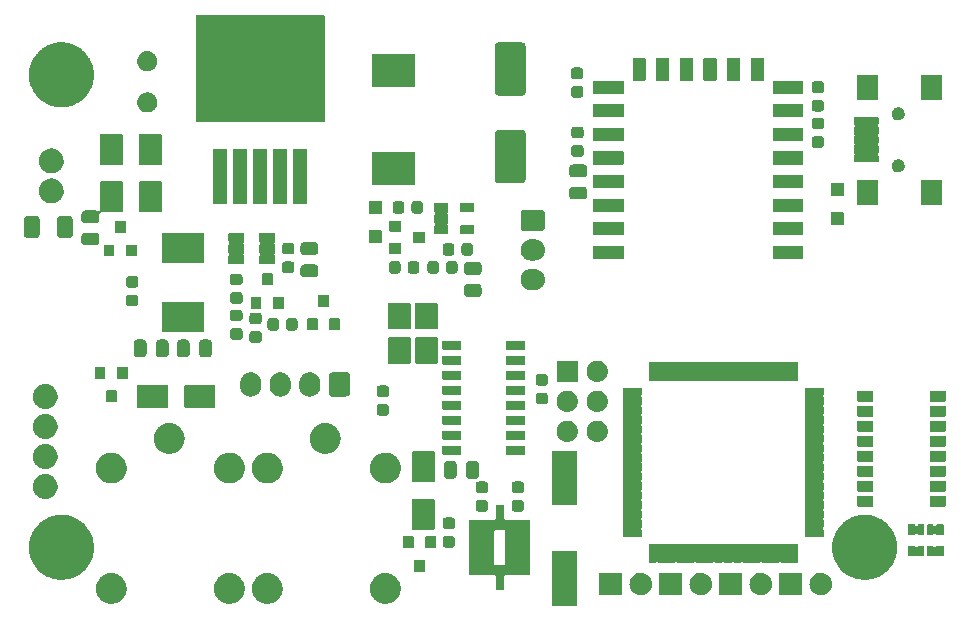
<source format=gbr>
G04 #@! TF.GenerationSoftware,KiCad,Pcbnew,(5.1.0-1275-gdad8c9821)*
G04 #@! TF.CreationDate,2019-07-24T10:58:06+03:00*
G04 #@! TF.ProjectId,UBD,5542442e-6b69-4636-9164-5f7063625858,rev?*
G04 #@! TF.SameCoordinates,Original*
G04 #@! TF.FileFunction,Soldermask,Top*
G04 #@! TF.FilePolarity,Negative*
%FSLAX46Y46*%
G04 Gerber Fmt 4.6, Leading zero omitted, Abs format (unit mm)*
G04 Created by KiCad (PCBNEW (5.1.0-1275-gdad8c9821)) date 2019-07-24 10:58:06*
%MOMM*%
%LPD*%
G04 APERTURE LIST*
%ADD10C,0.100000*%
G04 APERTURE END LIST*
D10*
G36*
X65281899Y-59846759D02*
G01*
X65298769Y-59858031D01*
X65310041Y-59874901D01*
X65316448Y-59907112D01*
X65316448Y-64382488D01*
X65313999Y-64394800D01*
X65310041Y-64414699D01*
X65298769Y-64431569D01*
X65281899Y-64442841D01*
X65262000Y-64446799D01*
X65249688Y-64449248D01*
X63274312Y-64449248D01*
X63242101Y-64442841D01*
X63225231Y-64431569D01*
X63213959Y-64414699D01*
X63207552Y-64382488D01*
X63207552Y-59907112D01*
X63213959Y-59874901D01*
X63225231Y-59858031D01*
X63242101Y-59846759D01*
X63274312Y-59840352D01*
X65249688Y-59840352D01*
X65281899Y-59846759D01*
X65281899Y-59846759D01*
G37*
G36*
X25970163Y-61691001D02*
G01*
X26021823Y-61691001D01*
X26081518Y-61701527D01*
X26136934Y-61706765D01*
X26188515Y-61720393D01*
X26246010Y-61730531D01*
X26296660Y-61748966D01*
X26343774Y-61761414D01*
X26398780Y-61786135D01*
X26459926Y-61808390D01*
X26500766Y-61831969D01*
X26538911Y-61849112D01*
X26594971Y-61886358D01*
X26657073Y-61922213D01*
X26688019Y-61948179D01*
X26717100Y-61967501D01*
X26771480Y-62018211D01*
X26831460Y-62068540D01*
X26853074Y-62094299D01*
X26873564Y-62113406D01*
X26923316Y-62178010D01*
X26977787Y-62242927D01*
X26991202Y-62266163D01*
X27004093Y-62282902D01*
X27046128Y-62361298D01*
X27091610Y-62440074D01*
X27098462Y-62458899D01*
X27105190Y-62471447D01*
X27136443Y-62563252D01*
X27169469Y-62653990D01*
X27171764Y-62667007D01*
X27174133Y-62673965D01*
X27191667Y-62779884D01*
X27208999Y-62878177D01*
X27208999Y-63105823D01*
X27202489Y-63142743D01*
X27201972Y-63163903D01*
X27184550Y-63244481D01*
X27169469Y-63330010D01*
X27161066Y-63353098D01*
X27157086Y-63371504D01*
X27123393Y-63456603D01*
X27091610Y-63543926D01*
X27082729Y-63559308D01*
X27078332Y-63570414D01*
X27026836Y-63656118D01*
X26977787Y-63741073D01*
X26970752Y-63749457D01*
X26968148Y-63753791D01*
X26894706Y-63840086D01*
X26831460Y-63915460D01*
X26762806Y-63973067D01*
X26666089Y-64054799D01*
X26663713Y-64056215D01*
X26657073Y-64061787D01*
X26571103Y-64111422D01*
X26482325Y-64164344D01*
X26473341Y-64167865D01*
X26459926Y-64175610D01*
X26370837Y-64208036D01*
X26283137Y-64242405D01*
X26266962Y-64245843D01*
X26246010Y-64253469D01*
X26158446Y-64268909D01*
X26073879Y-64286884D01*
X26050476Y-64287947D01*
X26021823Y-64292999D01*
X25939221Y-64292999D01*
X25860166Y-64296589D01*
X25830059Y-64292999D01*
X25794177Y-64292999D01*
X25719223Y-64279783D01*
X25647733Y-64271258D01*
X25612000Y-64260876D01*
X25569990Y-64253469D01*
X25504662Y-64229691D01*
X25442288Y-64211570D01*
X25402505Y-64192509D01*
X25356074Y-64175610D01*
X25301655Y-64144191D01*
X25249358Y-64119135D01*
X25207543Y-64089856D01*
X25158927Y-64061787D01*
X25115915Y-64025696D01*
X25074108Y-63996422D01*
X25032689Y-63955862D01*
X24984540Y-63915460D01*
X24952776Y-63877604D01*
X24921260Y-63846742D01*
X24882897Y-63794325D01*
X24838213Y-63741073D01*
X24816886Y-63704133D01*
X24794907Y-63674103D01*
X24762446Y-63609840D01*
X24724390Y-63543926D01*
X24712117Y-63510206D01*
X24698450Y-63483150D01*
X24674789Y-63407648D01*
X24646531Y-63330010D01*
X24641478Y-63301355D01*
X24634474Y-63279004D01*
X24622444Y-63193406D01*
X24607001Y-63105823D01*
X24607001Y-63083521D01*
X24604700Y-63067148D01*
X24607001Y-62972998D01*
X24607001Y-62878177D01*
X24609691Y-62862920D01*
X24609927Y-62853275D01*
X24629288Y-62751779D01*
X24646531Y-62653990D01*
X24649497Y-62645842D01*
X24650014Y-62643130D01*
X24693709Y-62524369D01*
X24724390Y-62440074D01*
X24773544Y-62354937D01*
X24829557Y-62256337D01*
X24832740Y-62252406D01*
X24838213Y-62242927D01*
X24901280Y-62167766D01*
X24964192Y-62090076D01*
X24973122Y-62082148D01*
X24984540Y-62068540D01*
X25055724Y-62008810D01*
X25124173Y-61948038D01*
X25140111Y-61938001D01*
X25158927Y-61922213D01*
X25234133Y-61878793D01*
X25305201Y-61834039D01*
X25328914Y-61824071D01*
X25356074Y-61808390D01*
X25431682Y-61780871D01*
X25502423Y-61751134D01*
X25534151Y-61743575D01*
X25569990Y-61730531D01*
X25642784Y-61717696D01*
X25710531Y-61701556D01*
X25749947Y-61698800D01*
X25794177Y-61691001D01*
X25861484Y-61691001D01*
X25923953Y-61686633D01*
X25970163Y-61691001D01*
X25970163Y-61691001D01*
G37*
G36*
X49178163Y-61691001D02*
G01*
X49229823Y-61691001D01*
X49289518Y-61701527D01*
X49344934Y-61706765D01*
X49396515Y-61720393D01*
X49454010Y-61730531D01*
X49504660Y-61748966D01*
X49551774Y-61761414D01*
X49606780Y-61786135D01*
X49667926Y-61808390D01*
X49708766Y-61831969D01*
X49746911Y-61849112D01*
X49802971Y-61886358D01*
X49865073Y-61922213D01*
X49896019Y-61948179D01*
X49925100Y-61967501D01*
X49979480Y-62018211D01*
X50039460Y-62068540D01*
X50061074Y-62094299D01*
X50081564Y-62113406D01*
X50131316Y-62178010D01*
X50185787Y-62242927D01*
X50199202Y-62266163D01*
X50212093Y-62282902D01*
X50254128Y-62361298D01*
X50299610Y-62440074D01*
X50306462Y-62458899D01*
X50313190Y-62471447D01*
X50344443Y-62563252D01*
X50377469Y-62653990D01*
X50379764Y-62667007D01*
X50382133Y-62673965D01*
X50399667Y-62779884D01*
X50416999Y-62878177D01*
X50416999Y-63105823D01*
X50410489Y-63142743D01*
X50409972Y-63163903D01*
X50392550Y-63244481D01*
X50377469Y-63330010D01*
X50369066Y-63353098D01*
X50365086Y-63371504D01*
X50331393Y-63456603D01*
X50299610Y-63543926D01*
X50290729Y-63559308D01*
X50286332Y-63570414D01*
X50234836Y-63656118D01*
X50185787Y-63741073D01*
X50178752Y-63749457D01*
X50176148Y-63753791D01*
X50102706Y-63840086D01*
X50039460Y-63915460D01*
X49970806Y-63973067D01*
X49874089Y-64054799D01*
X49871713Y-64056215D01*
X49865073Y-64061787D01*
X49779103Y-64111422D01*
X49690325Y-64164344D01*
X49681341Y-64167865D01*
X49667926Y-64175610D01*
X49578837Y-64208036D01*
X49491137Y-64242405D01*
X49474962Y-64245843D01*
X49454010Y-64253469D01*
X49366446Y-64268909D01*
X49281879Y-64286884D01*
X49258476Y-64287947D01*
X49229823Y-64292999D01*
X49147221Y-64292999D01*
X49068166Y-64296589D01*
X49038059Y-64292999D01*
X49002177Y-64292999D01*
X48927223Y-64279783D01*
X48855733Y-64271258D01*
X48820000Y-64260876D01*
X48777990Y-64253469D01*
X48712662Y-64229691D01*
X48650288Y-64211570D01*
X48610505Y-64192509D01*
X48564074Y-64175610D01*
X48509655Y-64144191D01*
X48457358Y-64119135D01*
X48415543Y-64089856D01*
X48366927Y-64061787D01*
X48323915Y-64025696D01*
X48282108Y-63996422D01*
X48240689Y-63955862D01*
X48192540Y-63915460D01*
X48160776Y-63877604D01*
X48129260Y-63846742D01*
X48090897Y-63794325D01*
X48046213Y-63741073D01*
X48024886Y-63704133D01*
X48002907Y-63674103D01*
X47970446Y-63609840D01*
X47932390Y-63543926D01*
X47920117Y-63510206D01*
X47906450Y-63483150D01*
X47882789Y-63407648D01*
X47854531Y-63330010D01*
X47849478Y-63301355D01*
X47842474Y-63279004D01*
X47830444Y-63193406D01*
X47815001Y-63105823D01*
X47815001Y-63083521D01*
X47812700Y-63067148D01*
X47815001Y-62972998D01*
X47815001Y-62878177D01*
X47817691Y-62862920D01*
X47817927Y-62853275D01*
X47837288Y-62751779D01*
X47854531Y-62653990D01*
X47857497Y-62645842D01*
X47858014Y-62643130D01*
X47901709Y-62524369D01*
X47932390Y-62440074D01*
X47981544Y-62354937D01*
X48037557Y-62256337D01*
X48040740Y-62252406D01*
X48046213Y-62242927D01*
X48109280Y-62167766D01*
X48172192Y-62090076D01*
X48181122Y-62082148D01*
X48192540Y-62068540D01*
X48263724Y-62008810D01*
X48332173Y-61948038D01*
X48348111Y-61938001D01*
X48366927Y-61922213D01*
X48442133Y-61878793D01*
X48513201Y-61834039D01*
X48536914Y-61824071D01*
X48564074Y-61808390D01*
X48639682Y-61780871D01*
X48710423Y-61751134D01*
X48742151Y-61743575D01*
X48777990Y-61730531D01*
X48850784Y-61717696D01*
X48918531Y-61701556D01*
X48957947Y-61698800D01*
X49002177Y-61691001D01*
X49069484Y-61691001D01*
X49131953Y-61686633D01*
X49178163Y-61691001D01*
X49178163Y-61691001D01*
G37*
G36*
X35970163Y-61691001D02*
G01*
X36021823Y-61691001D01*
X36081518Y-61701527D01*
X36136934Y-61706765D01*
X36188515Y-61720393D01*
X36246010Y-61730531D01*
X36296660Y-61748966D01*
X36343774Y-61761414D01*
X36398780Y-61786135D01*
X36459926Y-61808390D01*
X36500766Y-61831969D01*
X36538911Y-61849112D01*
X36594971Y-61886358D01*
X36657073Y-61922213D01*
X36688019Y-61948179D01*
X36717100Y-61967501D01*
X36771480Y-62018211D01*
X36831460Y-62068540D01*
X36853074Y-62094299D01*
X36873564Y-62113406D01*
X36923316Y-62178010D01*
X36977787Y-62242927D01*
X36991202Y-62266163D01*
X37004093Y-62282902D01*
X37046128Y-62361298D01*
X37091610Y-62440074D01*
X37098462Y-62458899D01*
X37105190Y-62471447D01*
X37136443Y-62563252D01*
X37169469Y-62653990D01*
X37171764Y-62667007D01*
X37174133Y-62673965D01*
X37191667Y-62779884D01*
X37208999Y-62878177D01*
X37208999Y-63105823D01*
X37202489Y-63142743D01*
X37201972Y-63163903D01*
X37184550Y-63244481D01*
X37169469Y-63330010D01*
X37161066Y-63353098D01*
X37157086Y-63371504D01*
X37123393Y-63456603D01*
X37091610Y-63543926D01*
X37082729Y-63559308D01*
X37078332Y-63570414D01*
X37026836Y-63656118D01*
X36977787Y-63741073D01*
X36970752Y-63749457D01*
X36968148Y-63753791D01*
X36894706Y-63840086D01*
X36831460Y-63915460D01*
X36762806Y-63973067D01*
X36666089Y-64054799D01*
X36663713Y-64056215D01*
X36657073Y-64061787D01*
X36571103Y-64111422D01*
X36482325Y-64164344D01*
X36473341Y-64167865D01*
X36459926Y-64175610D01*
X36370837Y-64208036D01*
X36283137Y-64242405D01*
X36266962Y-64245843D01*
X36246010Y-64253469D01*
X36158446Y-64268909D01*
X36073879Y-64286884D01*
X36050476Y-64287947D01*
X36021823Y-64292999D01*
X35939221Y-64292999D01*
X35860166Y-64296589D01*
X35830059Y-64292999D01*
X35794177Y-64292999D01*
X35719223Y-64279783D01*
X35647733Y-64271258D01*
X35612000Y-64260876D01*
X35569990Y-64253469D01*
X35504662Y-64229691D01*
X35442288Y-64211570D01*
X35402505Y-64192509D01*
X35356074Y-64175610D01*
X35301655Y-64144191D01*
X35249358Y-64119135D01*
X35207543Y-64089856D01*
X35158927Y-64061787D01*
X35115915Y-64025696D01*
X35074108Y-63996422D01*
X35032689Y-63955862D01*
X34984540Y-63915460D01*
X34952776Y-63877604D01*
X34921260Y-63846742D01*
X34882897Y-63794325D01*
X34838213Y-63741073D01*
X34816886Y-63704133D01*
X34794907Y-63674103D01*
X34762446Y-63609840D01*
X34724390Y-63543926D01*
X34712117Y-63510206D01*
X34698450Y-63483150D01*
X34674789Y-63407648D01*
X34646531Y-63330010D01*
X34641478Y-63301355D01*
X34634474Y-63279004D01*
X34622444Y-63193406D01*
X34607001Y-63105823D01*
X34607001Y-63083521D01*
X34604700Y-63067148D01*
X34607001Y-62972998D01*
X34607001Y-62878177D01*
X34609691Y-62862920D01*
X34609927Y-62853275D01*
X34629288Y-62751779D01*
X34646531Y-62653990D01*
X34649497Y-62645842D01*
X34650014Y-62643130D01*
X34693709Y-62524369D01*
X34724390Y-62440074D01*
X34773544Y-62354937D01*
X34829557Y-62256337D01*
X34832740Y-62252406D01*
X34838213Y-62242927D01*
X34901280Y-62167766D01*
X34964192Y-62090076D01*
X34973122Y-62082148D01*
X34984540Y-62068540D01*
X35055724Y-62008810D01*
X35124173Y-61948038D01*
X35140111Y-61938001D01*
X35158927Y-61922213D01*
X35234133Y-61878793D01*
X35305201Y-61834039D01*
X35328914Y-61824071D01*
X35356074Y-61808390D01*
X35431682Y-61780871D01*
X35502423Y-61751134D01*
X35534151Y-61743575D01*
X35569990Y-61730531D01*
X35642784Y-61717696D01*
X35710531Y-61701556D01*
X35749947Y-61698800D01*
X35794177Y-61691001D01*
X35861484Y-61691001D01*
X35923953Y-61686633D01*
X35970163Y-61691001D01*
X35970163Y-61691001D01*
G37*
G36*
X39178163Y-61691001D02*
G01*
X39229823Y-61691001D01*
X39289518Y-61701527D01*
X39344934Y-61706765D01*
X39396515Y-61720393D01*
X39454010Y-61730531D01*
X39504660Y-61748966D01*
X39551774Y-61761414D01*
X39606780Y-61786135D01*
X39667926Y-61808390D01*
X39708766Y-61831969D01*
X39746911Y-61849112D01*
X39802971Y-61886358D01*
X39865073Y-61922213D01*
X39896019Y-61948179D01*
X39925100Y-61967501D01*
X39979480Y-62018211D01*
X40039460Y-62068540D01*
X40061074Y-62094299D01*
X40081564Y-62113406D01*
X40131316Y-62178010D01*
X40185787Y-62242927D01*
X40199202Y-62266163D01*
X40212093Y-62282902D01*
X40254128Y-62361298D01*
X40299610Y-62440074D01*
X40306462Y-62458899D01*
X40313190Y-62471447D01*
X40344443Y-62563252D01*
X40377469Y-62653990D01*
X40379764Y-62667007D01*
X40382133Y-62673965D01*
X40399667Y-62779884D01*
X40416999Y-62878177D01*
X40416999Y-63105823D01*
X40410489Y-63142743D01*
X40409972Y-63163903D01*
X40392550Y-63244481D01*
X40377469Y-63330010D01*
X40369066Y-63353098D01*
X40365086Y-63371504D01*
X40331393Y-63456603D01*
X40299610Y-63543926D01*
X40290729Y-63559308D01*
X40286332Y-63570414D01*
X40234836Y-63656118D01*
X40185787Y-63741073D01*
X40178752Y-63749457D01*
X40176148Y-63753791D01*
X40102706Y-63840086D01*
X40039460Y-63915460D01*
X39970806Y-63973067D01*
X39874089Y-64054799D01*
X39871713Y-64056215D01*
X39865073Y-64061787D01*
X39779103Y-64111422D01*
X39690325Y-64164344D01*
X39681341Y-64167865D01*
X39667926Y-64175610D01*
X39578837Y-64208036D01*
X39491137Y-64242405D01*
X39474962Y-64245843D01*
X39454010Y-64253469D01*
X39366446Y-64268909D01*
X39281879Y-64286884D01*
X39258476Y-64287947D01*
X39229823Y-64292999D01*
X39147221Y-64292999D01*
X39068166Y-64296589D01*
X39038059Y-64292999D01*
X39002177Y-64292999D01*
X38927223Y-64279783D01*
X38855733Y-64271258D01*
X38820000Y-64260876D01*
X38777990Y-64253469D01*
X38712662Y-64229691D01*
X38650288Y-64211570D01*
X38610505Y-64192509D01*
X38564074Y-64175610D01*
X38509655Y-64144191D01*
X38457358Y-64119135D01*
X38415543Y-64089856D01*
X38366927Y-64061787D01*
X38323915Y-64025696D01*
X38282108Y-63996422D01*
X38240689Y-63955862D01*
X38192540Y-63915460D01*
X38160776Y-63877604D01*
X38129260Y-63846742D01*
X38090897Y-63794325D01*
X38046213Y-63741073D01*
X38024886Y-63704133D01*
X38002907Y-63674103D01*
X37970446Y-63609840D01*
X37932390Y-63543926D01*
X37920117Y-63510206D01*
X37906450Y-63483150D01*
X37882789Y-63407648D01*
X37854531Y-63330010D01*
X37849478Y-63301355D01*
X37842474Y-63279004D01*
X37830444Y-63193406D01*
X37815001Y-63105823D01*
X37815001Y-63083521D01*
X37812700Y-63067148D01*
X37815001Y-62972998D01*
X37815001Y-62878177D01*
X37817691Y-62862920D01*
X37817927Y-62853275D01*
X37837288Y-62751779D01*
X37854531Y-62653990D01*
X37857497Y-62645842D01*
X37858014Y-62643130D01*
X37901709Y-62524369D01*
X37932390Y-62440074D01*
X37981544Y-62354937D01*
X38037557Y-62256337D01*
X38040740Y-62252406D01*
X38046213Y-62242927D01*
X38109280Y-62167766D01*
X38172192Y-62090076D01*
X38181122Y-62082148D01*
X38192540Y-62068540D01*
X38263724Y-62008810D01*
X38332173Y-61948038D01*
X38348111Y-61938001D01*
X38366927Y-61922213D01*
X38442133Y-61878793D01*
X38513201Y-61834039D01*
X38536914Y-61824071D01*
X38564074Y-61808390D01*
X38639682Y-61780871D01*
X38710423Y-61751134D01*
X38742151Y-61743575D01*
X38777990Y-61730531D01*
X38850784Y-61717696D01*
X38918531Y-61701556D01*
X38957947Y-61698800D01*
X39002177Y-61691001D01*
X39069484Y-61691001D01*
X39131953Y-61686633D01*
X39178163Y-61691001D01*
X39178163Y-61691001D01*
G37*
G36*
X75915675Y-61663627D02*
G01*
X75956905Y-61665680D01*
X76005080Y-61677468D01*
X76059954Y-61685963D01*
X76098728Y-61700383D01*
X76133176Y-61708812D01*
X76183544Y-61731925D01*
X76241037Y-61753307D01*
X76271173Y-61772138D01*
X76298107Y-61784498D01*
X76347922Y-61820097D01*
X76404880Y-61855688D01*
X76426387Y-61876168D01*
X76445749Y-61890005D01*
X76491931Y-61938585D01*
X76544790Y-61988922D01*
X76558404Y-62008511D01*
X76570782Y-62021531D01*
X76610083Y-62082866D01*
X76655052Y-62147569D01*
X76662145Y-62164119D01*
X76668683Y-62174322D01*
X76697818Y-62247349D01*
X76731162Y-62325146D01*
X76733606Y-62337051D01*
X76735928Y-62342872D01*
X76751813Y-62425748D01*
X76770010Y-62514400D01*
X76769988Y-62520580D01*
X76770056Y-62520932D01*
X76769404Y-62707704D01*
X76769335Y-62708053D01*
X76769313Y-62714237D01*
X76750491Y-62802785D01*
X76734034Y-62885522D01*
X76731671Y-62891327D01*
X76729144Y-62903215D01*
X76695246Y-62980806D01*
X76665613Y-63053599D01*
X76659009Y-63063748D01*
X76651797Y-63080257D01*
X76606357Y-63144672D01*
X76566645Y-63205707D01*
X76554180Y-63218637D01*
X76540430Y-63238129D01*
X76487221Y-63288096D01*
X76440704Y-63336349D01*
X76421248Y-63350048D01*
X76399593Y-63370384D01*
X76342380Y-63405582D01*
X76292323Y-63440828D01*
X76265302Y-63453000D01*
X76235039Y-63471618D01*
X76177399Y-63492597D01*
X76126868Y-63515360D01*
X76092362Y-63523549D01*
X76053490Y-63537697D01*
X75998568Y-63545807D01*
X75950307Y-63557260D01*
X75909057Y-63559025D01*
X75862363Y-63565920D01*
X75812741Y-63563146D01*
X75769000Y-63565017D01*
X75722403Y-63558095D01*
X75669464Y-63555135D01*
X75627057Y-63543931D01*
X75589504Y-63538352D01*
X75539566Y-63520815D01*
X75482673Y-63505783D01*
X75448600Y-63488869D01*
X75418288Y-63478224D01*
X75367557Y-63448639D01*
X75309621Y-63419879D01*
X75284245Y-63400053D01*
X75261528Y-63386805D01*
X75212930Y-63344335D01*
X75157378Y-63300933D01*
X75140292Y-63280857D01*
X75124884Y-63267392D01*
X75081628Y-63211928D01*
X75032161Y-63153804D01*
X75022277Y-63135825D01*
X75013285Y-63124295D01*
X74978661Y-63056488D01*
X74939086Y-62984501D01*
X74934749Y-62970492D01*
X74930760Y-62962679D01*
X74907983Y-62884022D01*
X74881955Y-62799941D01*
X74881095Y-62791173D01*
X74880285Y-62788375D01*
X74872295Y-62701423D01*
X74863102Y-62607663D01*
X74872949Y-62513976D01*
X74881546Y-62427079D01*
X74882376Y-62424287D01*
X74883297Y-62415521D01*
X74909920Y-62331594D01*
X74933237Y-62253129D01*
X74937280Y-62245346D01*
X74941715Y-62231365D01*
X74981811Y-62159621D01*
X75016891Y-62092090D01*
X75025956Y-62080632D01*
X75035969Y-62062716D01*
X75085849Y-62004930D01*
X75129484Y-61949776D01*
X75144984Y-61936420D01*
X75162210Y-61916464D01*
X75218069Y-61873447D01*
X75266959Y-61831321D01*
X75289768Y-61818232D01*
X75315281Y-61798584D01*
X75373401Y-61770237D01*
X75424350Y-61740999D01*
X75454746Y-61730562D01*
X75488928Y-61713891D01*
X75545921Y-61699258D01*
X75595983Y-61682069D01*
X75633572Y-61676753D01*
X75676059Y-61665844D01*
X75729020Y-61663254D01*
X75775663Y-61656657D01*
X75819388Y-61658834D01*
X75869028Y-61656406D01*
X75915675Y-61663627D01*
X75915675Y-61663627D01*
G37*
G36*
X80995675Y-61663627D02*
G01*
X81036905Y-61665680D01*
X81085080Y-61677468D01*
X81139954Y-61685963D01*
X81178728Y-61700383D01*
X81213176Y-61708812D01*
X81263544Y-61731925D01*
X81321037Y-61753307D01*
X81351173Y-61772138D01*
X81378107Y-61784498D01*
X81427922Y-61820097D01*
X81484880Y-61855688D01*
X81506387Y-61876168D01*
X81525749Y-61890005D01*
X81571931Y-61938585D01*
X81624790Y-61988922D01*
X81638404Y-62008511D01*
X81650782Y-62021531D01*
X81690083Y-62082866D01*
X81735052Y-62147569D01*
X81742145Y-62164119D01*
X81748683Y-62174322D01*
X81777818Y-62247349D01*
X81811162Y-62325146D01*
X81813606Y-62337051D01*
X81815928Y-62342872D01*
X81831813Y-62425748D01*
X81850010Y-62514400D01*
X81849988Y-62520580D01*
X81850056Y-62520932D01*
X81849404Y-62707704D01*
X81849335Y-62708053D01*
X81849313Y-62714237D01*
X81830491Y-62802785D01*
X81814034Y-62885522D01*
X81811671Y-62891327D01*
X81809144Y-62903215D01*
X81775246Y-62980806D01*
X81745613Y-63053599D01*
X81739009Y-63063748D01*
X81731797Y-63080257D01*
X81686357Y-63144672D01*
X81646645Y-63205707D01*
X81634180Y-63218637D01*
X81620430Y-63238129D01*
X81567221Y-63288096D01*
X81520704Y-63336349D01*
X81501248Y-63350048D01*
X81479593Y-63370384D01*
X81422380Y-63405582D01*
X81372323Y-63440828D01*
X81345302Y-63453000D01*
X81315039Y-63471618D01*
X81257399Y-63492597D01*
X81206868Y-63515360D01*
X81172362Y-63523549D01*
X81133490Y-63537697D01*
X81078568Y-63545807D01*
X81030307Y-63557260D01*
X80989057Y-63559025D01*
X80942363Y-63565920D01*
X80892741Y-63563146D01*
X80849000Y-63565017D01*
X80802403Y-63558095D01*
X80749464Y-63555135D01*
X80707057Y-63543931D01*
X80669504Y-63538352D01*
X80619566Y-63520815D01*
X80562673Y-63505783D01*
X80528600Y-63488869D01*
X80498288Y-63478224D01*
X80447557Y-63448639D01*
X80389621Y-63419879D01*
X80364245Y-63400053D01*
X80341528Y-63386805D01*
X80292930Y-63344335D01*
X80237378Y-63300933D01*
X80220292Y-63280857D01*
X80204884Y-63267392D01*
X80161628Y-63211928D01*
X80112161Y-63153804D01*
X80102277Y-63135825D01*
X80093285Y-63124295D01*
X80058661Y-63056488D01*
X80019086Y-62984501D01*
X80014749Y-62970492D01*
X80010760Y-62962679D01*
X79987983Y-62884022D01*
X79961955Y-62799941D01*
X79961095Y-62791173D01*
X79960285Y-62788375D01*
X79952295Y-62701423D01*
X79943102Y-62607663D01*
X79952949Y-62513976D01*
X79961546Y-62427079D01*
X79962376Y-62424287D01*
X79963297Y-62415521D01*
X79989920Y-62331594D01*
X80013237Y-62253129D01*
X80017280Y-62245346D01*
X80021715Y-62231365D01*
X80061811Y-62159621D01*
X80096891Y-62092090D01*
X80105956Y-62080632D01*
X80115969Y-62062716D01*
X80165849Y-62004930D01*
X80209484Y-61949776D01*
X80224984Y-61936420D01*
X80242210Y-61916464D01*
X80298069Y-61873447D01*
X80346959Y-61831321D01*
X80369768Y-61818232D01*
X80395281Y-61798584D01*
X80453401Y-61770237D01*
X80504350Y-61740999D01*
X80534746Y-61730562D01*
X80568928Y-61713891D01*
X80625921Y-61699258D01*
X80675983Y-61682069D01*
X80713572Y-61676753D01*
X80756059Y-61665844D01*
X80809020Y-61663254D01*
X80855663Y-61656657D01*
X80899388Y-61658834D01*
X80949028Y-61656406D01*
X80995675Y-61663627D01*
X80995675Y-61663627D01*
G37*
G36*
X70835675Y-61663627D02*
G01*
X70876905Y-61665680D01*
X70925080Y-61677468D01*
X70979954Y-61685963D01*
X71018728Y-61700383D01*
X71053176Y-61708812D01*
X71103544Y-61731925D01*
X71161037Y-61753307D01*
X71191173Y-61772138D01*
X71218107Y-61784498D01*
X71267922Y-61820097D01*
X71324880Y-61855688D01*
X71346387Y-61876168D01*
X71365749Y-61890005D01*
X71411931Y-61938585D01*
X71464790Y-61988922D01*
X71478404Y-62008511D01*
X71490782Y-62021531D01*
X71530083Y-62082866D01*
X71575052Y-62147569D01*
X71582145Y-62164119D01*
X71588683Y-62174322D01*
X71617818Y-62247349D01*
X71651162Y-62325146D01*
X71653606Y-62337051D01*
X71655928Y-62342872D01*
X71671813Y-62425748D01*
X71690010Y-62514400D01*
X71689988Y-62520580D01*
X71690056Y-62520932D01*
X71689404Y-62707704D01*
X71689335Y-62708053D01*
X71689313Y-62714237D01*
X71670491Y-62802785D01*
X71654034Y-62885522D01*
X71651671Y-62891327D01*
X71649144Y-62903215D01*
X71615246Y-62980806D01*
X71585613Y-63053599D01*
X71579009Y-63063748D01*
X71571797Y-63080257D01*
X71526357Y-63144672D01*
X71486645Y-63205707D01*
X71474180Y-63218637D01*
X71460430Y-63238129D01*
X71407221Y-63288096D01*
X71360704Y-63336349D01*
X71341248Y-63350048D01*
X71319593Y-63370384D01*
X71262380Y-63405582D01*
X71212323Y-63440828D01*
X71185302Y-63453000D01*
X71155039Y-63471618D01*
X71097399Y-63492597D01*
X71046868Y-63515360D01*
X71012362Y-63523549D01*
X70973490Y-63537697D01*
X70918568Y-63545807D01*
X70870307Y-63557260D01*
X70829057Y-63559025D01*
X70782363Y-63565920D01*
X70732741Y-63563146D01*
X70689000Y-63565017D01*
X70642403Y-63558095D01*
X70589464Y-63555135D01*
X70547057Y-63543931D01*
X70509504Y-63538352D01*
X70459566Y-63520815D01*
X70402673Y-63505783D01*
X70368600Y-63488869D01*
X70338288Y-63478224D01*
X70287557Y-63448639D01*
X70229621Y-63419879D01*
X70204245Y-63400053D01*
X70181528Y-63386805D01*
X70132930Y-63344335D01*
X70077378Y-63300933D01*
X70060292Y-63280857D01*
X70044884Y-63267392D01*
X70001628Y-63211928D01*
X69952161Y-63153804D01*
X69942277Y-63135825D01*
X69933285Y-63124295D01*
X69898661Y-63056488D01*
X69859086Y-62984501D01*
X69854749Y-62970492D01*
X69850760Y-62962679D01*
X69827983Y-62884022D01*
X69801955Y-62799941D01*
X69801095Y-62791173D01*
X69800285Y-62788375D01*
X69792295Y-62701423D01*
X69783102Y-62607663D01*
X69792949Y-62513976D01*
X69801546Y-62427079D01*
X69802376Y-62424287D01*
X69803297Y-62415521D01*
X69829920Y-62331594D01*
X69853237Y-62253129D01*
X69857280Y-62245346D01*
X69861715Y-62231365D01*
X69901811Y-62159621D01*
X69936891Y-62092090D01*
X69945956Y-62080632D01*
X69955969Y-62062716D01*
X70005849Y-62004930D01*
X70049484Y-61949776D01*
X70064984Y-61936420D01*
X70082210Y-61916464D01*
X70138069Y-61873447D01*
X70186959Y-61831321D01*
X70209768Y-61818232D01*
X70235281Y-61798584D01*
X70293401Y-61770237D01*
X70344350Y-61740999D01*
X70374746Y-61730562D01*
X70408928Y-61713891D01*
X70465921Y-61699258D01*
X70515983Y-61682069D01*
X70553572Y-61676753D01*
X70596059Y-61665844D01*
X70649020Y-61663254D01*
X70695663Y-61656657D01*
X70739388Y-61658834D01*
X70789028Y-61656406D01*
X70835675Y-61663627D01*
X70835675Y-61663627D01*
G37*
G36*
X86075675Y-61663627D02*
G01*
X86116905Y-61665680D01*
X86165080Y-61677468D01*
X86219954Y-61685963D01*
X86258728Y-61700383D01*
X86293176Y-61708812D01*
X86343544Y-61731925D01*
X86401037Y-61753307D01*
X86431173Y-61772138D01*
X86458107Y-61784498D01*
X86507922Y-61820097D01*
X86564880Y-61855688D01*
X86586387Y-61876168D01*
X86605749Y-61890005D01*
X86651931Y-61938585D01*
X86704790Y-61988922D01*
X86718404Y-62008511D01*
X86730782Y-62021531D01*
X86770083Y-62082866D01*
X86815052Y-62147569D01*
X86822145Y-62164119D01*
X86828683Y-62174322D01*
X86857818Y-62247349D01*
X86891162Y-62325146D01*
X86893606Y-62337051D01*
X86895928Y-62342872D01*
X86911813Y-62425748D01*
X86930010Y-62514400D01*
X86929988Y-62520580D01*
X86930056Y-62520932D01*
X86929404Y-62707704D01*
X86929335Y-62708053D01*
X86929313Y-62714237D01*
X86910491Y-62802785D01*
X86894034Y-62885522D01*
X86891671Y-62891327D01*
X86889144Y-62903215D01*
X86855246Y-62980806D01*
X86825613Y-63053599D01*
X86819009Y-63063748D01*
X86811797Y-63080257D01*
X86766357Y-63144672D01*
X86726645Y-63205707D01*
X86714180Y-63218637D01*
X86700430Y-63238129D01*
X86647221Y-63288096D01*
X86600704Y-63336349D01*
X86581248Y-63350048D01*
X86559593Y-63370384D01*
X86502380Y-63405582D01*
X86452323Y-63440828D01*
X86425302Y-63453000D01*
X86395039Y-63471618D01*
X86337399Y-63492597D01*
X86286868Y-63515360D01*
X86252362Y-63523549D01*
X86213490Y-63537697D01*
X86158568Y-63545807D01*
X86110307Y-63557260D01*
X86069057Y-63559025D01*
X86022363Y-63565920D01*
X85972741Y-63563146D01*
X85929000Y-63565017D01*
X85882403Y-63558095D01*
X85829464Y-63555135D01*
X85787057Y-63543931D01*
X85749504Y-63538352D01*
X85699566Y-63520815D01*
X85642673Y-63505783D01*
X85608600Y-63488869D01*
X85578288Y-63478224D01*
X85527557Y-63448639D01*
X85469621Y-63419879D01*
X85444245Y-63400053D01*
X85421528Y-63386805D01*
X85372930Y-63344335D01*
X85317378Y-63300933D01*
X85300292Y-63280857D01*
X85284884Y-63267392D01*
X85241628Y-63211928D01*
X85192161Y-63153804D01*
X85182277Y-63135825D01*
X85173285Y-63124295D01*
X85138661Y-63056488D01*
X85099086Y-62984501D01*
X85094749Y-62970492D01*
X85090760Y-62962679D01*
X85067983Y-62884022D01*
X85041955Y-62799941D01*
X85041095Y-62791173D01*
X85040285Y-62788375D01*
X85032295Y-62701423D01*
X85023102Y-62607663D01*
X85032949Y-62513976D01*
X85041546Y-62427079D01*
X85042376Y-62424287D01*
X85043297Y-62415521D01*
X85069920Y-62331594D01*
X85093237Y-62253129D01*
X85097280Y-62245346D01*
X85101715Y-62231365D01*
X85141811Y-62159621D01*
X85176891Y-62092090D01*
X85185956Y-62080632D01*
X85195969Y-62062716D01*
X85245849Y-62004930D01*
X85289484Y-61949776D01*
X85304984Y-61936420D01*
X85322210Y-61916464D01*
X85378069Y-61873447D01*
X85426959Y-61831321D01*
X85449768Y-61818232D01*
X85475281Y-61798584D01*
X85533401Y-61770237D01*
X85584350Y-61740999D01*
X85614746Y-61730562D01*
X85648928Y-61713891D01*
X85705921Y-61699258D01*
X85755983Y-61682069D01*
X85793572Y-61676753D01*
X85836059Y-61665844D01*
X85889020Y-61663254D01*
X85935663Y-61656657D01*
X85979388Y-61658834D01*
X86029028Y-61656406D01*
X86075675Y-61663627D01*
X86075675Y-61663627D01*
G37*
G36*
X84358899Y-61662959D02*
G01*
X84375769Y-61674231D01*
X84387041Y-61691101D01*
X84393448Y-61723312D01*
X84393448Y-63498688D01*
X84390999Y-63511000D01*
X84387041Y-63530899D01*
X84375769Y-63547769D01*
X84358899Y-63559041D01*
X84339000Y-63562999D01*
X84326688Y-63565448D01*
X82551312Y-63565448D01*
X82519101Y-63559041D01*
X82502231Y-63547769D01*
X82490959Y-63530899D01*
X82484552Y-63498688D01*
X82484552Y-61723312D01*
X82490959Y-61691101D01*
X82502231Y-61674231D01*
X82519101Y-61662959D01*
X82551312Y-61656552D01*
X84326688Y-61656552D01*
X84358899Y-61662959D01*
X84358899Y-61662959D01*
G37*
G36*
X69118899Y-61662959D02*
G01*
X69135769Y-61674231D01*
X69147041Y-61691101D01*
X69153448Y-61723312D01*
X69153448Y-63498688D01*
X69150999Y-63511000D01*
X69147041Y-63530899D01*
X69135769Y-63547769D01*
X69118899Y-63559041D01*
X69099000Y-63562999D01*
X69086688Y-63565448D01*
X67311312Y-63565448D01*
X67279101Y-63559041D01*
X67262231Y-63547769D01*
X67250959Y-63530899D01*
X67244552Y-63498688D01*
X67244552Y-61723312D01*
X67250959Y-61691101D01*
X67262231Y-61674231D01*
X67279101Y-61662959D01*
X67311312Y-61656552D01*
X69086688Y-61656552D01*
X69118899Y-61662959D01*
X69118899Y-61662959D01*
G37*
G36*
X74198899Y-61662959D02*
G01*
X74215769Y-61674231D01*
X74227041Y-61691101D01*
X74233448Y-61723312D01*
X74233448Y-63498688D01*
X74230999Y-63511000D01*
X74227041Y-63530899D01*
X74215769Y-63547769D01*
X74198899Y-63559041D01*
X74179000Y-63562999D01*
X74166688Y-63565448D01*
X72391312Y-63565448D01*
X72359101Y-63559041D01*
X72342231Y-63547769D01*
X72330959Y-63530899D01*
X72324552Y-63498688D01*
X72324552Y-61723312D01*
X72330959Y-61691101D01*
X72342231Y-61674231D01*
X72359101Y-61662959D01*
X72391312Y-61656552D01*
X74166688Y-61656552D01*
X74198899Y-61662959D01*
X74198899Y-61662959D01*
G37*
G36*
X79278899Y-61662959D02*
G01*
X79295769Y-61674231D01*
X79307041Y-61691101D01*
X79313448Y-61723312D01*
X79313448Y-63498688D01*
X79310999Y-63511000D01*
X79307041Y-63530899D01*
X79295769Y-63547769D01*
X79278899Y-63559041D01*
X79259000Y-63562999D01*
X79246688Y-63565448D01*
X77471312Y-63565448D01*
X77439101Y-63559041D01*
X77422231Y-63547769D01*
X77410959Y-63530899D01*
X77404552Y-63498688D01*
X77404552Y-61723312D01*
X77410959Y-61691101D01*
X77422231Y-61674231D01*
X77439101Y-61662959D01*
X77471312Y-61656552D01*
X79246688Y-61656552D01*
X79278899Y-61662959D01*
X79278899Y-61662959D01*
G37*
G36*
X59120899Y-55942959D02*
G01*
X59137769Y-55954231D01*
X59149041Y-55971101D01*
X59155448Y-56003312D01*
X59155448Y-57060415D01*
X59217948Y-57168667D01*
X59304833Y-57183012D01*
X59337310Y-57176552D01*
X61312688Y-57176552D01*
X61344899Y-57182959D01*
X61361769Y-57194231D01*
X61373041Y-57211101D01*
X61379448Y-57243312D01*
X61379448Y-57818688D01*
X61373041Y-57850900D01*
X61365921Y-57861555D01*
X61365921Y-58000445D01*
X61373041Y-58011100D01*
X61379448Y-58043312D01*
X61379448Y-58618688D01*
X61373041Y-58650900D01*
X61365921Y-58661555D01*
X61365921Y-58800445D01*
X61373041Y-58811100D01*
X61379448Y-58843312D01*
X61379448Y-59418688D01*
X61373041Y-59450900D01*
X61365921Y-59461555D01*
X61365921Y-59600445D01*
X61373041Y-59611100D01*
X61379448Y-59643312D01*
X61379448Y-60218688D01*
X61373041Y-60250900D01*
X61365921Y-60261555D01*
X61365921Y-60400445D01*
X61373041Y-60411100D01*
X61379448Y-60443312D01*
X61379448Y-61018688D01*
X61373041Y-61050900D01*
X61365921Y-61061555D01*
X61365921Y-61200445D01*
X61373041Y-61211100D01*
X61379448Y-61243312D01*
X61379448Y-61818688D01*
X61376999Y-61831000D01*
X61373041Y-61850899D01*
X61361769Y-61867769D01*
X61344899Y-61879041D01*
X61325000Y-61882999D01*
X61312688Y-61885448D01*
X59337310Y-61885448D01*
X59304833Y-61878988D01*
X59186468Y-61919168D01*
X59155448Y-62001585D01*
X59155448Y-63058688D01*
X59152999Y-63071000D01*
X59149041Y-63090899D01*
X59137769Y-63107769D01*
X59120899Y-63119041D01*
X59101000Y-63122999D01*
X59088688Y-63125448D01*
X58513312Y-63125448D01*
X58481101Y-63119041D01*
X58464231Y-63107769D01*
X58452959Y-63090899D01*
X58446552Y-63058688D01*
X58446552Y-62001585D01*
X58384053Y-61893333D01*
X58297167Y-61878988D01*
X58264690Y-61885448D01*
X56289312Y-61885448D01*
X56257101Y-61879041D01*
X56240231Y-61867769D01*
X56228959Y-61850899D01*
X56222552Y-61818688D01*
X56222552Y-61243312D01*
X56228959Y-61211100D01*
X56236079Y-61200445D01*
X56236079Y-61061555D01*
X56228959Y-61050900D01*
X56222552Y-61018688D01*
X56222552Y-60443312D01*
X56228959Y-60411100D01*
X56236079Y-60400445D01*
X56236079Y-60261555D01*
X56228959Y-60250900D01*
X56222552Y-60218688D01*
X56222552Y-59643312D01*
X56228959Y-59611100D01*
X56236079Y-59600445D01*
X56236079Y-59461555D01*
X56228959Y-59450900D01*
X56222552Y-59418688D01*
X56222552Y-58843312D01*
X56228959Y-58811100D01*
X56236079Y-58800445D01*
X56236079Y-58661555D01*
X58317921Y-58661555D01*
X58317921Y-58800445D01*
X58325041Y-58811100D01*
X58331448Y-58843312D01*
X58331448Y-59418688D01*
X58325041Y-59450900D01*
X58317921Y-59461555D01*
X58317921Y-59600445D01*
X58325041Y-59611100D01*
X58331448Y-59643312D01*
X58331448Y-60218688D01*
X58325041Y-60250900D01*
X58317921Y-60261555D01*
X58317921Y-60400445D01*
X58325041Y-60411100D01*
X58331448Y-60443312D01*
X58331448Y-60900415D01*
X58393948Y-61008667D01*
X58480833Y-61023012D01*
X58513310Y-61016552D01*
X59088690Y-61016552D01*
X59121167Y-61023012D01*
X59239532Y-60982832D01*
X59270552Y-60900415D01*
X59270552Y-60443312D01*
X59276959Y-60411100D01*
X59284079Y-60400445D01*
X59284079Y-60261555D01*
X59276959Y-60250900D01*
X59270552Y-60218688D01*
X59270552Y-59643312D01*
X59276959Y-59611100D01*
X59284079Y-59600445D01*
X59284079Y-59461555D01*
X59276959Y-59450900D01*
X59270552Y-59418688D01*
X59270552Y-58843312D01*
X59276959Y-58811100D01*
X59284079Y-58800445D01*
X59284079Y-58661555D01*
X59276959Y-58650900D01*
X59270552Y-58618688D01*
X59270552Y-58161585D01*
X59208053Y-58053333D01*
X59121167Y-58038988D01*
X59088690Y-58045448D01*
X58513310Y-58045448D01*
X58480833Y-58038988D01*
X58362468Y-58079168D01*
X58331448Y-58161585D01*
X58331448Y-58618688D01*
X58325041Y-58650900D01*
X58317921Y-58661555D01*
X56236079Y-58661555D01*
X56228959Y-58650900D01*
X56222552Y-58618688D01*
X56222552Y-58043312D01*
X56228959Y-58011100D01*
X56236079Y-58000445D01*
X56236079Y-57861555D01*
X56228959Y-57850900D01*
X56222552Y-57818688D01*
X56222552Y-57243312D01*
X56228959Y-57211101D01*
X56240231Y-57194231D01*
X56257101Y-57182959D01*
X56289312Y-57176552D01*
X58264690Y-57176552D01*
X58297167Y-57183012D01*
X58415532Y-57142832D01*
X58446552Y-57060415D01*
X58446552Y-56003312D01*
X58452959Y-55971101D01*
X58464231Y-55954231D01*
X58481101Y-55942959D01*
X58513312Y-55936552D01*
X59088688Y-55936552D01*
X59120899Y-55942959D01*
X59120899Y-55942959D01*
G37*
G36*
X21770819Y-56754773D02*
G01*
X21871973Y-56755391D01*
X21932680Y-56763114D01*
X21991731Y-56766157D01*
X22096114Y-56783906D01*
X22201022Y-56797252D01*
X22255752Y-56811050D01*
X22309247Y-56820146D01*
X22415657Y-56851363D01*
X22522660Y-56878340D01*
X22570915Y-56896912D01*
X22618300Y-56910813D01*
X22724989Y-56956209D01*
X22832226Y-56997481D01*
X22873692Y-57019483D01*
X22914666Y-57036917D01*
X23019787Y-57096999D01*
X23125237Y-57152950D01*
X23159859Y-57177058D01*
X23194292Y-57196738D01*
X23295865Y-57271760D01*
X23397448Y-57342494D01*
X23425360Y-57367406D01*
X23453365Y-57388091D01*
X23549390Y-57478107D01*
X23644917Y-57563368D01*
X23666482Y-57587872D01*
X23688341Y-57608363D01*
X23776771Y-57713191D01*
X23864058Y-57812373D01*
X23879814Y-57835342D01*
X23896013Y-57854544D01*
X23974814Y-57973826D01*
X24051697Y-58085901D01*
X24062371Y-58106362D01*
X24073539Y-58123267D01*
X24140655Y-58256424D01*
X24205117Y-58379990D01*
X24211577Y-58397131D01*
X24218511Y-58410888D01*
X24272124Y-58557789D01*
X24322094Y-58690380D01*
X24325307Y-58703510D01*
X24328931Y-58713440D01*
X24367290Y-58875079D01*
X24400935Y-59012576D01*
X24401976Y-59021245D01*
X24403297Y-59026810D01*
X24424796Y-59211210D01*
X24440497Y-59341910D01*
X24436081Y-59731185D01*
X24417812Y-59858751D01*
X24415757Y-59905814D01*
X24400416Y-59980221D01*
X24389057Y-60059536D01*
X24367642Y-60139181D01*
X24351262Y-60218626D01*
X24324952Y-60297947D01*
X24302927Y-60379861D01*
X24273860Y-60451986D01*
X24249865Y-60524327D01*
X24212391Y-60604508D01*
X24178937Y-60687517D01*
X24143702Y-60751476D01*
X24113496Y-60816107D01*
X24064323Y-60895570D01*
X24018885Y-60978050D01*
X23978977Y-61033486D01*
X23944014Y-61089985D01*
X23882833Y-61167039D01*
X23825089Y-61247250D01*
X23782023Y-61294002D01*
X23743740Y-61342217D01*
X23670455Y-61415119D01*
X23600355Y-61491219D01*
X23555587Y-61529387D01*
X23515399Y-61569365D01*
X23430188Y-61636298D01*
X23347939Y-61706422D01*
X23302858Y-61736317D01*
X23262115Y-61768321D01*
X23165383Y-61827483D01*
X23071498Y-61889742D01*
X23027410Y-61911867D01*
X22987356Y-61936365D01*
X22879739Y-61985977D01*
X22775035Y-62038523D01*
X22733091Y-62053582D01*
X22694860Y-62071207D01*
X22577261Y-62109531D01*
X22462845Y-62150610D01*
X22424051Y-62159460D01*
X22388638Y-62171000D01*
X22262204Y-62196379D01*
X22139451Y-62224381D01*
X22104621Y-62228011D01*
X22072867Y-62234385D01*
X21938973Y-62245275D01*
X21809536Y-62258765D01*
X21779280Y-62258263D01*
X21751840Y-62260495D01*
X21611956Y-62255488D01*
X21477880Y-62253265D01*
X21452653Y-62249787D01*
X21429970Y-62248975D01*
X21285667Y-62226764D01*
X21149287Y-62207961D01*
X21129276Y-62202693D01*
X21111646Y-62199979D01*
X20964559Y-62159327D01*
X20828516Y-62123510D01*
X20813725Y-62117639D01*
X20801203Y-62114178D01*
X20652237Y-62053538D01*
X20520215Y-62001133D01*
X20510450Y-61995820D01*
X20502901Y-61992747D01*
X20350868Y-61908993D01*
X20228848Y-61842604D01*
X20223695Y-61838935D01*
X20220794Y-61837337D01*
X20043526Y-61710659D01*
X19958636Y-61650220D01*
X19881596Y-61579996D01*
X19720345Y-61433526D01*
X19718174Y-61431033D01*
X19713494Y-61426767D01*
X19622775Y-61321482D01*
X19508831Y-61190635D01*
X19504231Y-61183905D01*
X19496973Y-61175481D01*
X19417852Y-61057515D01*
X19327100Y-60924726D01*
X19321069Y-60913215D01*
X19312208Y-60900003D01*
X19248486Y-60774671D01*
X19177635Y-60639434D01*
X19171254Y-60622766D01*
X19161877Y-60604324D01*
X19114671Y-60474978D01*
X19062473Y-60338642D01*
X19056888Y-60316651D01*
X19048156Y-60292725D01*
X19017653Y-60162163D01*
X18983193Y-60026474D01*
X18979574Y-59999170D01*
X18972694Y-59969721D01*
X18958532Y-59840414D01*
X18940875Y-59707193D01*
X18940395Y-59674802D01*
X18936582Y-59639991D01*
X18938010Y-59514082D01*
X18936098Y-59385153D01*
X18939893Y-59348107D01*
X18940345Y-59308311D01*
X18956318Y-59187796D01*
X18968925Y-59064749D01*
X18978074Y-59023650D01*
X18983928Y-58979485D01*
X19013157Y-58866055D01*
X19038910Y-58750373D01*
X19054390Y-58706045D01*
X19066699Y-58658277D01*
X19107702Y-58553379D01*
X19145095Y-58446302D01*
X19167774Y-58399701D01*
X19187460Y-58349338D01*
X19238612Y-58254140D01*
X19286031Y-58156701D01*
X19316612Y-58108974D01*
X19344461Y-58057145D01*
X19404033Y-57972539D01*
X19459797Y-57885511D01*
X19498832Y-57837904D01*
X19535428Y-57785930D01*
X19601619Y-57712546D01*
X19664009Y-57636456D01*
X19711848Y-57590339D01*
X19757594Y-57539622D01*
X19828612Y-57477779D01*
X19895887Y-57412925D01*
X19952673Y-57369744D01*
X20007743Y-57321788D01*
X20081803Y-57271551D01*
X20152259Y-57217975D01*
X20217904Y-57179230D01*
X20282249Y-57135583D01*
X20357649Y-57096749D01*
X20429625Y-57054268D01*
X20503823Y-57021466D01*
X20577138Y-56983706D01*
X20652254Y-56955845D01*
X20724205Y-56924036D01*
X20806412Y-56898667D01*
X20888137Y-56868355D01*
X20961468Y-56850817D01*
X21031956Y-56829065D01*
X21121405Y-56812567D01*
X21210741Y-56791202D01*
X21280960Y-56783139D01*
X21348699Y-56770646D01*
X21444399Y-56764374D01*
X21540277Y-56753365D01*
X21606217Y-56753768D01*
X21670081Y-56749582D01*
X21770819Y-56754773D01*
X21770819Y-56754773D01*
G37*
G36*
X89770818Y-56754773D02*
G01*
X89871972Y-56755391D01*
X89932679Y-56763114D01*
X89991730Y-56766157D01*
X90096113Y-56783906D01*
X90201021Y-56797252D01*
X90255751Y-56811050D01*
X90309246Y-56820146D01*
X90415656Y-56851363D01*
X90522659Y-56878340D01*
X90570914Y-56896912D01*
X90618299Y-56910813D01*
X90724988Y-56956209D01*
X90832225Y-56997481D01*
X90873691Y-57019483D01*
X90914665Y-57036917D01*
X91019786Y-57096999D01*
X91125236Y-57152950D01*
X91159858Y-57177058D01*
X91194291Y-57196738D01*
X91295864Y-57271760D01*
X91397447Y-57342494D01*
X91425359Y-57367406D01*
X91453364Y-57388091D01*
X91549389Y-57478107D01*
X91644916Y-57563368D01*
X91666481Y-57587872D01*
X91688340Y-57608363D01*
X91776770Y-57713191D01*
X91864057Y-57812373D01*
X91879813Y-57835342D01*
X91896012Y-57854544D01*
X91974813Y-57973826D01*
X92051696Y-58085901D01*
X92062370Y-58106362D01*
X92073538Y-58123267D01*
X92140654Y-58256424D01*
X92205116Y-58379990D01*
X92211576Y-58397131D01*
X92218510Y-58410888D01*
X92272123Y-58557789D01*
X92322093Y-58690380D01*
X92325306Y-58703510D01*
X92328930Y-58713440D01*
X92367289Y-58875079D01*
X92400934Y-59012576D01*
X92401975Y-59021245D01*
X92403296Y-59026810D01*
X92424795Y-59211210D01*
X92440496Y-59341910D01*
X92436080Y-59731185D01*
X92417811Y-59858751D01*
X92415756Y-59905814D01*
X92400415Y-59980221D01*
X92389056Y-60059536D01*
X92367641Y-60139181D01*
X92351261Y-60218626D01*
X92324951Y-60297947D01*
X92302926Y-60379861D01*
X92273859Y-60451986D01*
X92249864Y-60524327D01*
X92212390Y-60604508D01*
X92178936Y-60687517D01*
X92143701Y-60751476D01*
X92113495Y-60816107D01*
X92064322Y-60895570D01*
X92018884Y-60978050D01*
X91978976Y-61033486D01*
X91944013Y-61089985D01*
X91882832Y-61167039D01*
X91825088Y-61247250D01*
X91782022Y-61294002D01*
X91743739Y-61342217D01*
X91670454Y-61415119D01*
X91600354Y-61491219D01*
X91555586Y-61529387D01*
X91515398Y-61569365D01*
X91430187Y-61636298D01*
X91347938Y-61706422D01*
X91302857Y-61736317D01*
X91262114Y-61768321D01*
X91165382Y-61827483D01*
X91071497Y-61889742D01*
X91027409Y-61911867D01*
X90987355Y-61936365D01*
X90879738Y-61985977D01*
X90775034Y-62038523D01*
X90733090Y-62053582D01*
X90694859Y-62071207D01*
X90577260Y-62109531D01*
X90462844Y-62150610D01*
X90424050Y-62159460D01*
X90388637Y-62171000D01*
X90262203Y-62196379D01*
X90139450Y-62224381D01*
X90104620Y-62228011D01*
X90072866Y-62234385D01*
X89938972Y-62245275D01*
X89809535Y-62258765D01*
X89779279Y-62258263D01*
X89751839Y-62260495D01*
X89611955Y-62255488D01*
X89477879Y-62253265D01*
X89452652Y-62249787D01*
X89429969Y-62248975D01*
X89285666Y-62226764D01*
X89149286Y-62207961D01*
X89129275Y-62202693D01*
X89111645Y-62199979D01*
X88964558Y-62159327D01*
X88828515Y-62123510D01*
X88813724Y-62117639D01*
X88801202Y-62114178D01*
X88652236Y-62053538D01*
X88520214Y-62001133D01*
X88510449Y-61995820D01*
X88502900Y-61992747D01*
X88350867Y-61908993D01*
X88228847Y-61842604D01*
X88223694Y-61838935D01*
X88220793Y-61837337D01*
X88043525Y-61710659D01*
X87958635Y-61650220D01*
X87881595Y-61579996D01*
X87720344Y-61433526D01*
X87718173Y-61431033D01*
X87713493Y-61426767D01*
X87622774Y-61321482D01*
X87508830Y-61190635D01*
X87504230Y-61183905D01*
X87496972Y-61175481D01*
X87417851Y-61057515D01*
X87327099Y-60924726D01*
X87321068Y-60913215D01*
X87312207Y-60900003D01*
X87248485Y-60774671D01*
X87177634Y-60639434D01*
X87171253Y-60622766D01*
X87161876Y-60604324D01*
X87114670Y-60474978D01*
X87062472Y-60338642D01*
X87056887Y-60316651D01*
X87048155Y-60292725D01*
X87017652Y-60162163D01*
X86983192Y-60026474D01*
X86979573Y-59999170D01*
X86972693Y-59969721D01*
X86958531Y-59840414D01*
X86940874Y-59707193D01*
X86940394Y-59674802D01*
X86936581Y-59639991D01*
X86938009Y-59514082D01*
X86936097Y-59385153D01*
X86939892Y-59348107D01*
X86940344Y-59308311D01*
X86956317Y-59187796D01*
X86968924Y-59064749D01*
X86978073Y-59023650D01*
X86983927Y-58979485D01*
X87013156Y-58866055D01*
X87038909Y-58750373D01*
X87054389Y-58706045D01*
X87066698Y-58658277D01*
X87107701Y-58553379D01*
X87145094Y-58446302D01*
X87167773Y-58399701D01*
X87187459Y-58349338D01*
X87238611Y-58254140D01*
X87286030Y-58156701D01*
X87316611Y-58108974D01*
X87344460Y-58057145D01*
X87404032Y-57972539D01*
X87459796Y-57885511D01*
X87498831Y-57837904D01*
X87535427Y-57785930D01*
X87601618Y-57712546D01*
X87664008Y-57636456D01*
X87711847Y-57590339D01*
X87757593Y-57539622D01*
X87828611Y-57477779D01*
X87895886Y-57412925D01*
X87952672Y-57369744D01*
X88007742Y-57321788D01*
X88081802Y-57271551D01*
X88152258Y-57217975D01*
X88217903Y-57179230D01*
X88282248Y-57135583D01*
X88357648Y-57096749D01*
X88429624Y-57054268D01*
X88503822Y-57021466D01*
X88577137Y-56983706D01*
X88652253Y-56955845D01*
X88724204Y-56924036D01*
X88806411Y-56898667D01*
X88888136Y-56868355D01*
X88961467Y-56850817D01*
X89031955Y-56829065D01*
X89121404Y-56812567D01*
X89210740Y-56791202D01*
X89280959Y-56783139D01*
X89348698Y-56770646D01*
X89444398Y-56764374D01*
X89540276Y-56753365D01*
X89606216Y-56753768D01*
X89670080Y-56749582D01*
X89770818Y-56754773D01*
X89770818Y-56754773D01*
G37*
G36*
X52423899Y-60588959D02*
G01*
X52440769Y-60600231D01*
X52452041Y-60617101D01*
X52458448Y-60649312D01*
X52458448Y-61524688D01*
X52455999Y-61537000D01*
X52452041Y-61556899D01*
X52440769Y-61573769D01*
X52423899Y-61585041D01*
X52404000Y-61588999D01*
X52391688Y-61591448D01*
X51616312Y-61591448D01*
X51584101Y-61585041D01*
X51567231Y-61573769D01*
X51555959Y-61556899D01*
X51549552Y-61524688D01*
X51549552Y-60649312D01*
X51555959Y-60617101D01*
X51567231Y-60600231D01*
X51584101Y-60588959D01*
X51616312Y-60582552D01*
X52391688Y-60582552D01*
X52423899Y-60588959D01*
X52423899Y-60588959D01*
G37*
G36*
X71999000Y-59222001D02*
G01*
X72018899Y-59225959D01*
X72035769Y-59237231D01*
X72035770Y-59237232D01*
X72054555Y-59249784D01*
X72193445Y-59249784D01*
X72212230Y-59237232D01*
X72212231Y-59237231D01*
X72229101Y-59225959D01*
X72249000Y-59222001D01*
X72261312Y-59219552D01*
X72786688Y-59219552D01*
X72799000Y-59222001D01*
X72818899Y-59225959D01*
X72835769Y-59237231D01*
X72835770Y-59237232D01*
X72854555Y-59249784D01*
X72993445Y-59249784D01*
X73012230Y-59237232D01*
X73012231Y-59237231D01*
X73029101Y-59225959D01*
X73049000Y-59222001D01*
X73061312Y-59219552D01*
X73586688Y-59219552D01*
X73599000Y-59222001D01*
X73618899Y-59225959D01*
X73635769Y-59237231D01*
X73635770Y-59237232D01*
X73654555Y-59249784D01*
X73793445Y-59249784D01*
X73812230Y-59237232D01*
X73812231Y-59237231D01*
X73829101Y-59225959D01*
X73849000Y-59222001D01*
X73861312Y-59219552D01*
X74386688Y-59219552D01*
X74399000Y-59222001D01*
X74418899Y-59225959D01*
X74435769Y-59237231D01*
X74435770Y-59237232D01*
X74454555Y-59249784D01*
X74593445Y-59249784D01*
X74612230Y-59237232D01*
X74612231Y-59237231D01*
X74629101Y-59225959D01*
X74649000Y-59222001D01*
X74661312Y-59219552D01*
X75186688Y-59219552D01*
X75199000Y-59222001D01*
X75218899Y-59225959D01*
X75235769Y-59237231D01*
X75235770Y-59237232D01*
X75254555Y-59249784D01*
X75393445Y-59249784D01*
X75412230Y-59237232D01*
X75412231Y-59237231D01*
X75429101Y-59225959D01*
X75449000Y-59222001D01*
X75461312Y-59219552D01*
X75986688Y-59219552D01*
X75999000Y-59222001D01*
X76018899Y-59225959D01*
X76035769Y-59237231D01*
X76035770Y-59237232D01*
X76054555Y-59249784D01*
X76193445Y-59249784D01*
X76212230Y-59237232D01*
X76212231Y-59237231D01*
X76229101Y-59225959D01*
X76249000Y-59222001D01*
X76261312Y-59219552D01*
X76786688Y-59219552D01*
X76799000Y-59222001D01*
X76818899Y-59225959D01*
X76835769Y-59237231D01*
X76835770Y-59237232D01*
X76854555Y-59249784D01*
X76993445Y-59249784D01*
X77012230Y-59237232D01*
X77012231Y-59237231D01*
X77029101Y-59225959D01*
X77049000Y-59222001D01*
X77061312Y-59219552D01*
X77586688Y-59219552D01*
X77599000Y-59222001D01*
X77618899Y-59225959D01*
X77635769Y-59237231D01*
X77635770Y-59237232D01*
X77654555Y-59249784D01*
X77793445Y-59249784D01*
X77812230Y-59237232D01*
X77812231Y-59237231D01*
X77829101Y-59225959D01*
X77849000Y-59222001D01*
X77861312Y-59219552D01*
X78386688Y-59219552D01*
X78399000Y-59222001D01*
X78418899Y-59225959D01*
X78435769Y-59237231D01*
X78435770Y-59237232D01*
X78454555Y-59249784D01*
X78593445Y-59249784D01*
X78612230Y-59237232D01*
X78612231Y-59237231D01*
X78629101Y-59225959D01*
X78649000Y-59222001D01*
X78661312Y-59219552D01*
X79186688Y-59219552D01*
X79199000Y-59222001D01*
X79218899Y-59225959D01*
X79235769Y-59237231D01*
X79235770Y-59237232D01*
X79254555Y-59249784D01*
X79393445Y-59249784D01*
X79412230Y-59237232D01*
X79412231Y-59237231D01*
X79429101Y-59225959D01*
X79449000Y-59222001D01*
X79461312Y-59219552D01*
X79986688Y-59219552D01*
X79999000Y-59222001D01*
X80018899Y-59225959D01*
X80035769Y-59237231D01*
X80035770Y-59237232D01*
X80054555Y-59249784D01*
X80193445Y-59249784D01*
X80212230Y-59237232D01*
X80212231Y-59237231D01*
X80229101Y-59225959D01*
X80249000Y-59222001D01*
X80261312Y-59219552D01*
X80786688Y-59219552D01*
X80799000Y-59222001D01*
X80818899Y-59225959D01*
X80835769Y-59237231D01*
X80835770Y-59237232D01*
X80854555Y-59249784D01*
X80993445Y-59249784D01*
X81012230Y-59237232D01*
X81012231Y-59237231D01*
X81029101Y-59225959D01*
X81049000Y-59222001D01*
X81061312Y-59219552D01*
X81586688Y-59219552D01*
X81599000Y-59222001D01*
X81618899Y-59225959D01*
X81635769Y-59237231D01*
X81635770Y-59237232D01*
X81654555Y-59249784D01*
X81793445Y-59249784D01*
X81812230Y-59237232D01*
X81812231Y-59237231D01*
X81829101Y-59225959D01*
X81849000Y-59222001D01*
X81861312Y-59219552D01*
X82386688Y-59219552D01*
X82399000Y-59222001D01*
X82418899Y-59225959D01*
X82435769Y-59237231D01*
X82435770Y-59237232D01*
X82454555Y-59249784D01*
X82593445Y-59249784D01*
X82612230Y-59237232D01*
X82612231Y-59237231D01*
X82629101Y-59225959D01*
X82649000Y-59222001D01*
X82661312Y-59219552D01*
X83186688Y-59219552D01*
X83199000Y-59222001D01*
X83218899Y-59225959D01*
X83235769Y-59237231D01*
X83235770Y-59237232D01*
X83254555Y-59249784D01*
X83393445Y-59249784D01*
X83412230Y-59237232D01*
X83412231Y-59237231D01*
X83429101Y-59225959D01*
X83449000Y-59222001D01*
X83461312Y-59219552D01*
X83986688Y-59219552D01*
X84018899Y-59225959D01*
X84035769Y-59237231D01*
X84047041Y-59254101D01*
X84053448Y-59286312D01*
X84053448Y-60761688D01*
X84050999Y-60774000D01*
X84047041Y-60793899D01*
X84035769Y-60810769D01*
X84018899Y-60822041D01*
X83999000Y-60825999D01*
X83986688Y-60828448D01*
X83461312Y-60828448D01*
X83449000Y-60825999D01*
X83429101Y-60822041D01*
X83412231Y-60810769D01*
X83412230Y-60810768D01*
X83393445Y-60798216D01*
X83254555Y-60798216D01*
X83235770Y-60810768D01*
X83235769Y-60810769D01*
X83218899Y-60822041D01*
X83199000Y-60825999D01*
X83186688Y-60828448D01*
X82661312Y-60828448D01*
X82649000Y-60825999D01*
X82629101Y-60822041D01*
X82612231Y-60810769D01*
X82612230Y-60810768D01*
X82593445Y-60798216D01*
X82454555Y-60798216D01*
X82435770Y-60810768D01*
X82435769Y-60810769D01*
X82418899Y-60822041D01*
X82399000Y-60825999D01*
X82386688Y-60828448D01*
X81861312Y-60828448D01*
X81849000Y-60825999D01*
X81829101Y-60822041D01*
X81812231Y-60810769D01*
X81812230Y-60810768D01*
X81793445Y-60798216D01*
X81654555Y-60798216D01*
X81635770Y-60810768D01*
X81635769Y-60810769D01*
X81618899Y-60822041D01*
X81599000Y-60825999D01*
X81586688Y-60828448D01*
X81061312Y-60828448D01*
X81049000Y-60825999D01*
X81029101Y-60822041D01*
X81012231Y-60810769D01*
X81012230Y-60810768D01*
X80993445Y-60798216D01*
X80854555Y-60798216D01*
X80835770Y-60810768D01*
X80835769Y-60810769D01*
X80818899Y-60822041D01*
X80799000Y-60825999D01*
X80786688Y-60828448D01*
X80261312Y-60828448D01*
X80249000Y-60825999D01*
X80229101Y-60822041D01*
X80212231Y-60810769D01*
X80212230Y-60810768D01*
X80193445Y-60798216D01*
X80054555Y-60798216D01*
X80035770Y-60810768D01*
X80035769Y-60810769D01*
X80018899Y-60822041D01*
X79999000Y-60825999D01*
X79986688Y-60828448D01*
X79461312Y-60828448D01*
X79449000Y-60825999D01*
X79429101Y-60822041D01*
X79412231Y-60810769D01*
X79412230Y-60810768D01*
X79393445Y-60798216D01*
X79254555Y-60798216D01*
X79235770Y-60810768D01*
X79235769Y-60810769D01*
X79218899Y-60822041D01*
X79199000Y-60825999D01*
X79186688Y-60828448D01*
X78661312Y-60828448D01*
X78649000Y-60825999D01*
X78629101Y-60822041D01*
X78612231Y-60810769D01*
X78612230Y-60810768D01*
X78593445Y-60798216D01*
X78454555Y-60798216D01*
X78435770Y-60810768D01*
X78435769Y-60810769D01*
X78418899Y-60822041D01*
X78399000Y-60825999D01*
X78386688Y-60828448D01*
X77861312Y-60828448D01*
X77849000Y-60825999D01*
X77829101Y-60822041D01*
X77812231Y-60810769D01*
X77812230Y-60810768D01*
X77793445Y-60798216D01*
X77654555Y-60798216D01*
X77635770Y-60810768D01*
X77635769Y-60810769D01*
X77618899Y-60822041D01*
X77599000Y-60825999D01*
X77586688Y-60828448D01*
X77061312Y-60828448D01*
X77049000Y-60825999D01*
X77029101Y-60822041D01*
X77012231Y-60810769D01*
X77012230Y-60810768D01*
X76993445Y-60798216D01*
X76854555Y-60798216D01*
X76835770Y-60810768D01*
X76835769Y-60810769D01*
X76818899Y-60822041D01*
X76799000Y-60825999D01*
X76786688Y-60828448D01*
X76261312Y-60828448D01*
X76249000Y-60825999D01*
X76229101Y-60822041D01*
X76212231Y-60810769D01*
X76212230Y-60810768D01*
X76193445Y-60798216D01*
X76054555Y-60798216D01*
X76035770Y-60810768D01*
X76035769Y-60810769D01*
X76018899Y-60822041D01*
X75999000Y-60825999D01*
X75986688Y-60828448D01*
X75461312Y-60828448D01*
X75449000Y-60825999D01*
X75429101Y-60822041D01*
X75412231Y-60810769D01*
X75412230Y-60810768D01*
X75393445Y-60798216D01*
X75254555Y-60798216D01*
X75235770Y-60810768D01*
X75235769Y-60810769D01*
X75218899Y-60822041D01*
X75199000Y-60825999D01*
X75186688Y-60828448D01*
X74661312Y-60828448D01*
X74649000Y-60825999D01*
X74629101Y-60822041D01*
X74612231Y-60810769D01*
X74612230Y-60810768D01*
X74593445Y-60798216D01*
X74454555Y-60798216D01*
X74435770Y-60810768D01*
X74435769Y-60810769D01*
X74418899Y-60822041D01*
X74399000Y-60825999D01*
X74386688Y-60828448D01*
X73861312Y-60828448D01*
X73849000Y-60825999D01*
X73829101Y-60822041D01*
X73812231Y-60810769D01*
X73812230Y-60810768D01*
X73793445Y-60798216D01*
X73654555Y-60798216D01*
X73635770Y-60810768D01*
X73635769Y-60810769D01*
X73618899Y-60822041D01*
X73599000Y-60825999D01*
X73586688Y-60828448D01*
X73061312Y-60828448D01*
X73049000Y-60825999D01*
X73029101Y-60822041D01*
X73012231Y-60810769D01*
X73012230Y-60810768D01*
X72993445Y-60798216D01*
X72854555Y-60798216D01*
X72835770Y-60810768D01*
X72835769Y-60810769D01*
X72818899Y-60822041D01*
X72799000Y-60825999D01*
X72786688Y-60828448D01*
X72261312Y-60828448D01*
X72249000Y-60825999D01*
X72229101Y-60822041D01*
X72212231Y-60810769D01*
X72212230Y-60810768D01*
X72193445Y-60798216D01*
X72054555Y-60798216D01*
X72035770Y-60810768D01*
X72035769Y-60810769D01*
X72018899Y-60822041D01*
X71999000Y-60825999D01*
X71986688Y-60828448D01*
X71461312Y-60828448D01*
X71429101Y-60822041D01*
X71412231Y-60810769D01*
X71400959Y-60793899D01*
X71394552Y-60761688D01*
X71394552Y-59286312D01*
X71400959Y-59254101D01*
X71412231Y-59237231D01*
X71429101Y-59225959D01*
X71461312Y-59219552D01*
X71986688Y-59219552D01*
X71999000Y-59222001D01*
X71999000Y-59222001D01*
G37*
G36*
X93938899Y-59379959D02*
G01*
X93955769Y-59391231D01*
X93967041Y-59408101D01*
X93971403Y-59430031D01*
X94053821Y-59524010D01*
X94176418Y-59499623D01*
X94216597Y-59430031D01*
X94220959Y-59408101D01*
X94232231Y-59391231D01*
X94249101Y-59379959D01*
X94281312Y-59373552D01*
X94656688Y-59373552D01*
X94688899Y-59379959D01*
X94705769Y-59391231D01*
X94717041Y-59408101D01*
X94723448Y-59440312D01*
X94723448Y-60215688D01*
X94717041Y-60247899D01*
X94705769Y-60264769D01*
X94688899Y-60276041D01*
X94673817Y-60279041D01*
X94669000Y-60279999D01*
X94656688Y-60282448D01*
X94281312Y-60282448D01*
X94249101Y-60276041D01*
X94232231Y-60264769D01*
X94220959Y-60247899D01*
X94216597Y-60225969D01*
X94134179Y-60131990D01*
X94011582Y-60156377D01*
X93971403Y-60225969D01*
X93967041Y-60247899D01*
X93955769Y-60264769D01*
X93938899Y-60276041D01*
X93923817Y-60279041D01*
X93919000Y-60279999D01*
X93906688Y-60282448D01*
X93431312Y-60282448D01*
X93399101Y-60276041D01*
X93382231Y-60264769D01*
X93370959Y-60247899D01*
X93364552Y-60215688D01*
X93364552Y-59440312D01*
X93370959Y-59408101D01*
X93382231Y-59391231D01*
X93399101Y-59379959D01*
X93431312Y-59373552D01*
X93906688Y-59373552D01*
X93938899Y-59379959D01*
X93938899Y-59379959D01*
G37*
G36*
X95488899Y-59379959D02*
G01*
X95505769Y-59391231D01*
X95517041Y-59408101D01*
X95521403Y-59430031D01*
X95603821Y-59524010D01*
X95726418Y-59499623D01*
X95766597Y-59430031D01*
X95770959Y-59408101D01*
X95782231Y-59391231D01*
X95799101Y-59379959D01*
X95831312Y-59373552D01*
X96306688Y-59373552D01*
X96338899Y-59379959D01*
X96355769Y-59391231D01*
X96367041Y-59408101D01*
X96373448Y-59440312D01*
X96373448Y-60215688D01*
X96367041Y-60247899D01*
X96355769Y-60264769D01*
X96338899Y-60276041D01*
X96323817Y-60279041D01*
X96319000Y-60279999D01*
X96306688Y-60282448D01*
X95831312Y-60282448D01*
X95799101Y-60276041D01*
X95782231Y-60264769D01*
X95770959Y-60247899D01*
X95766597Y-60225969D01*
X95684179Y-60131990D01*
X95561582Y-60156377D01*
X95521403Y-60225969D01*
X95517041Y-60247899D01*
X95505769Y-60264769D01*
X95488899Y-60276041D01*
X95473817Y-60279041D01*
X95469000Y-60279999D01*
X95456688Y-60282448D01*
X95081312Y-60282448D01*
X95049101Y-60276041D01*
X95032231Y-60264769D01*
X95020959Y-60247899D01*
X95014552Y-60215688D01*
X95014552Y-59440312D01*
X95020959Y-59408101D01*
X95032231Y-59391231D01*
X95049101Y-59379959D01*
X95081312Y-59373552D01*
X95456688Y-59373552D01*
X95488899Y-59379959D01*
X95488899Y-59379959D01*
G37*
G36*
X53373899Y-58588959D02*
G01*
X53390769Y-58600231D01*
X53402041Y-58617101D01*
X53408448Y-58649312D01*
X53408448Y-59524688D01*
X53405999Y-59537000D01*
X53402041Y-59556899D01*
X53390769Y-59573769D01*
X53373899Y-59585041D01*
X53354000Y-59588999D01*
X53341688Y-59591448D01*
X52566312Y-59591448D01*
X52534101Y-59585041D01*
X52517231Y-59573769D01*
X52505959Y-59556899D01*
X52499552Y-59524688D01*
X52499552Y-58649312D01*
X52505959Y-58617101D01*
X52517231Y-58600231D01*
X52534101Y-58588959D01*
X52566312Y-58582552D01*
X53341688Y-58582552D01*
X53373899Y-58588959D01*
X53373899Y-58588959D01*
G37*
G36*
X51473899Y-58588959D02*
G01*
X51490769Y-58600231D01*
X51502041Y-58617101D01*
X51508448Y-58649312D01*
X51508448Y-59524688D01*
X51505999Y-59537000D01*
X51502041Y-59556899D01*
X51490769Y-59573769D01*
X51473899Y-59585041D01*
X51454000Y-59588999D01*
X51441688Y-59591448D01*
X50666312Y-59591448D01*
X50634101Y-59585041D01*
X50617231Y-59573769D01*
X50605959Y-59556899D01*
X50599552Y-59524688D01*
X50599552Y-58649312D01*
X50605959Y-58617101D01*
X50617231Y-58600231D01*
X50634101Y-58588959D01*
X50666312Y-58582552D01*
X51441688Y-58582552D01*
X51473899Y-58588959D01*
X51473899Y-58588959D01*
G37*
G36*
X54734231Y-58565501D02*
G01*
X54734964Y-58565501D01*
X54737829Y-58566071D01*
X54820918Y-58579231D01*
X54831760Y-58584755D01*
X54840215Y-58586437D01*
X54856768Y-58597498D01*
X54897054Y-58618024D01*
X54916316Y-58637286D01*
X54929443Y-58646057D01*
X54938214Y-58659184D01*
X54957476Y-58678446D01*
X54978002Y-58718732D01*
X54989063Y-58735285D01*
X54990745Y-58743740D01*
X54996269Y-58754582D01*
X55009429Y-58837671D01*
X55009999Y-58840536D01*
X55009999Y-58841269D01*
X55011194Y-58848814D01*
X55011194Y-59261186D01*
X55009999Y-59268731D01*
X55009999Y-59269464D01*
X55009429Y-59272329D01*
X54996269Y-59355418D01*
X54990745Y-59366260D01*
X54989063Y-59374715D01*
X54978002Y-59391268D01*
X54957476Y-59431554D01*
X54938214Y-59450816D01*
X54929443Y-59463943D01*
X54916316Y-59472714D01*
X54897054Y-59491976D01*
X54856768Y-59512502D01*
X54840215Y-59523563D01*
X54831760Y-59525245D01*
X54820918Y-59530769D01*
X54737829Y-59543929D01*
X54734964Y-59544499D01*
X54734231Y-59544499D01*
X54726686Y-59545694D01*
X54239314Y-59545694D01*
X54231769Y-59544499D01*
X54231036Y-59544499D01*
X54228171Y-59543929D01*
X54145082Y-59530769D01*
X54134240Y-59525245D01*
X54125785Y-59523563D01*
X54109232Y-59512502D01*
X54068946Y-59491976D01*
X54049684Y-59472714D01*
X54036557Y-59463943D01*
X54027786Y-59450816D01*
X54008524Y-59431554D01*
X53987998Y-59391268D01*
X53976937Y-59374715D01*
X53975255Y-59366260D01*
X53969731Y-59355418D01*
X53956571Y-59272329D01*
X53956001Y-59269464D01*
X53956001Y-59268731D01*
X53954806Y-59261186D01*
X53954806Y-58848814D01*
X53956001Y-58841269D01*
X53956001Y-58840536D01*
X53956571Y-58837671D01*
X53969731Y-58754582D01*
X53975255Y-58743740D01*
X53976937Y-58735285D01*
X53987998Y-58718732D01*
X54008524Y-58678446D01*
X54027786Y-58659184D01*
X54036557Y-58646057D01*
X54049684Y-58637286D01*
X54068946Y-58618024D01*
X54109232Y-58597498D01*
X54125785Y-58586437D01*
X54134240Y-58584755D01*
X54145082Y-58579231D01*
X54228171Y-58566071D01*
X54231036Y-58565501D01*
X54231769Y-58565501D01*
X54239314Y-58564306D01*
X54726686Y-58564306D01*
X54734231Y-58565501D01*
X54734231Y-58565501D01*
G37*
G36*
X86193899Y-46000959D02*
G01*
X86210769Y-46012231D01*
X86222041Y-46029101D01*
X86228448Y-46061312D01*
X86228448Y-46586688D01*
X86225999Y-46599000D01*
X86222041Y-46618899D01*
X86210769Y-46635769D01*
X86210768Y-46635770D01*
X86198216Y-46654555D01*
X86198216Y-46793445D01*
X86210768Y-46812230D01*
X86210769Y-46812231D01*
X86222041Y-46829101D01*
X86222041Y-46829102D01*
X86228448Y-46861312D01*
X86228448Y-47386688D01*
X86225999Y-47399000D01*
X86222041Y-47418899D01*
X86210769Y-47435769D01*
X86210768Y-47435770D01*
X86198216Y-47454555D01*
X86198216Y-47593445D01*
X86210768Y-47612230D01*
X86210769Y-47612231D01*
X86222041Y-47629101D01*
X86222041Y-47629102D01*
X86228448Y-47661312D01*
X86228448Y-48186688D01*
X86225999Y-48199000D01*
X86222041Y-48218899D01*
X86210769Y-48235769D01*
X86210768Y-48235770D01*
X86198216Y-48254555D01*
X86198216Y-48393445D01*
X86210768Y-48412230D01*
X86210769Y-48412231D01*
X86222041Y-48429101D01*
X86223811Y-48437999D01*
X86228448Y-48461312D01*
X86228448Y-48986688D01*
X86225999Y-48999000D01*
X86222041Y-49018899D01*
X86210769Y-49035769D01*
X86210768Y-49035770D01*
X86198216Y-49054555D01*
X86198216Y-49193445D01*
X86210768Y-49212230D01*
X86210769Y-49212231D01*
X86222041Y-49229101D01*
X86222041Y-49229102D01*
X86228448Y-49261312D01*
X86228448Y-49786688D01*
X86225999Y-49799000D01*
X86222041Y-49818899D01*
X86210769Y-49835769D01*
X86210768Y-49835770D01*
X86198216Y-49854555D01*
X86198216Y-49993445D01*
X86210768Y-50012230D01*
X86210769Y-50012231D01*
X86222041Y-50029101D01*
X86222865Y-50033243D01*
X86228448Y-50061312D01*
X86228448Y-50586688D01*
X86225999Y-50599000D01*
X86222041Y-50618899D01*
X86210769Y-50635769D01*
X86210768Y-50635770D01*
X86198216Y-50654555D01*
X86198216Y-50793445D01*
X86210768Y-50812230D01*
X86210769Y-50812231D01*
X86222041Y-50829101D01*
X86222041Y-50829102D01*
X86228448Y-50861312D01*
X86228448Y-51386688D01*
X86225999Y-51399000D01*
X86222041Y-51418899D01*
X86210769Y-51435769D01*
X86210768Y-51435770D01*
X86198216Y-51454555D01*
X86198216Y-51593445D01*
X86210768Y-51612230D01*
X86210769Y-51612231D01*
X86222041Y-51629101D01*
X86222041Y-51629102D01*
X86228448Y-51661312D01*
X86228448Y-52186688D01*
X86225999Y-52199000D01*
X86222041Y-52218899D01*
X86210769Y-52235769D01*
X86210768Y-52235770D01*
X86198216Y-52254555D01*
X86198216Y-52393445D01*
X86210768Y-52412230D01*
X86210769Y-52412231D01*
X86222041Y-52429101D01*
X86222041Y-52429102D01*
X86228448Y-52461312D01*
X86228448Y-52986688D01*
X86225999Y-52999000D01*
X86222041Y-53018899D01*
X86210769Y-53035769D01*
X86210768Y-53035770D01*
X86198216Y-53054555D01*
X86198216Y-53193445D01*
X86210768Y-53212230D01*
X86210769Y-53212231D01*
X86222041Y-53229101D01*
X86222041Y-53229102D01*
X86228448Y-53261312D01*
X86228448Y-53786688D01*
X86225999Y-53799000D01*
X86222041Y-53818899D01*
X86210769Y-53835769D01*
X86210768Y-53835770D01*
X86198216Y-53854555D01*
X86198216Y-53993445D01*
X86210768Y-54012230D01*
X86210769Y-54012231D01*
X86222041Y-54029101D01*
X86222041Y-54029102D01*
X86228448Y-54061312D01*
X86228448Y-54586688D01*
X86225999Y-54599000D01*
X86222041Y-54618899D01*
X86210769Y-54635769D01*
X86210768Y-54635770D01*
X86198216Y-54654555D01*
X86198216Y-54793445D01*
X86210768Y-54812230D01*
X86210769Y-54812231D01*
X86222041Y-54829101D01*
X86222041Y-54829102D01*
X86228448Y-54861312D01*
X86228448Y-55386688D01*
X86225999Y-55399000D01*
X86222041Y-55418899D01*
X86210769Y-55435769D01*
X86210768Y-55435770D01*
X86198216Y-55454555D01*
X86198216Y-55593445D01*
X86210768Y-55612230D01*
X86210769Y-55612231D01*
X86222041Y-55629101D01*
X86225999Y-55649000D01*
X86228448Y-55661312D01*
X86228448Y-56186688D01*
X86225999Y-56199000D01*
X86222041Y-56218899D01*
X86210769Y-56235769D01*
X86210768Y-56235770D01*
X86198216Y-56254555D01*
X86198216Y-56393445D01*
X86210768Y-56412230D01*
X86210769Y-56412231D01*
X86222041Y-56429101D01*
X86222041Y-56429102D01*
X86228448Y-56461312D01*
X86228448Y-56986688D01*
X86225999Y-56999000D01*
X86222041Y-57018899D01*
X86210769Y-57035769D01*
X86210768Y-57035770D01*
X86198216Y-57054555D01*
X86198216Y-57193445D01*
X86210768Y-57212230D01*
X86210769Y-57212231D01*
X86222041Y-57229101D01*
X86222041Y-57229102D01*
X86228448Y-57261312D01*
X86228448Y-57786688D01*
X86225999Y-57799000D01*
X86222041Y-57818899D01*
X86210769Y-57835769D01*
X86210768Y-57835770D01*
X86198216Y-57854555D01*
X86198216Y-57993445D01*
X86210768Y-58012230D01*
X86210769Y-58012231D01*
X86222041Y-58029101D01*
X86224018Y-58039041D01*
X86228448Y-58061312D01*
X86228448Y-58586688D01*
X86222041Y-58618899D01*
X86210769Y-58635769D01*
X86193899Y-58647041D01*
X86182482Y-58649312D01*
X86174000Y-58650999D01*
X86161688Y-58653448D01*
X84686312Y-58653448D01*
X84654101Y-58647041D01*
X84637231Y-58635769D01*
X84625959Y-58618899D01*
X84619552Y-58586688D01*
X84619552Y-58061312D01*
X84623982Y-58039041D01*
X84625959Y-58029101D01*
X84637231Y-58012231D01*
X84637232Y-58012230D01*
X84649784Y-57993445D01*
X84649784Y-57854555D01*
X84637232Y-57835770D01*
X84637231Y-57835769D01*
X84625959Y-57818899D01*
X84622001Y-57799000D01*
X84619552Y-57786688D01*
X84619552Y-57261312D01*
X84625959Y-57229102D01*
X84625959Y-57229101D01*
X84637231Y-57212231D01*
X84637232Y-57212230D01*
X84649784Y-57193445D01*
X84649784Y-57054555D01*
X84637232Y-57035770D01*
X84637231Y-57035769D01*
X84625959Y-57018899D01*
X84622001Y-56999000D01*
X84619552Y-56986688D01*
X84619552Y-56461312D01*
X84625959Y-56429102D01*
X84625959Y-56429101D01*
X84637231Y-56412231D01*
X84637232Y-56412230D01*
X84649784Y-56393445D01*
X84649784Y-56254555D01*
X84637232Y-56235770D01*
X84637231Y-56235769D01*
X84625959Y-56218899D01*
X84622001Y-56199000D01*
X84619552Y-56186688D01*
X84619552Y-55661312D01*
X84622001Y-55649000D01*
X84625959Y-55629101D01*
X84637231Y-55612231D01*
X84637232Y-55612230D01*
X84649784Y-55593445D01*
X84649784Y-55454555D01*
X84637232Y-55435770D01*
X84637231Y-55435769D01*
X84625959Y-55418899D01*
X84622001Y-55399000D01*
X84619552Y-55386688D01*
X84619552Y-54861312D01*
X84625959Y-54829102D01*
X84625959Y-54829101D01*
X84637231Y-54812231D01*
X84637232Y-54812230D01*
X84649784Y-54793445D01*
X84649784Y-54654555D01*
X84637232Y-54635770D01*
X84637231Y-54635769D01*
X84625959Y-54618899D01*
X84622001Y-54599000D01*
X84619552Y-54586688D01*
X84619552Y-54061312D01*
X84625959Y-54029102D01*
X84625959Y-54029101D01*
X84637231Y-54012231D01*
X84637232Y-54012230D01*
X84649784Y-53993445D01*
X84649784Y-53854555D01*
X84637232Y-53835770D01*
X84637231Y-53835769D01*
X84625959Y-53818899D01*
X84622001Y-53799000D01*
X84619552Y-53786688D01*
X84619552Y-53261312D01*
X84625959Y-53229102D01*
X84625959Y-53229101D01*
X84637231Y-53212231D01*
X84637232Y-53212230D01*
X84649784Y-53193445D01*
X84649784Y-53054555D01*
X84637232Y-53035770D01*
X84637231Y-53035769D01*
X84625959Y-53018899D01*
X84622001Y-52999000D01*
X84619552Y-52986688D01*
X84619552Y-52461312D01*
X84625959Y-52429102D01*
X84625959Y-52429101D01*
X84637231Y-52412231D01*
X84637232Y-52412230D01*
X84649784Y-52393445D01*
X84649784Y-52254555D01*
X84637232Y-52235770D01*
X84637231Y-52235769D01*
X84625959Y-52218899D01*
X84622001Y-52199000D01*
X84619552Y-52186688D01*
X84619552Y-51661312D01*
X84625959Y-51629102D01*
X84625959Y-51629101D01*
X84637231Y-51612231D01*
X84637232Y-51612230D01*
X84649784Y-51593445D01*
X84649784Y-51454555D01*
X84637232Y-51435770D01*
X84637231Y-51435769D01*
X84625959Y-51418899D01*
X84622001Y-51399000D01*
X84619552Y-51386688D01*
X84619552Y-50861312D01*
X84625959Y-50829102D01*
X84625959Y-50829101D01*
X84637231Y-50812231D01*
X84637232Y-50812230D01*
X84649784Y-50793445D01*
X84649784Y-50654555D01*
X84637232Y-50635770D01*
X84637231Y-50635769D01*
X84625959Y-50618899D01*
X84622001Y-50599000D01*
X84619552Y-50586688D01*
X84619552Y-50061312D01*
X84625135Y-50033243D01*
X84625959Y-50029101D01*
X84637231Y-50012231D01*
X84637232Y-50012230D01*
X84649784Y-49993445D01*
X84649784Y-49854555D01*
X84637232Y-49835770D01*
X84637231Y-49835769D01*
X84625959Y-49818899D01*
X84622001Y-49799000D01*
X84619552Y-49786688D01*
X84619552Y-49261312D01*
X84625959Y-49229102D01*
X84625959Y-49229101D01*
X84637231Y-49212231D01*
X84637232Y-49212230D01*
X84649784Y-49193445D01*
X84649784Y-49054555D01*
X84637232Y-49035770D01*
X84637231Y-49035769D01*
X84625959Y-49018899D01*
X84622001Y-48999000D01*
X84619552Y-48986688D01*
X84619552Y-48461312D01*
X84624189Y-48437999D01*
X84625959Y-48429101D01*
X84637231Y-48412231D01*
X84637232Y-48412230D01*
X84649784Y-48393445D01*
X84649784Y-48254555D01*
X84637232Y-48235770D01*
X84637231Y-48235769D01*
X84625959Y-48218899D01*
X84622001Y-48199000D01*
X84619552Y-48186688D01*
X84619552Y-47661312D01*
X84625959Y-47629102D01*
X84625959Y-47629101D01*
X84637231Y-47612231D01*
X84637232Y-47612230D01*
X84649784Y-47593445D01*
X84649784Y-47454555D01*
X84637232Y-47435770D01*
X84637231Y-47435769D01*
X84625959Y-47418899D01*
X84622001Y-47399000D01*
X84619552Y-47386688D01*
X84619552Y-46861312D01*
X84625959Y-46829102D01*
X84625959Y-46829101D01*
X84637231Y-46812231D01*
X84637232Y-46812230D01*
X84649784Y-46793445D01*
X84649784Y-46654555D01*
X84637232Y-46635770D01*
X84637231Y-46635769D01*
X84625959Y-46618899D01*
X84622001Y-46599000D01*
X84619552Y-46586688D01*
X84619552Y-46061312D01*
X84625959Y-46029101D01*
X84637231Y-46012231D01*
X84654101Y-46000959D01*
X84686312Y-45994552D01*
X86161688Y-45994552D01*
X86193899Y-46000959D01*
X86193899Y-46000959D01*
G37*
G36*
X70793899Y-46000959D02*
G01*
X70810769Y-46012231D01*
X70822041Y-46029101D01*
X70828448Y-46061312D01*
X70828448Y-46586688D01*
X70825999Y-46599000D01*
X70822041Y-46618899D01*
X70810769Y-46635769D01*
X70810768Y-46635770D01*
X70798216Y-46654555D01*
X70798216Y-46793445D01*
X70810768Y-46812230D01*
X70810769Y-46812231D01*
X70822041Y-46829101D01*
X70822041Y-46829102D01*
X70828448Y-46861312D01*
X70828448Y-47386688D01*
X70825999Y-47399000D01*
X70822041Y-47418899D01*
X70810769Y-47435769D01*
X70810768Y-47435770D01*
X70798216Y-47454555D01*
X70798216Y-47593445D01*
X70810768Y-47612230D01*
X70810769Y-47612231D01*
X70822041Y-47629101D01*
X70822041Y-47629102D01*
X70828448Y-47661312D01*
X70828448Y-48186688D01*
X70825999Y-48199000D01*
X70822041Y-48218899D01*
X70810769Y-48235769D01*
X70810768Y-48235770D01*
X70798216Y-48254555D01*
X70798216Y-48393445D01*
X70810768Y-48412230D01*
X70810769Y-48412231D01*
X70822041Y-48429101D01*
X70823811Y-48437999D01*
X70828448Y-48461312D01*
X70828448Y-48986688D01*
X70825999Y-48999000D01*
X70822041Y-49018899D01*
X70810769Y-49035769D01*
X70810768Y-49035770D01*
X70798216Y-49054555D01*
X70798216Y-49193445D01*
X70810768Y-49212230D01*
X70810769Y-49212231D01*
X70822041Y-49229101D01*
X70822041Y-49229102D01*
X70828448Y-49261312D01*
X70828448Y-49786688D01*
X70825999Y-49799000D01*
X70822041Y-49818899D01*
X70810769Y-49835769D01*
X70810768Y-49835770D01*
X70798216Y-49854555D01*
X70798216Y-49993445D01*
X70810768Y-50012230D01*
X70810769Y-50012231D01*
X70822041Y-50029101D01*
X70822865Y-50033243D01*
X70828448Y-50061312D01*
X70828448Y-50586688D01*
X70825999Y-50599000D01*
X70822041Y-50618899D01*
X70810769Y-50635769D01*
X70810768Y-50635770D01*
X70798216Y-50654555D01*
X70798216Y-50793445D01*
X70810768Y-50812230D01*
X70810769Y-50812231D01*
X70822041Y-50829101D01*
X70822041Y-50829102D01*
X70828448Y-50861312D01*
X70828448Y-51386688D01*
X70825999Y-51399000D01*
X70822041Y-51418899D01*
X70810769Y-51435769D01*
X70810768Y-51435770D01*
X70798216Y-51454555D01*
X70798216Y-51593445D01*
X70810768Y-51612230D01*
X70810769Y-51612231D01*
X70822041Y-51629101D01*
X70822041Y-51629102D01*
X70828448Y-51661312D01*
X70828448Y-52186688D01*
X70825999Y-52199000D01*
X70822041Y-52218899D01*
X70810769Y-52235769D01*
X70810768Y-52235770D01*
X70798216Y-52254555D01*
X70798216Y-52393445D01*
X70810768Y-52412230D01*
X70810769Y-52412231D01*
X70822041Y-52429101D01*
X70822041Y-52429102D01*
X70828448Y-52461312D01*
X70828448Y-52986688D01*
X70825999Y-52999000D01*
X70822041Y-53018899D01*
X70810769Y-53035769D01*
X70810768Y-53035770D01*
X70798216Y-53054555D01*
X70798216Y-53193445D01*
X70810768Y-53212230D01*
X70810769Y-53212231D01*
X70822041Y-53229101D01*
X70822041Y-53229102D01*
X70828448Y-53261312D01*
X70828448Y-53786688D01*
X70825999Y-53799000D01*
X70822041Y-53818899D01*
X70810769Y-53835769D01*
X70810768Y-53835770D01*
X70798216Y-53854555D01*
X70798216Y-53993445D01*
X70810768Y-54012230D01*
X70810769Y-54012231D01*
X70822041Y-54029101D01*
X70822041Y-54029102D01*
X70828448Y-54061312D01*
X70828448Y-54586688D01*
X70825999Y-54599000D01*
X70822041Y-54618899D01*
X70810769Y-54635769D01*
X70810768Y-54635770D01*
X70798216Y-54654555D01*
X70798216Y-54793445D01*
X70810768Y-54812230D01*
X70810769Y-54812231D01*
X70822041Y-54829101D01*
X70822041Y-54829102D01*
X70828448Y-54861312D01*
X70828448Y-55386688D01*
X70825999Y-55399000D01*
X70822041Y-55418899D01*
X70810769Y-55435769D01*
X70810768Y-55435770D01*
X70798216Y-55454555D01*
X70798216Y-55593445D01*
X70810768Y-55612230D01*
X70810769Y-55612231D01*
X70822041Y-55629101D01*
X70825999Y-55649000D01*
X70828448Y-55661312D01*
X70828448Y-56186688D01*
X70825999Y-56199000D01*
X70822041Y-56218899D01*
X70810769Y-56235769D01*
X70810768Y-56235770D01*
X70798216Y-56254555D01*
X70798216Y-56393445D01*
X70810768Y-56412230D01*
X70810769Y-56412231D01*
X70822041Y-56429101D01*
X70822041Y-56429102D01*
X70828448Y-56461312D01*
X70828448Y-56986688D01*
X70825999Y-56999000D01*
X70822041Y-57018899D01*
X70810769Y-57035769D01*
X70810768Y-57035770D01*
X70798216Y-57054555D01*
X70798216Y-57193445D01*
X70810768Y-57212230D01*
X70810769Y-57212231D01*
X70822041Y-57229101D01*
X70822041Y-57229102D01*
X70828448Y-57261312D01*
X70828448Y-57786688D01*
X70825999Y-57799000D01*
X70822041Y-57818899D01*
X70810769Y-57835769D01*
X70810768Y-57835770D01*
X70798216Y-57854555D01*
X70798216Y-57993445D01*
X70810768Y-58012230D01*
X70810769Y-58012231D01*
X70822041Y-58029101D01*
X70824018Y-58039041D01*
X70828448Y-58061312D01*
X70828448Y-58586688D01*
X70822041Y-58618899D01*
X70810769Y-58635769D01*
X70793899Y-58647041D01*
X70782482Y-58649312D01*
X70774000Y-58650999D01*
X70761688Y-58653448D01*
X69286312Y-58653448D01*
X69254101Y-58647041D01*
X69237231Y-58635769D01*
X69225959Y-58618899D01*
X69219552Y-58586688D01*
X69219552Y-58061312D01*
X69223982Y-58039041D01*
X69225959Y-58029101D01*
X69237231Y-58012231D01*
X69237232Y-58012230D01*
X69249784Y-57993445D01*
X69249784Y-57854555D01*
X69237232Y-57835770D01*
X69237231Y-57835769D01*
X69225959Y-57818899D01*
X69222001Y-57799000D01*
X69219552Y-57786688D01*
X69219552Y-57261312D01*
X69225959Y-57229102D01*
X69225959Y-57229101D01*
X69237231Y-57212231D01*
X69237232Y-57212230D01*
X69249784Y-57193445D01*
X69249784Y-57054555D01*
X69237232Y-57035770D01*
X69237231Y-57035769D01*
X69225959Y-57018899D01*
X69222001Y-56999000D01*
X69219552Y-56986688D01*
X69219552Y-56461312D01*
X69225959Y-56429102D01*
X69225959Y-56429101D01*
X69237231Y-56412231D01*
X69237232Y-56412230D01*
X69249784Y-56393445D01*
X69249784Y-56254555D01*
X69237232Y-56235770D01*
X69237231Y-56235769D01*
X69225959Y-56218899D01*
X69222001Y-56199000D01*
X69219552Y-56186688D01*
X69219552Y-55661312D01*
X69222001Y-55649000D01*
X69225959Y-55629101D01*
X69237231Y-55612231D01*
X69237232Y-55612230D01*
X69249784Y-55593445D01*
X69249784Y-55454555D01*
X69237232Y-55435770D01*
X69237231Y-55435769D01*
X69225959Y-55418899D01*
X69222001Y-55399000D01*
X69219552Y-55386688D01*
X69219552Y-54861312D01*
X69225959Y-54829102D01*
X69225959Y-54829101D01*
X69237231Y-54812231D01*
X69237232Y-54812230D01*
X69249784Y-54793445D01*
X69249784Y-54654555D01*
X69237232Y-54635770D01*
X69237231Y-54635769D01*
X69225959Y-54618899D01*
X69222001Y-54599000D01*
X69219552Y-54586688D01*
X69219552Y-54061312D01*
X69225959Y-54029102D01*
X69225959Y-54029101D01*
X69237231Y-54012231D01*
X69237232Y-54012230D01*
X69249784Y-53993445D01*
X69249784Y-53854555D01*
X69237232Y-53835770D01*
X69237231Y-53835769D01*
X69225959Y-53818899D01*
X69222001Y-53799000D01*
X69219552Y-53786688D01*
X69219552Y-53261312D01*
X69225959Y-53229102D01*
X69225959Y-53229101D01*
X69237231Y-53212231D01*
X69237232Y-53212230D01*
X69249784Y-53193445D01*
X69249784Y-53054555D01*
X69237232Y-53035770D01*
X69237231Y-53035769D01*
X69225959Y-53018899D01*
X69222001Y-52999000D01*
X69219552Y-52986688D01*
X69219552Y-52461312D01*
X69225959Y-52429102D01*
X69225959Y-52429101D01*
X69237231Y-52412231D01*
X69237232Y-52412230D01*
X69249784Y-52393445D01*
X69249784Y-52254555D01*
X69237232Y-52235770D01*
X69237231Y-52235769D01*
X69225959Y-52218899D01*
X69222001Y-52199000D01*
X69219552Y-52186688D01*
X69219552Y-51661312D01*
X69225959Y-51629102D01*
X69225959Y-51629101D01*
X69237231Y-51612231D01*
X69237232Y-51612230D01*
X69249784Y-51593445D01*
X69249784Y-51454555D01*
X69237232Y-51435770D01*
X69237231Y-51435769D01*
X69225959Y-51418899D01*
X69222001Y-51399000D01*
X69219552Y-51386688D01*
X69219552Y-50861312D01*
X69225959Y-50829102D01*
X69225959Y-50829101D01*
X69237231Y-50812231D01*
X69237232Y-50812230D01*
X69249784Y-50793445D01*
X69249784Y-50654555D01*
X69237232Y-50635770D01*
X69237231Y-50635769D01*
X69225959Y-50618899D01*
X69222001Y-50599000D01*
X69219552Y-50586688D01*
X69219552Y-50061312D01*
X69225135Y-50033243D01*
X69225959Y-50029101D01*
X69237231Y-50012231D01*
X69237232Y-50012230D01*
X69249784Y-49993445D01*
X69249784Y-49854555D01*
X69237232Y-49835770D01*
X69237231Y-49835769D01*
X69225959Y-49818899D01*
X69222001Y-49799000D01*
X69219552Y-49786688D01*
X69219552Y-49261312D01*
X69225959Y-49229102D01*
X69225959Y-49229101D01*
X69237231Y-49212231D01*
X69237232Y-49212230D01*
X69249784Y-49193445D01*
X69249784Y-49054555D01*
X69237232Y-49035770D01*
X69237231Y-49035769D01*
X69225959Y-49018899D01*
X69222001Y-48999000D01*
X69219552Y-48986688D01*
X69219552Y-48461312D01*
X69224189Y-48437999D01*
X69225959Y-48429101D01*
X69237231Y-48412231D01*
X69237232Y-48412230D01*
X69249784Y-48393445D01*
X69249784Y-48254555D01*
X69237232Y-48235770D01*
X69237231Y-48235769D01*
X69225959Y-48218899D01*
X69222001Y-48199000D01*
X69219552Y-48186688D01*
X69219552Y-47661312D01*
X69225959Y-47629102D01*
X69225959Y-47629101D01*
X69237231Y-47612231D01*
X69237232Y-47612230D01*
X69249784Y-47593445D01*
X69249784Y-47454555D01*
X69237232Y-47435770D01*
X69237231Y-47435769D01*
X69225959Y-47418899D01*
X69222001Y-47399000D01*
X69219552Y-47386688D01*
X69219552Y-46861312D01*
X69225959Y-46829102D01*
X69225959Y-46829101D01*
X69237231Y-46812231D01*
X69237232Y-46812230D01*
X69249784Y-46793445D01*
X69249784Y-46654555D01*
X69237232Y-46635770D01*
X69237231Y-46635769D01*
X69225959Y-46618899D01*
X69222001Y-46599000D01*
X69219552Y-46586688D01*
X69219552Y-46061312D01*
X69225959Y-46029101D01*
X69237231Y-46012231D01*
X69254101Y-46000959D01*
X69286312Y-45994552D01*
X70761688Y-45994552D01*
X70793899Y-46000959D01*
X70793899Y-46000959D01*
G37*
G36*
X95488899Y-57579959D02*
G01*
X95505769Y-57591231D01*
X95517041Y-57608101D01*
X95521403Y-57630031D01*
X95603821Y-57724010D01*
X95726418Y-57699623D01*
X95766597Y-57630031D01*
X95770959Y-57608101D01*
X95782231Y-57591231D01*
X95799101Y-57579959D01*
X95831312Y-57573552D01*
X96306688Y-57573552D01*
X96338899Y-57579959D01*
X96355769Y-57591231D01*
X96367041Y-57608101D01*
X96373448Y-57640312D01*
X96373448Y-58415688D01*
X96370999Y-58428000D01*
X96367041Y-58447899D01*
X96355769Y-58464769D01*
X96338899Y-58476041D01*
X96319000Y-58479999D01*
X96306688Y-58482448D01*
X95831312Y-58482448D01*
X95799101Y-58476041D01*
X95782231Y-58464769D01*
X95770959Y-58447899D01*
X95766597Y-58425969D01*
X95684179Y-58331990D01*
X95561582Y-58356377D01*
X95521403Y-58425969D01*
X95520999Y-58428000D01*
X95517041Y-58447899D01*
X95505769Y-58464769D01*
X95488899Y-58476041D01*
X95469000Y-58479999D01*
X95456688Y-58482448D01*
X95081312Y-58482448D01*
X95049101Y-58476041D01*
X95032231Y-58464769D01*
X95020959Y-58447899D01*
X95014552Y-58415688D01*
X95014552Y-57640312D01*
X95020959Y-57608101D01*
X95032231Y-57591231D01*
X95049101Y-57579959D01*
X95081312Y-57573552D01*
X95456688Y-57573552D01*
X95488899Y-57579959D01*
X95488899Y-57579959D01*
G37*
G36*
X93938899Y-57579959D02*
G01*
X93955769Y-57591231D01*
X93967041Y-57608101D01*
X93971403Y-57630031D01*
X94053821Y-57724010D01*
X94176418Y-57699623D01*
X94216597Y-57630031D01*
X94220959Y-57608101D01*
X94232231Y-57591231D01*
X94249101Y-57579959D01*
X94281312Y-57573552D01*
X94656688Y-57573552D01*
X94688899Y-57579959D01*
X94705769Y-57591231D01*
X94717041Y-57608101D01*
X94723448Y-57640312D01*
X94723448Y-58415688D01*
X94720999Y-58428000D01*
X94717041Y-58447899D01*
X94705769Y-58464769D01*
X94688899Y-58476041D01*
X94669000Y-58479999D01*
X94656688Y-58482448D01*
X94281312Y-58482448D01*
X94249101Y-58476041D01*
X94232231Y-58464769D01*
X94220959Y-58447899D01*
X94216597Y-58425969D01*
X94134179Y-58331990D01*
X94011582Y-58356377D01*
X93971403Y-58425969D01*
X93970999Y-58428000D01*
X93967041Y-58447899D01*
X93955769Y-58464769D01*
X93938899Y-58476041D01*
X93919000Y-58479999D01*
X93906688Y-58482448D01*
X93431312Y-58482448D01*
X93399101Y-58476041D01*
X93382231Y-58464769D01*
X93370959Y-58447899D01*
X93364552Y-58415688D01*
X93364552Y-57640312D01*
X93370959Y-57608101D01*
X93382231Y-57591231D01*
X93399101Y-57579959D01*
X93431312Y-57573552D01*
X93906688Y-57573552D01*
X93938899Y-57579959D01*
X93938899Y-57579959D01*
G37*
G36*
X53243899Y-55406959D02*
G01*
X53260769Y-55418231D01*
X53272041Y-55435101D01*
X53278448Y-55467312D01*
X53278448Y-57942688D01*
X53275999Y-57955000D01*
X53272041Y-57974899D01*
X53260769Y-57991769D01*
X53243899Y-58003041D01*
X53224000Y-58006999D01*
X53211688Y-58009448D01*
X51436312Y-58009448D01*
X51404101Y-58003041D01*
X51387231Y-57991769D01*
X51375959Y-57974899D01*
X51369552Y-57942688D01*
X51369552Y-55467312D01*
X51375959Y-55435101D01*
X51387231Y-55418231D01*
X51404101Y-55406959D01*
X51436312Y-55400552D01*
X53211688Y-55400552D01*
X53243899Y-55406959D01*
X53243899Y-55406959D01*
G37*
G36*
X54734231Y-56990501D02*
G01*
X54734964Y-56990501D01*
X54737829Y-56991071D01*
X54820918Y-57004231D01*
X54831760Y-57009755D01*
X54840215Y-57011437D01*
X54856768Y-57022498D01*
X54897054Y-57043024D01*
X54916316Y-57062286D01*
X54929443Y-57071057D01*
X54938214Y-57084184D01*
X54957476Y-57103446D01*
X54978002Y-57143732D01*
X54989063Y-57160285D01*
X54990745Y-57168740D01*
X54996269Y-57179582D01*
X55009429Y-57262671D01*
X55009999Y-57265536D01*
X55009999Y-57266269D01*
X55011194Y-57273814D01*
X55011194Y-57686186D01*
X55009999Y-57693731D01*
X55009999Y-57694464D01*
X55009429Y-57697329D01*
X54996269Y-57780418D01*
X54990745Y-57791260D01*
X54989063Y-57799715D01*
X54978002Y-57816268D01*
X54957476Y-57856554D01*
X54938214Y-57875816D01*
X54929443Y-57888943D01*
X54916316Y-57897714D01*
X54897054Y-57916976D01*
X54856768Y-57937502D01*
X54840215Y-57948563D01*
X54831760Y-57950245D01*
X54820918Y-57955769D01*
X54737829Y-57968929D01*
X54734964Y-57969499D01*
X54734231Y-57969499D01*
X54726686Y-57970694D01*
X54239314Y-57970694D01*
X54231769Y-57969499D01*
X54231036Y-57969499D01*
X54228171Y-57968929D01*
X54145082Y-57955769D01*
X54134240Y-57950245D01*
X54125785Y-57948563D01*
X54109232Y-57937502D01*
X54068946Y-57916976D01*
X54049684Y-57897714D01*
X54036557Y-57888943D01*
X54027786Y-57875816D01*
X54008524Y-57856554D01*
X53987998Y-57816268D01*
X53976937Y-57799715D01*
X53975255Y-57791260D01*
X53969731Y-57780418D01*
X53956571Y-57697329D01*
X53956001Y-57694464D01*
X53956001Y-57693731D01*
X53954806Y-57686186D01*
X53954806Y-57273814D01*
X53956001Y-57266269D01*
X53956001Y-57265536D01*
X53956571Y-57262671D01*
X53969731Y-57179582D01*
X53975255Y-57168740D01*
X53976937Y-57160285D01*
X53987998Y-57143732D01*
X54008524Y-57103446D01*
X54027786Y-57084184D01*
X54036557Y-57071057D01*
X54049684Y-57062286D01*
X54068946Y-57043024D01*
X54109232Y-57022498D01*
X54125785Y-57011437D01*
X54134240Y-57009755D01*
X54145082Y-57004231D01*
X54228171Y-56991071D01*
X54231036Y-56990501D01*
X54231769Y-56990501D01*
X54239314Y-56989306D01*
X54726686Y-56989306D01*
X54734231Y-56990501D01*
X54734231Y-56990501D01*
G37*
G36*
X60576231Y-55517501D02*
G01*
X60576964Y-55517501D01*
X60579829Y-55518071D01*
X60662918Y-55531231D01*
X60673760Y-55536755D01*
X60682215Y-55538437D01*
X60698768Y-55549498D01*
X60739054Y-55570024D01*
X60758316Y-55589286D01*
X60771443Y-55598057D01*
X60780214Y-55611184D01*
X60799476Y-55630446D01*
X60820002Y-55670732D01*
X60831063Y-55687285D01*
X60832745Y-55695740D01*
X60838269Y-55706582D01*
X60851429Y-55789671D01*
X60851999Y-55792536D01*
X60851999Y-55793269D01*
X60853194Y-55800814D01*
X60853194Y-56213186D01*
X60851999Y-56220731D01*
X60851999Y-56221464D01*
X60851429Y-56224329D01*
X60838269Y-56307418D01*
X60832745Y-56318260D01*
X60831063Y-56326715D01*
X60820002Y-56343268D01*
X60799476Y-56383554D01*
X60780214Y-56402816D01*
X60771443Y-56415943D01*
X60758316Y-56424714D01*
X60739054Y-56443976D01*
X60698768Y-56464502D01*
X60682215Y-56475563D01*
X60673760Y-56477245D01*
X60662918Y-56482769D01*
X60579829Y-56495929D01*
X60576964Y-56496499D01*
X60576231Y-56496499D01*
X60568686Y-56497694D01*
X60081314Y-56497694D01*
X60073769Y-56496499D01*
X60073036Y-56496499D01*
X60070171Y-56495929D01*
X59987082Y-56482769D01*
X59976240Y-56477245D01*
X59967785Y-56475563D01*
X59951232Y-56464502D01*
X59910946Y-56443976D01*
X59891684Y-56424714D01*
X59878557Y-56415943D01*
X59869786Y-56402816D01*
X59850524Y-56383554D01*
X59829998Y-56343268D01*
X59818937Y-56326715D01*
X59817255Y-56318260D01*
X59811731Y-56307418D01*
X59798571Y-56224329D01*
X59798001Y-56221464D01*
X59798001Y-56220731D01*
X59796806Y-56213186D01*
X59796806Y-55800814D01*
X59798001Y-55793269D01*
X59798001Y-55792536D01*
X59798571Y-55789671D01*
X59811731Y-55706582D01*
X59817255Y-55695740D01*
X59818937Y-55687285D01*
X59829998Y-55670732D01*
X59850524Y-55630446D01*
X59869786Y-55611184D01*
X59878557Y-55598057D01*
X59891684Y-55589286D01*
X59910946Y-55570024D01*
X59951232Y-55549498D01*
X59967785Y-55538437D01*
X59976240Y-55536755D01*
X59987082Y-55531231D01*
X60070171Y-55518071D01*
X60073036Y-55517501D01*
X60073769Y-55517501D01*
X60081314Y-55516306D01*
X60568686Y-55516306D01*
X60576231Y-55517501D01*
X60576231Y-55517501D01*
G37*
G36*
X57528231Y-55517501D02*
G01*
X57528964Y-55517501D01*
X57531829Y-55518071D01*
X57614918Y-55531231D01*
X57625760Y-55536755D01*
X57634215Y-55538437D01*
X57650768Y-55549498D01*
X57691054Y-55570024D01*
X57710316Y-55589286D01*
X57723443Y-55598057D01*
X57732214Y-55611184D01*
X57751476Y-55630446D01*
X57772002Y-55670732D01*
X57783063Y-55687285D01*
X57784745Y-55695740D01*
X57790269Y-55706582D01*
X57803429Y-55789671D01*
X57803999Y-55792536D01*
X57803999Y-55793269D01*
X57805194Y-55800814D01*
X57805194Y-56213186D01*
X57803999Y-56220731D01*
X57803999Y-56221464D01*
X57803429Y-56224329D01*
X57790269Y-56307418D01*
X57784745Y-56318260D01*
X57783063Y-56326715D01*
X57772002Y-56343268D01*
X57751476Y-56383554D01*
X57732214Y-56402816D01*
X57723443Y-56415943D01*
X57710316Y-56424714D01*
X57691054Y-56443976D01*
X57650768Y-56464502D01*
X57634215Y-56475563D01*
X57625760Y-56477245D01*
X57614918Y-56482769D01*
X57531829Y-56495929D01*
X57528964Y-56496499D01*
X57528231Y-56496499D01*
X57520686Y-56497694D01*
X57033314Y-56497694D01*
X57025769Y-56496499D01*
X57025036Y-56496499D01*
X57022171Y-56495929D01*
X56939082Y-56482769D01*
X56928240Y-56477245D01*
X56919785Y-56475563D01*
X56903232Y-56464502D01*
X56862946Y-56443976D01*
X56843684Y-56424714D01*
X56830557Y-56415943D01*
X56821786Y-56402816D01*
X56802524Y-56383554D01*
X56781998Y-56343268D01*
X56770937Y-56326715D01*
X56769255Y-56318260D01*
X56763731Y-56307418D01*
X56750571Y-56224329D01*
X56750001Y-56221464D01*
X56750001Y-56220731D01*
X56748806Y-56213186D01*
X56748806Y-55800814D01*
X56750001Y-55793269D01*
X56750001Y-55792536D01*
X56750571Y-55789671D01*
X56763731Y-55706582D01*
X56769255Y-55695740D01*
X56770937Y-55687285D01*
X56781998Y-55670732D01*
X56802524Y-55630446D01*
X56821786Y-55611184D01*
X56830557Y-55598057D01*
X56843684Y-55589286D01*
X56862946Y-55570024D01*
X56903232Y-55549498D01*
X56919785Y-55538437D01*
X56928240Y-55536755D01*
X56939082Y-55531231D01*
X57022171Y-55518071D01*
X57025036Y-55517501D01*
X57025769Y-55517501D01*
X57033314Y-55516306D01*
X57520686Y-55516306D01*
X57528231Y-55517501D01*
X57528231Y-55517501D01*
G37*
G36*
X90379899Y-55197959D02*
G01*
X90396769Y-55209231D01*
X90408041Y-55226101D01*
X90414448Y-55258312D01*
X90414448Y-55993688D01*
X90411999Y-56006000D01*
X90408041Y-56025899D01*
X90396769Y-56042769D01*
X90379899Y-56054041D01*
X90360000Y-56057999D01*
X90347688Y-56060448D01*
X89122312Y-56060448D01*
X89090101Y-56054041D01*
X89073231Y-56042769D01*
X89061959Y-56025899D01*
X89055552Y-55993688D01*
X89055552Y-55258312D01*
X89061959Y-55226101D01*
X89073231Y-55209231D01*
X89090101Y-55197959D01*
X89122312Y-55191552D01*
X90347688Y-55191552D01*
X90379899Y-55197959D01*
X90379899Y-55197959D01*
G37*
G36*
X96529899Y-55197959D02*
G01*
X96546769Y-55209231D01*
X96558041Y-55226101D01*
X96564448Y-55258312D01*
X96564448Y-55993688D01*
X96561999Y-56006000D01*
X96558041Y-56025899D01*
X96546769Y-56042769D01*
X96529899Y-56054041D01*
X96510000Y-56057999D01*
X96497688Y-56060448D01*
X95272312Y-56060448D01*
X95240101Y-56054041D01*
X95223231Y-56042769D01*
X95211959Y-56025899D01*
X95205552Y-55993688D01*
X95205552Y-55258312D01*
X95211959Y-55226101D01*
X95223231Y-55209231D01*
X95240101Y-55197959D01*
X95272312Y-55191552D01*
X96497688Y-55191552D01*
X96529899Y-55197959D01*
X96529899Y-55197959D01*
G37*
G36*
X65281899Y-51346759D02*
G01*
X65298769Y-51358031D01*
X65310041Y-51374901D01*
X65316448Y-51407112D01*
X65316448Y-55882488D01*
X65313999Y-55894800D01*
X65310041Y-55914699D01*
X65298769Y-55931569D01*
X65281899Y-55942841D01*
X65262000Y-55946799D01*
X65249688Y-55949248D01*
X63274312Y-55949248D01*
X63242101Y-55942841D01*
X63225231Y-55931569D01*
X63213959Y-55914699D01*
X63207552Y-55882488D01*
X63207552Y-51407112D01*
X63213959Y-51374901D01*
X63225231Y-51358031D01*
X63242101Y-51346759D01*
X63274312Y-51340352D01*
X65249688Y-51340352D01*
X65281899Y-51346759D01*
X65281899Y-51346759D01*
G37*
G36*
X20379591Y-53305345D02*
G01*
X20430391Y-53305700D01*
X20481051Y-53316099D01*
X20526828Y-53320951D01*
X20576287Y-53335648D01*
X20632293Y-53347145D01*
X20674069Y-53364706D01*
X20711981Y-53375972D01*
X20763722Y-53402392D01*
X20822300Y-53427016D01*
X20854564Y-53448779D01*
X20884015Y-53463817D01*
X20935254Y-53503205D01*
X20993174Y-53542273D01*
X21016070Y-53565330D01*
X21037158Y-53581540D01*
X21084764Y-53634504D01*
X21138407Y-53688523D01*
X21152831Y-53710233D01*
X21166284Y-53725200D01*
X21206922Y-53791646D01*
X21252468Y-53860198D01*
X21259950Y-53878350D01*
X21267065Y-53889984D01*
X21297378Y-53969158D01*
X21331011Y-54050758D01*
X21333572Y-54063693D01*
X21336132Y-54070379D01*
X21352931Y-54161461D01*
X21371045Y-54252944D01*
X21367757Y-54488363D01*
X21364234Y-54503869D01*
X21364069Y-54509973D01*
X21342745Y-54598453D01*
X21322094Y-54689352D01*
X21319358Y-54695497D01*
X21319199Y-54696157D01*
X21261914Y-54824518D01*
X21238261Y-54877645D01*
X21184257Y-54954200D01*
X21130932Y-55031643D01*
X21126520Y-55036048D01*
X21119451Y-55046068D01*
X21054969Y-55107474D01*
X20994227Y-55168109D01*
X20983742Y-55175302D01*
X20970191Y-55188206D01*
X20899960Y-55232776D01*
X20834942Y-55277378D01*
X20817400Y-55285170D01*
X20796165Y-55298646D01*
X20724347Y-55326503D01*
X20658410Y-55355791D01*
X20633446Y-55361761D01*
X20604002Y-55373182D01*
X20534304Y-55385471D01*
X20470543Y-55400720D01*
X20438438Y-55402375D01*
X20401022Y-55408972D01*
X20336608Y-55407623D01*
X20277641Y-55410662D01*
X20239342Y-55405586D01*
X20194955Y-55404656D01*
X20138223Y-55392183D01*
X20086152Y-55385281D01*
X20043267Y-55371306D01*
X19993652Y-55360397D01*
X19946265Y-55339694D01*
X19902498Y-55325431D01*
X19857176Y-55300772D01*
X19804779Y-55277880D01*
X19767565Y-55252016D01*
X19732825Y-55233114D01*
X19687703Y-55196510D01*
X19635530Y-55160249D01*
X19608502Y-55132260D01*
X19582814Y-55111422D01*
X19540877Y-55062233D01*
X19492353Y-55011985D01*
X19474751Y-54984672D01*
X19457495Y-54964432D01*
X19421942Y-54902728D01*
X19380701Y-54838734D01*
X19371105Y-54814498D01*
X19361060Y-54797064D01*
X19335127Y-54723628D01*
X19304826Y-54647096D01*
X19301282Y-54627785D01*
X19296739Y-54614921D01*
X19283546Y-54531152D01*
X19267619Y-54444371D01*
X19267803Y-54431188D01*
X19266689Y-54424114D01*
X19269196Y-54331460D01*
X19270497Y-54238279D01*
X19271895Y-54231703D01*
X19271913Y-54231026D01*
X19301406Y-54092863D01*
X19313350Y-54036672D01*
X19350226Y-53950635D01*
X19386315Y-53863722D01*
X19389718Y-53858492D01*
X19394546Y-53847227D01*
X19444828Y-53773791D01*
X19491658Y-53701818D01*
X19500423Y-53692598D01*
X19510992Y-53677162D01*
X19570409Y-53618977D01*
X19624745Y-53561818D01*
X19640286Y-53550547D01*
X19658253Y-53532953D01*
X19722701Y-53490780D01*
X19781118Y-53448415D01*
X19804301Y-53437382D01*
X19830720Y-53420094D01*
X19896316Y-53393591D01*
X19955532Y-53365410D01*
X19986596Y-53357116D01*
X20021823Y-53342883D01*
X20085128Y-53330807D01*
X20142159Y-53315579D01*
X20180663Y-53312582D01*
X20224284Y-53304261D01*
X20282370Y-53304667D01*
X20334735Y-53300591D01*
X20379591Y-53305345D01*
X20379591Y-53305345D01*
G37*
G36*
X60576231Y-53942501D02*
G01*
X60576964Y-53942501D01*
X60579829Y-53943071D01*
X60662918Y-53956231D01*
X60673760Y-53961755D01*
X60682215Y-53963437D01*
X60698768Y-53974498D01*
X60739054Y-53995024D01*
X60758316Y-54014286D01*
X60771443Y-54023057D01*
X60780214Y-54036184D01*
X60799476Y-54055446D01*
X60820002Y-54095732D01*
X60831063Y-54112285D01*
X60832745Y-54120740D01*
X60838269Y-54131582D01*
X60851429Y-54214671D01*
X60851999Y-54217536D01*
X60851999Y-54218269D01*
X60853194Y-54225814D01*
X60853194Y-54638186D01*
X60851999Y-54645731D01*
X60851999Y-54646464D01*
X60851429Y-54649329D01*
X60838269Y-54732418D01*
X60832745Y-54743260D01*
X60831063Y-54751715D01*
X60820002Y-54768268D01*
X60799476Y-54808554D01*
X60780214Y-54827816D01*
X60771443Y-54840943D01*
X60758316Y-54849714D01*
X60739054Y-54868976D01*
X60698768Y-54889502D01*
X60682215Y-54900563D01*
X60673760Y-54902245D01*
X60662918Y-54907769D01*
X60579829Y-54920929D01*
X60576964Y-54921499D01*
X60576231Y-54921499D01*
X60568686Y-54922694D01*
X60081314Y-54922694D01*
X60073769Y-54921499D01*
X60073036Y-54921499D01*
X60070171Y-54920929D01*
X59987082Y-54907769D01*
X59976240Y-54902245D01*
X59967785Y-54900563D01*
X59951232Y-54889502D01*
X59910946Y-54868976D01*
X59891684Y-54849714D01*
X59878557Y-54840943D01*
X59869786Y-54827816D01*
X59850524Y-54808554D01*
X59829998Y-54768268D01*
X59818937Y-54751715D01*
X59817255Y-54743260D01*
X59811731Y-54732418D01*
X59798571Y-54649329D01*
X59798001Y-54646464D01*
X59798001Y-54645731D01*
X59796806Y-54638186D01*
X59796806Y-54225814D01*
X59798001Y-54218269D01*
X59798001Y-54217536D01*
X59798571Y-54214671D01*
X59811731Y-54131582D01*
X59817255Y-54120740D01*
X59818937Y-54112285D01*
X59829998Y-54095732D01*
X59850524Y-54055446D01*
X59869786Y-54036184D01*
X59878557Y-54023057D01*
X59891684Y-54014286D01*
X59910946Y-53995024D01*
X59951232Y-53974498D01*
X59967785Y-53963437D01*
X59976240Y-53961755D01*
X59987082Y-53956231D01*
X60070171Y-53943071D01*
X60073036Y-53942501D01*
X60073769Y-53942501D01*
X60081314Y-53941306D01*
X60568686Y-53941306D01*
X60576231Y-53942501D01*
X60576231Y-53942501D01*
G37*
G36*
X57528231Y-53942501D02*
G01*
X57528964Y-53942501D01*
X57531829Y-53943071D01*
X57614918Y-53956231D01*
X57625760Y-53961755D01*
X57634215Y-53963437D01*
X57650768Y-53974498D01*
X57691054Y-53995024D01*
X57710316Y-54014286D01*
X57723443Y-54023057D01*
X57732214Y-54036184D01*
X57751476Y-54055446D01*
X57772002Y-54095732D01*
X57783063Y-54112285D01*
X57784745Y-54120740D01*
X57790269Y-54131582D01*
X57803429Y-54214671D01*
X57803999Y-54217536D01*
X57803999Y-54218269D01*
X57805194Y-54225814D01*
X57805194Y-54638186D01*
X57803999Y-54645731D01*
X57803999Y-54646464D01*
X57803429Y-54649329D01*
X57790269Y-54732418D01*
X57784745Y-54743260D01*
X57783063Y-54751715D01*
X57772002Y-54768268D01*
X57751476Y-54808554D01*
X57732214Y-54827816D01*
X57723443Y-54840943D01*
X57710316Y-54849714D01*
X57691054Y-54868976D01*
X57650768Y-54889502D01*
X57634215Y-54900563D01*
X57625760Y-54902245D01*
X57614918Y-54907769D01*
X57531829Y-54920929D01*
X57528964Y-54921499D01*
X57528231Y-54921499D01*
X57520686Y-54922694D01*
X57033314Y-54922694D01*
X57025769Y-54921499D01*
X57025036Y-54921499D01*
X57022171Y-54920929D01*
X56939082Y-54907769D01*
X56928240Y-54902245D01*
X56919785Y-54900563D01*
X56903232Y-54889502D01*
X56862946Y-54868976D01*
X56843684Y-54849714D01*
X56830557Y-54840943D01*
X56821786Y-54827816D01*
X56802524Y-54808554D01*
X56781998Y-54768268D01*
X56770937Y-54751715D01*
X56769255Y-54743260D01*
X56763731Y-54732418D01*
X56750571Y-54649329D01*
X56750001Y-54646464D01*
X56750001Y-54645731D01*
X56748806Y-54638186D01*
X56748806Y-54225814D01*
X56750001Y-54218269D01*
X56750001Y-54217536D01*
X56750571Y-54214671D01*
X56763731Y-54131582D01*
X56769255Y-54120740D01*
X56770937Y-54112285D01*
X56781998Y-54095732D01*
X56802524Y-54055446D01*
X56821786Y-54036184D01*
X56830557Y-54023057D01*
X56843684Y-54014286D01*
X56862946Y-53995024D01*
X56903232Y-53974498D01*
X56919785Y-53963437D01*
X56928240Y-53961755D01*
X56939082Y-53956231D01*
X57022171Y-53943071D01*
X57025036Y-53942501D01*
X57025769Y-53942501D01*
X57033314Y-53941306D01*
X57520686Y-53941306D01*
X57528231Y-53942501D01*
X57528231Y-53942501D01*
G37*
G36*
X96529899Y-53927959D02*
G01*
X96546769Y-53939231D01*
X96558041Y-53956101D01*
X96564448Y-53988312D01*
X96564448Y-54723688D01*
X96561999Y-54736000D01*
X96558041Y-54755899D01*
X96546769Y-54772769D01*
X96529899Y-54784041D01*
X96510000Y-54787999D01*
X96497688Y-54790448D01*
X95272312Y-54790448D01*
X95240101Y-54784041D01*
X95223231Y-54772769D01*
X95211959Y-54755899D01*
X95205552Y-54723688D01*
X95205552Y-53988312D01*
X95211959Y-53956101D01*
X95223231Y-53939231D01*
X95240101Y-53927959D01*
X95272312Y-53921552D01*
X96497688Y-53921552D01*
X96529899Y-53927959D01*
X96529899Y-53927959D01*
G37*
G36*
X90379899Y-53927959D02*
G01*
X90396769Y-53939231D01*
X90408041Y-53956101D01*
X90414448Y-53988312D01*
X90414448Y-54723688D01*
X90411999Y-54736000D01*
X90408041Y-54755899D01*
X90396769Y-54772769D01*
X90379899Y-54784041D01*
X90360000Y-54787999D01*
X90347688Y-54790448D01*
X89122312Y-54790448D01*
X89090101Y-54784041D01*
X89073231Y-54772769D01*
X89061959Y-54755899D01*
X89055552Y-54723688D01*
X89055552Y-53988312D01*
X89061959Y-53956101D01*
X89073231Y-53939231D01*
X89090101Y-53927959D01*
X89122312Y-53921552D01*
X90347688Y-53921552D01*
X90379899Y-53927959D01*
X90379899Y-53927959D01*
G37*
G36*
X25970163Y-51491001D02*
G01*
X26021823Y-51491001D01*
X26081518Y-51501527D01*
X26136934Y-51506765D01*
X26188515Y-51520393D01*
X26246010Y-51530531D01*
X26296660Y-51548966D01*
X26343774Y-51561414D01*
X26398780Y-51586135D01*
X26459926Y-51608390D01*
X26500766Y-51631969D01*
X26538911Y-51649112D01*
X26594971Y-51686358D01*
X26657073Y-51722213D01*
X26688019Y-51748179D01*
X26717100Y-51767501D01*
X26771480Y-51818211D01*
X26831460Y-51868540D01*
X26853074Y-51894299D01*
X26873564Y-51913406D01*
X26923316Y-51978010D01*
X26977787Y-52042927D01*
X26991202Y-52066163D01*
X27004093Y-52082902D01*
X27046128Y-52161298D01*
X27091610Y-52240074D01*
X27098462Y-52258899D01*
X27105190Y-52271447D01*
X27136443Y-52363252D01*
X27169469Y-52453990D01*
X27171764Y-52467007D01*
X27174133Y-52473965D01*
X27191667Y-52579884D01*
X27208999Y-52678177D01*
X27208999Y-52905823D01*
X27202489Y-52942743D01*
X27201972Y-52963903D01*
X27184550Y-53044481D01*
X27169469Y-53130010D01*
X27161066Y-53153098D01*
X27157086Y-53171504D01*
X27123393Y-53256603D01*
X27091610Y-53343926D01*
X27082729Y-53359308D01*
X27078332Y-53370414D01*
X27026836Y-53456118D01*
X26977787Y-53541073D01*
X26970752Y-53549457D01*
X26968148Y-53553791D01*
X26894706Y-53640086D01*
X26831460Y-53715460D01*
X26762806Y-53773067D01*
X26666089Y-53854799D01*
X26663713Y-53856215D01*
X26657073Y-53861787D01*
X26571103Y-53911422D01*
X26482325Y-53964344D01*
X26473341Y-53967865D01*
X26459926Y-53975610D01*
X26370837Y-54008036D01*
X26283137Y-54042405D01*
X26266962Y-54045843D01*
X26246010Y-54053469D01*
X26158446Y-54068909D01*
X26073879Y-54086884D01*
X26050476Y-54087947D01*
X26021823Y-54092999D01*
X25939221Y-54092999D01*
X25860166Y-54096589D01*
X25830059Y-54092999D01*
X25794177Y-54092999D01*
X25719223Y-54079783D01*
X25647733Y-54071258D01*
X25612000Y-54060876D01*
X25569990Y-54053469D01*
X25504662Y-54029691D01*
X25442288Y-54011570D01*
X25402505Y-53992509D01*
X25356074Y-53975610D01*
X25301655Y-53944191D01*
X25249358Y-53919135D01*
X25207543Y-53889856D01*
X25158927Y-53861787D01*
X25115915Y-53825696D01*
X25074108Y-53796422D01*
X25032689Y-53755862D01*
X24984540Y-53715460D01*
X24952776Y-53677604D01*
X24921260Y-53646742D01*
X24882897Y-53594325D01*
X24838213Y-53541073D01*
X24816886Y-53504133D01*
X24794907Y-53474103D01*
X24762446Y-53409840D01*
X24724390Y-53343926D01*
X24712117Y-53310206D01*
X24698450Y-53283150D01*
X24674789Y-53207648D01*
X24646531Y-53130010D01*
X24641478Y-53101355D01*
X24634474Y-53079004D01*
X24622444Y-52993406D01*
X24607001Y-52905823D01*
X24607001Y-52883521D01*
X24604700Y-52867148D01*
X24607001Y-52772998D01*
X24607001Y-52678177D01*
X24609691Y-52662920D01*
X24609927Y-52653275D01*
X24629288Y-52551779D01*
X24646531Y-52453990D01*
X24649497Y-52445842D01*
X24650014Y-52443130D01*
X24693709Y-52324369D01*
X24724390Y-52240074D01*
X24773544Y-52154937D01*
X24829557Y-52056337D01*
X24832740Y-52052406D01*
X24838213Y-52042927D01*
X24901280Y-51967766D01*
X24964192Y-51890076D01*
X24973122Y-51882148D01*
X24984540Y-51868540D01*
X25055724Y-51808810D01*
X25124173Y-51748038D01*
X25140111Y-51738001D01*
X25158927Y-51722213D01*
X25234133Y-51678793D01*
X25305201Y-51634039D01*
X25328914Y-51624071D01*
X25356074Y-51608390D01*
X25431682Y-51580871D01*
X25502423Y-51551134D01*
X25534151Y-51543575D01*
X25569990Y-51530531D01*
X25642784Y-51517696D01*
X25710531Y-51501556D01*
X25749947Y-51498800D01*
X25794177Y-51491001D01*
X25861484Y-51491001D01*
X25923953Y-51486633D01*
X25970163Y-51491001D01*
X25970163Y-51491001D01*
G37*
G36*
X35970163Y-51491001D02*
G01*
X36021823Y-51491001D01*
X36081518Y-51501527D01*
X36136934Y-51506765D01*
X36188515Y-51520393D01*
X36246010Y-51530531D01*
X36296660Y-51548966D01*
X36343774Y-51561414D01*
X36398780Y-51586135D01*
X36459926Y-51608390D01*
X36500766Y-51631969D01*
X36538911Y-51649112D01*
X36594971Y-51686358D01*
X36657073Y-51722213D01*
X36688019Y-51748179D01*
X36717100Y-51767501D01*
X36771480Y-51818211D01*
X36831460Y-51868540D01*
X36853074Y-51894299D01*
X36873564Y-51913406D01*
X36923316Y-51978010D01*
X36977787Y-52042927D01*
X36991202Y-52066163D01*
X37004093Y-52082902D01*
X37046128Y-52161298D01*
X37091610Y-52240074D01*
X37098462Y-52258899D01*
X37105190Y-52271447D01*
X37136443Y-52363252D01*
X37169469Y-52453990D01*
X37171764Y-52467007D01*
X37174133Y-52473965D01*
X37191667Y-52579884D01*
X37208999Y-52678177D01*
X37208999Y-52905823D01*
X37202489Y-52942743D01*
X37201972Y-52963903D01*
X37184550Y-53044481D01*
X37169469Y-53130010D01*
X37161066Y-53153098D01*
X37157086Y-53171504D01*
X37123393Y-53256603D01*
X37091610Y-53343926D01*
X37082729Y-53359308D01*
X37078332Y-53370414D01*
X37026836Y-53456118D01*
X36977787Y-53541073D01*
X36970752Y-53549457D01*
X36968148Y-53553791D01*
X36894706Y-53640086D01*
X36831460Y-53715460D01*
X36762806Y-53773067D01*
X36666089Y-53854799D01*
X36663713Y-53856215D01*
X36657073Y-53861787D01*
X36571103Y-53911422D01*
X36482325Y-53964344D01*
X36473341Y-53967865D01*
X36459926Y-53975610D01*
X36370837Y-54008036D01*
X36283137Y-54042405D01*
X36266962Y-54045843D01*
X36246010Y-54053469D01*
X36158446Y-54068909D01*
X36073879Y-54086884D01*
X36050476Y-54087947D01*
X36021823Y-54092999D01*
X35939221Y-54092999D01*
X35860166Y-54096589D01*
X35830059Y-54092999D01*
X35794177Y-54092999D01*
X35719223Y-54079783D01*
X35647733Y-54071258D01*
X35612000Y-54060876D01*
X35569990Y-54053469D01*
X35504662Y-54029691D01*
X35442288Y-54011570D01*
X35402505Y-53992509D01*
X35356074Y-53975610D01*
X35301655Y-53944191D01*
X35249358Y-53919135D01*
X35207543Y-53889856D01*
X35158927Y-53861787D01*
X35115915Y-53825696D01*
X35074108Y-53796422D01*
X35032689Y-53755862D01*
X34984540Y-53715460D01*
X34952776Y-53677604D01*
X34921260Y-53646742D01*
X34882897Y-53594325D01*
X34838213Y-53541073D01*
X34816886Y-53504133D01*
X34794907Y-53474103D01*
X34762446Y-53409840D01*
X34724390Y-53343926D01*
X34712117Y-53310206D01*
X34698450Y-53283150D01*
X34674789Y-53207648D01*
X34646531Y-53130010D01*
X34641478Y-53101355D01*
X34634474Y-53079004D01*
X34622444Y-52993406D01*
X34607001Y-52905823D01*
X34607001Y-52883521D01*
X34604700Y-52867148D01*
X34607001Y-52772998D01*
X34607001Y-52678177D01*
X34609691Y-52662920D01*
X34609927Y-52653275D01*
X34629288Y-52551779D01*
X34646531Y-52453990D01*
X34649497Y-52445842D01*
X34650014Y-52443130D01*
X34693709Y-52324369D01*
X34724390Y-52240074D01*
X34773544Y-52154937D01*
X34829557Y-52056337D01*
X34832740Y-52052406D01*
X34838213Y-52042927D01*
X34901280Y-51967766D01*
X34964192Y-51890076D01*
X34973122Y-51882148D01*
X34984540Y-51868540D01*
X35055724Y-51808810D01*
X35124173Y-51748038D01*
X35140111Y-51738001D01*
X35158927Y-51722213D01*
X35234133Y-51678793D01*
X35305201Y-51634039D01*
X35328914Y-51624071D01*
X35356074Y-51608390D01*
X35431682Y-51580871D01*
X35502423Y-51551134D01*
X35534151Y-51543575D01*
X35569990Y-51530531D01*
X35642784Y-51517696D01*
X35710531Y-51501556D01*
X35749947Y-51498800D01*
X35794177Y-51491001D01*
X35861484Y-51491001D01*
X35923953Y-51486633D01*
X35970163Y-51491001D01*
X35970163Y-51491001D01*
G37*
G36*
X39178163Y-51491001D02*
G01*
X39229823Y-51491001D01*
X39289518Y-51501527D01*
X39344934Y-51506765D01*
X39396515Y-51520393D01*
X39454010Y-51530531D01*
X39504660Y-51548966D01*
X39551774Y-51561414D01*
X39606780Y-51586135D01*
X39667926Y-51608390D01*
X39708766Y-51631969D01*
X39746911Y-51649112D01*
X39802971Y-51686358D01*
X39865073Y-51722213D01*
X39896019Y-51748179D01*
X39925100Y-51767501D01*
X39979480Y-51818211D01*
X40039460Y-51868540D01*
X40061074Y-51894299D01*
X40081564Y-51913406D01*
X40131316Y-51978010D01*
X40185787Y-52042927D01*
X40199202Y-52066163D01*
X40212093Y-52082902D01*
X40254128Y-52161298D01*
X40299610Y-52240074D01*
X40306462Y-52258899D01*
X40313190Y-52271447D01*
X40344443Y-52363252D01*
X40377469Y-52453990D01*
X40379764Y-52467007D01*
X40382133Y-52473965D01*
X40399667Y-52579884D01*
X40416999Y-52678177D01*
X40416999Y-52905823D01*
X40410489Y-52942743D01*
X40409972Y-52963903D01*
X40392550Y-53044481D01*
X40377469Y-53130010D01*
X40369066Y-53153098D01*
X40365086Y-53171504D01*
X40331393Y-53256603D01*
X40299610Y-53343926D01*
X40290729Y-53359308D01*
X40286332Y-53370414D01*
X40234836Y-53456118D01*
X40185787Y-53541073D01*
X40178752Y-53549457D01*
X40176148Y-53553791D01*
X40102706Y-53640086D01*
X40039460Y-53715460D01*
X39970806Y-53773067D01*
X39874089Y-53854799D01*
X39871713Y-53856215D01*
X39865073Y-53861787D01*
X39779103Y-53911422D01*
X39690325Y-53964344D01*
X39681341Y-53967865D01*
X39667926Y-53975610D01*
X39578837Y-54008036D01*
X39491137Y-54042405D01*
X39474962Y-54045843D01*
X39454010Y-54053469D01*
X39366446Y-54068909D01*
X39281879Y-54086884D01*
X39258476Y-54087947D01*
X39229823Y-54092999D01*
X39147221Y-54092999D01*
X39068166Y-54096589D01*
X39038059Y-54092999D01*
X39002177Y-54092999D01*
X38927223Y-54079783D01*
X38855733Y-54071258D01*
X38820000Y-54060876D01*
X38777990Y-54053469D01*
X38712662Y-54029691D01*
X38650288Y-54011570D01*
X38610505Y-53992509D01*
X38564074Y-53975610D01*
X38509655Y-53944191D01*
X38457358Y-53919135D01*
X38415543Y-53889856D01*
X38366927Y-53861787D01*
X38323915Y-53825696D01*
X38282108Y-53796422D01*
X38240689Y-53755862D01*
X38192540Y-53715460D01*
X38160776Y-53677604D01*
X38129260Y-53646742D01*
X38090897Y-53594325D01*
X38046213Y-53541073D01*
X38024886Y-53504133D01*
X38002907Y-53474103D01*
X37970446Y-53409840D01*
X37932390Y-53343926D01*
X37920117Y-53310206D01*
X37906450Y-53283150D01*
X37882789Y-53207648D01*
X37854531Y-53130010D01*
X37849478Y-53101355D01*
X37842474Y-53079004D01*
X37830444Y-52993406D01*
X37815001Y-52905823D01*
X37815001Y-52883521D01*
X37812700Y-52867148D01*
X37815001Y-52772998D01*
X37815001Y-52678177D01*
X37817691Y-52662920D01*
X37817927Y-52653275D01*
X37837288Y-52551779D01*
X37854531Y-52453990D01*
X37857497Y-52445842D01*
X37858014Y-52443130D01*
X37901709Y-52324369D01*
X37932390Y-52240074D01*
X37981544Y-52154937D01*
X38037557Y-52056337D01*
X38040740Y-52052406D01*
X38046213Y-52042927D01*
X38109280Y-51967766D01*
X38172192Y-51890076D01*
X38181122Y-51882148D01*
X38192540Y-51868540D01*
X38263724Y-51808810D01*
X38332173Y-51748038D01*
X38348111Y-51738001D01*
X38366927Y-51722213D01*
X38442133Y-51678793D01*
X38513201Y-51634039D01*
X38536914Y-51624071D01*
X38564074Y-51608390D01*
X38639682Y-51580871D01*
X38710423Y-51551134D01*
X38742151Y-51543575D01*
X38777990Y-51530531D01*
X38850784Y-51517696D01*
X38918531Y-51501556D01*
X38957947Y-51498800D01*
X39002177Y-51491001D01*
X39069484Y-51491001D01*
X39131953Y-51486633D01*
X39178163Y-51491001D01*
X39178163Y-51491001D01*
G37*
G36*
X49178163Y-51491001D02*
G01*
X49229823Y-51491001D01*
X49289518Y-51501527D01*
X49344934Y-51506765D01*
X49396515Y-51520393D01*
X49454010Y-51530531D01*
X49504660Y-51548966D01*
X49551774Y-51561414D01*
X49606780Y-51586135D01*
X49667926Y-51608390D01*
X49708766Y-51631969D01*
X49746911Y-51649112D01*
X49802971Y-51686358D01*
X49865073Y-51722213D01*
X49896019Y-51748179D01*
X49925100Y-51767501D01*
X49979480Y-51818211D01*
X50039460Y-51868540D01*
X50061074Y-51894299D01*
X50081564Y-51913406D01*
X50131316Y-51978010D01*
X50185787Y-52042927D01*
X50199202Y-52066163D01*
X50212093Y-52082902D01*
X50254128Y-52161298D01*
X50299610Y-52240074D01*
X50306462Y-52258899D01*
X50313190Y-52271447D01*
X50344443Y-52363252D01*
X50377469Y-52453990D01*
X50379764Y-52467007D01*
X50382133Y-52473965D01*
X50399667Y-52579884D01*
X50416999Y-52678177D01*
X50416999Y-52905823D01*
X50410489Y-52942743D01*
X50409972Y-52963903D01*
X50392550Y-53044481D01*
X50377469Y-53130010D01*
X50369066Y-53153098D01*
X50365086Y-53171504D01*
X50331393Y-53256603D01*
X50299610Y-53343926D01*
X50290729Y-53359308D01*
X50286332Y-53370414D01*
X50234836Y-53456118D01*
X50185787Y-53541073D01*
X50178752Y-53549457D01*
X50176148Y-53553791D01*
X50102706Y-53640086D01*
X50039460Y-53715460D01*
X49970806Y-53773067D01*
X49874089Y-53854799D01*
X49871713Y-53856215D01*
X49865073Y-53861787D01*
X49779103Y-53911422D01*
X49690325Y-53964344D01*
X49681341Y-53967865D01*
X49667926Y-53975610D01*
X49578837Y-54008036D01*
X49491137Y-54042405D01*
X49474962Y-54045843D01*
X49454010Y-54053469D01*
X49366446Y-54068909D01*
X49281879Y-54086884D01*
X49258476Y-54087947D01*
X49229823Y-54092999D01*
X49147221Y-54092999D01*
X49068166Y-54096589D01*
X49038059Y-54092999D01*
X49002177Y-54092999D01*
X48927223Y-54079783D01*
X48855733Y-54071258D01*
X48820000Y-54060876D01*
X48777990Y-54053469D01*
X48712662Y-54029691D01*
X48650288Y-54011570D01*
X48610505Y-53992509D01*
X48564074Y-53975610D01*
X48509655Y-53944191D01*
X48457358Y-53919135D01*
X48415543Y-53889856D01*
X48366927Y-53861787D01*
X48323915Y-53825696D01*
X48282108Y-53796422D01*
X48240689Y-53755862D01*
X48192540Y-53715460D01*
X48160776Y-53677604D01*
X48129260Y-53646742D01*
X48090897Y-53594325D01*
X48046213Y-53541073D01*
X48024886Y-53504133D01*
X48002907Y-53474103D01*
X47970446Y-53409840D01*
X47932390Y-53343926D01*
X47920117Y-53310206D01*
X47906450Y-53283150D01*
X47882789Y-53207648D01*
X47854531Y-53130010D01*
X47849478Y-53101355D01*
X47842474Y-53079004D01*
X47830444Y-52993406D01*
X47815001Y-52905823D01*
X47815001Y-52883521D01*
X47812700Y-52867148D01*
X47815001Y-52772998D01*
X47815001Y-52678177D01*
X47817691Y-52662920D01*
X47817927Y-52653275D01*
X47837288Y-52551779D01*
X47854531Y-52453990D01*
X47857497Y-52445842D01*
X47858014Y-52443130D01*
X47901709Y-52324369D01*
X47932390Y-52240074D01*
X47981544Y-52154937D01*
X48037557Y-52056337D01*
X48040740Y-52052406D01*
X48046213Y-52042927D01*
X48109280Y-51967766D01*
X48172192Y-51890076D01*
X48181122Y-51882148D01*
X48192540Y-51868540D01*
X48263724Y-51808810D01*
X48332173Y-51748038D01*
X48348111Y-51738001D01*
X48366927Y-51722213D01*
X48442133Y-51678793D01*
X48513201Y-51634039D01*
X48536914Y-51624071D01*
X48564074Y-51608390D01*
X48639682Y-51580871D01*
X48710423Y-51551134D01*
X48742151Y-51543575D01*
X48777990Y-51530531D01*
X48850784Y-51517696D01*
X48918531Y-51501556D01*
X48957947Y-51498800D01*
X49002177Y-51491001D01*
X49069484Y-51491001D01*
X49131953Y-51486633D01*
X49178163Y-51491001D01*
X49178163Y-51491001D01*
G37*
G36*
X53243899Y-51406959D02*
G01*
X53260769Y-51418231D01*
X53272041Y-51435101D01*
X53278448Y-51467312D01*
X53278448Y-53942688D01*
X53275999Y-53955000D01*
X53272041Y-53974899D01*
X53260769Y-53991769D01*
X53243899Y-54003041D01*
X53224000Y-54006999D01*
X53211688Y-54009448D01*
X51436312Y-54009448D01*
X51404101Y-54003041D01*
X51387231Y-53991769D01*
X51375959Y-53974899D01*
X51369552Y-53942688D01*
X51369552Y-51467312D01*
X51375959Y-51435101D01*
X51387231Y-51418231D01*
X51404101Y-51406959D01*
X51436312Y-51400552D01*
X53211688Y-51400552D01*
X53243899Y-51406959D01*
X53243899Y-51406959D01*
G37*
G36*
X56724152Y-52207117D02*
G01*
X56724527Y-52207117D01*
X56726606Y-52207506D01*
X56817930Y-52221970D01*
X56826013Y-52226088D01*
X56832847Y-52227366D01*
X56852953Y-52239815D01*
X56901120Y-52264357D01*
X56914988Y-52278225D01*
X56926539Y-52285377D01*
X56940107Y-52303344D01*
X56967143Y-52330380D01*
X56980874Y-52357328D01*
X56992947Y-52373316D01*
X56996314Y-52387632D01*
X57009530Y-52413570D01*
X57024201Y-52506200D01*
X57024383Y-52506973D01*
X57024383Y-52507348D01*
X57025694Y-52515625D01*
X57025694Y-53402375D01*
X57024383Y-53410652D01*
X57024383Y-53411027D01*
X57023994Y-53413106D01*
X57009530Y-53504430D01*
X57005412Y-53512513D01*
X57004134Y-53519347D01*
X56991685Y-53539453D01*
X56967143Y-53587620D01*
X56953275Y-53601488D01*
X56946123Y-53613039D01*
X56928156Y-53626607D01*
X56901120Y-53653643D01*
X56874172Y-53667374D01*
X56858184Y-53679447D01*
X56843868Y-53682814D01*
X56817930Y-53696030D01*
X56725300Y-53710701D01*
X56724527Y-53710883D01*
X56724152Y-53710883D01*
X56715875Y-53712194D01*
X56254125Y-53712194D01*
X56245848Y-53710883D01*
X56245473Y-53710883D01*
X56243394Y-53710494D01*
X56152070Y-53696030D01*
X56143987Y-53691912D01*
X56137153Y-53690634D01*
X56117047Y-53678185D01*
X56068880Y-53653643D01*
X56055012Y-53639775D01*
X56043461Y-53632623D01*
X56029893Y-53614656D01*
X56002857Y-53587620D01*
X55989126Y-53560672D01*
X55977053Y-53544684D01*
X55973686Y-53530368D01*
X55960470Y-53504430D01*
X55945799Y-53411800D01*
X55945617Y-53411027D01*
X55945617Y-53410652D01*
X55944306Y-53402375D01*
X55944306Y-52515625D01*
X55945617Y-52507348D01*
X55945617Y-52506973D01*
X55946006Y-52504894D01*
X55960470Y-52413570D01*
X55964588Y-52405487D01*
X55965866Y-52398653D01*
X55978315Y-52378547D01*
X56002857Y-52330380D01*
X56016725Y-52316512D01*
X56023877Y-52304961D01*
X56041844Y-52291393D01*
X56068880Y-52264357D01*
X56095828Y-52250626D01*
X56111816Y-52238553D01*
X56126132Y-52235186D01*
X56152070Y-52221970D01*
X56244700Y-52207299D01*
X56245473Y-52207117D01*
X56245848Y-52207117D01*
X56254125Y-52205806D01*
X56715875Y-52205806D01*
X56724152Y-52207117D01*
X56724152Y-52207117D01*
G37*
G36*
X54849152Y-52207117D02*
G01*
X54849527Y-52207117D01*
X54851606Y-52207506D01*
X54942930Y-52221970D01*
X54951013Y-52226088D01*
X54957847Y-52227366D01*
X54977953Y-52239815D01*
X55026120Y-52264357D01*
X55039988Y-52278225D01*
X55051539Y-52285377D01*
X55065107Y-52303344D01*
X55092143Y-52330380D01*
X55105874Y-52357328D01*
X55117947Y-52373316D01*
X55121314Y-52387632D01*
X55134530Y-52413570D01*
X55149201Y-52506200D01*
X55149383Y-52506973D01*
X55149383Y-52507348D01*
X55150694Y-52515625D01*
X55150694Y-53402375D01*
X55149383Y-53410652D01*
X55149383Y-53411027D01*
X55148994Y-53413106D01*
X55134530Y-53504430D01*
X55130412Y-53512513D01*
X55129134Y-53519347D01*
X55116685Y-53539453D01*
X55092143Y-53587620D01*
X55078275Y-53601488D01*
X55071123Y-53613039D01*
X55053156Y-53626607D01*
X55026120Y-53653643D01*
X54999172Y-53667374D01*
X54983184Y-53679447D01*
X54968868Y-53682814D01*
X54942930Y-53696030D01*
X54850300Y-53710701D01*
X54849527Y-53710883D01*
X54849152Y-53710883D01*
X54840875Y-53712194D01*
X54379125Y-53712194D01*
X54370848Y-53710883D01*
X54370473Y-53710883D01*
X54368394Y-53710494D01*
X54277070Y-53696030D01*
X54268987Y-53691912D01*
X54262153Y-53690634D01*
X54242047Y-53678185D01*
X54193880Y-53653643D01*
X54180012Y-53639775D01*
X54168461Y-53632623D01*
X54154893Y-53614656D01*
X54127857Y-53587620D01*
X54114126Y-53560672D01*
X54102053Y-53544684D01*
X54098686Y-53530368D01*
X54085470Y-53504430D01*
X54070799Y-53411800D01*
X54070617Y-53411027D01*
X54070617Y-53410652D01*
X54069306Y-53402375D01*
X54069306Y-52515625D01*
X54070617Y-52507348D01*
X54070617Y-52506973D01*
X54071006Y-52504894D01*
X54085470Y-52413570D01*
X54089588Y-52405487D01*
X54090866Y-52398653D01*
X54103315Y-52378547D01*
X54127857Y-52330380D01*
X54141725Y-52316512D01*
X54148877Y-52304961D01*
X54166844Y-52291393D01*
X54193880Y-52264357D01*
X54220828Y-52250626D01*
X54236816Y-52238553D01*
X54251132Y-52235186D01*
X54277070Y-52221970D01*
X54369700Y-52207299D01*
X54370473Y-52207117D01*
X54370848Y-52207117D01*
X54379125Y-52205806D01*
X54840875Y-52205806D01*
X54849152Y-52207117D01*
X54849152Y-52207117D01*
G37*
G36*
X90379899Y-52657959D02*
G01*
X90396769Y-52669231D01*
X90408041Y-52686101D01*
X90414448Y-52718312D01*
X90414448Y-53453688D01*
X90411999Y-53466000D01*
X90408041Y-53485899D01*
X90396769Y-53502769D01*
X90379899Y-53514041D01*
X90360000Y-53517999D01*
X90347688Y-53520448D01*
X89122312Y-53520448D01*
X89090101Y-53514041D01*
X89073231Y-53502769D01*
X89061959Y-53485899D01*
X89055552Y-53453688D01*
X89055552Y-52718312D01*
X89061959Y-52686101D01*
X89073231Y-52669231D01*
X89090101Y-52657959D01*
X89122312Y-52651552D01*
X90347688Y-52651552D01*
X90379899Y-52657959D01*
X90379899Y-52657959D01*
G37*
G36*
X96529899Y-52657959D02*
G01*
X96546769Y-52669231D01*
X96558041Y-52686101D01*
X96564448Y-52718312D01*
X96564448Y-53453688D01*
X96561999Y-53466000D01*
X96558041Y-53485899D01*
X96546769Y-53502769D01*
X96529899Y-53514041D01*
X96510000Y-53517999D01*
X96497688Y-53520448D01*
X95272312Y-53520448D01*
X95240101Y-53514041D01*
X95223231Y-53502769D01*
X95211959Y-53485899D01*
X95205552Y-53453688D01*
X95205552Y-52718312D01*
X95211959Y-52686101D01*
X95223231Y-52669231D01*
X95240101Y-52657959D01*
X95272312Y-52651552D01*
X96497688Y-52651552D01*
X96529899Y-52657959D01*
X96529899Y-52657959D01*
G37*
G36*
X20379591Y-50765345D02*
G01*
X20430391Y-50765700D01*
X20481051Y-50776099D01*
X20526828Y-50780951D01*
X20576287Y-50795648D01*
X20632293Y-50807145D01*
X20674069Y-50824706D01*
X20711981Y-50835972D01*
X20763722Y-50862392D01*
X20822300Y-50887016D01*
X20854564Y-50908779D01*
X20884015Y-50923817D01*
X20935254Y-50963205D01*
X20993174Y-51002273D01*
X21016070Y-51025330D01*
X21037158Y-51041540D01*
X21084764Y-51094504D01*
X21138407Y-51148523D01*
X21152831Y-51170233D01*
X21166284Y-51185200D01*
X21206922Y-51251646D01*
X21252468Y-51320198D01*
X21259950Y-51338350D01*
X21267065Y-51349984D01*
X21297378Y-51429158D01*
X21331011Y-51510758D01*
X21333572Y-51523693D01*
X21336132Y-51530379D01*
X21352931Y-51621461D01*
X21371045Y-51712944D01*
X21367757Y-51948363D01*
X21364234Y-51963869D01*
X21364069Y-51969973D01*
X21342745Y-52058453D01*
X21322094Y-52149352D01*
X21319358Y-52155497D01*
X21319199Y-52156157D01*
X21261914Y-52284518D01*
X21238261Y-52337645D01*
X21184257Y-52414200D01*
X21130932Y-52491643D01*
X21126520Y-52496048D01*
X21119451Y-52506068D01*
X21054969Y-52567474D01*
X20994227Y-52628109D01*
X20983742Y-52635302D01*
X20970191Y-52648206D01*
X20899960Y-52692776D01*
X20834942Y-52737378D01*
X20817400Y-52745170D01*
X20796165Y-52758646D01*
X20724347Y-52786503D01*
X20658410Y-52815791D01*
X20633446Y-52821761D01*
X20604002Y-52833182D01*
X20534304Y-52845471D01*
X20470543Y-52860720D01*
X20438438Y-52862375D01*
X20401022Y-52868972D01*
X20336608Y-52867623D01*
X20277641Y-52870662D01*
X20239342Y-52865586D01*
X20194955Y-52864656D01*
X20138223Y-52852183D01*
X20086152Y-52845281D01*
X20043267Y-52831306D01*
X19993652Y-52820397D01*
X19946265Y-52799694D01*
X19902498Y-52785431D01*
X19857176Y-52760772D01*
X19804779Y-52737880D01*
X19767565Y-52712016D01*
X19732825Y-52693114D01*
X19687703Y-52656510D01*
X19635530Y-52620249D01*
X19608502Y-52592260D01*
X19582814Y-52571422D01*
X19540877Y-52522233D01*
X19492353Y-52471985D01*
X19474751Y-52444672D01*
X19457495Y-52424432D01*
X19421942Y-52362728D01*
X19380701Y-52298734D01*
X19371105Y-52274498D01*
X19361060Y-52257064D01*
X19335127Y-52183628D01*
X19304826Y-52107096D01*
X19301282Y-52087785D01*
X19296739Y-52074921D01*
X19283546Y-51991152D01*
X19267619Y-51904371D01*
X19267803Y-51891188D01*
X19266689Y-51884114D01*
X19269196Y-51791460D01*
X19270497Y-51698279D01*
X19271895Y-51691703D01*
X19271913Y-51691026D01*
X19301406Y-51552863D01*
X19313350Y-51496672D01*
X19350226Y-51410635D01*
X19386315Y-51323722D01*
X19389718Y-51318492D01*
X19394546Y-51307227D01*
X19444828Y-51233791D01*
X19491658Y-51161818D01*
X19500423Y-51152598D01*
X19510992Y-51137162D01*
X19570409Y-51078977D01*
X19624745Y-51021818D01*
X19640286Y-51010547D01*
X19658253Y-50992953D01*
X19722701Y-50950780D01*
X19781118Y-50908415D01*
X19804301Y-50897382D01*
X19830720Y-50880094D01*
X19896316Y-50853591D01*
X19955532Y-50825410D01*
X19986596Y-50817116D01*
X20021823Y-50802883D01*
X20085128Y-50790807D01*
X20142159Y-50775579D01*
X20180663Y-50772582D01*
X20224284Y-50764261D01*
X20282370Y-50764667D01*
X20334735Y-50760591D01*
X20379591Y-50765345D01*
X20379591Y-50765345D01*
G37*
G36*
X96529899Y-51387959D02*
G01*
X96546769Y-51399231D01*
X96558041Y-51416101D01*
X96564448Y-51448312D01*
X96564448Y-52183688D01*
X96558041Y-52215899D01*
X96546769Y-52232769D01*
X96529899Y-52244041D01*
X96514817Y-52247041D01*
X96510000Y-52247999D01*
X96497688Y-52250448D01*
X95272312Y-52250448D01*
X95240101Y-52244041D01*
X95223231Y-52232769D01*
X95211959Y-52215899D01*
X95205552Y-52183688D01*
X95205552Y-51448312D01*
X95211959Y-51416101D01*
X95223231Y-51399231D01*
X95240101Y-51387959D01*
X95272312Y-51381552D01*
X96497688Y-51381552D01*
X96529899Y-51387959D01*
X96529899Y-51387959D01*
G37*
G36*
X90379899Y-51387959D02*
G01*
X90396769Y-51399231D01*
X90408041Y-51416101D01*
X90414448Y-51448312D01*
X90414448Y-52183688D01*
X90408041Y-52215899D01*
X90396769Y-52232769D01*
X90379899Y-52244041D01*
X90364817Y-52247041D01*
X90360000Y-52247999D01*
X90347688Y-52250448D01*
X89122312Y-52250448D01*
X89090101Y-52244041D01*
X89073231Y-52232769D01*
X89061959Y-52215899D01*
X89055552Y-52183688D01*
X89055552Y-51448312D01*
X89061959Y-51416101D01*
X89073231Y-51399231D01*
X89090101Y-51387959D01*
X89122312Y-51381552D01*
X90347688Y-51381552D01*
X90379899Y-51387959D01*
X90379899Y-51387959D01*
G37*
G36*
X55506899Y-50959959D02*
G01*
X55523769Y-50971231D01*
X55535041Y-50988101D01*
X55541448Y-51020312D01*
X55541448Y-51595688D01*
X55538999Y-51608000D01*
X55535041Y-51627899D01*
X55523769Y-51644769D01*
X55506899Y-51656041D01*
X55487000Y-51659999D01*
X55474688Y-51662448D01*
X53999312Y-51662448D01*
X53967101Y-51656041D01*
X53950231Y-51644769D01*
X53938959Y-51627899D01*
X53932552Y-51595688D01*
X53932552Y-51020312D01*
X53938959Y-50988101D01*
X53950231Y-50971231D01*
X53967101Y-50959959D01*
X53999312Y-50953552D01*
X55474688Y-50953552D01*
X55506899Y-50959959D01*
X55506899Y-50959959D01*
G37*
G36*
X60906899Y-50959959D02*
G01*
X60923769Y-50971231D01*
X60935041Y-50988101D01*
X60941448Y-51020312D01*
X60941448Y-51595688D01*
X60938999Y-51608000D01*
X60935041Y-51627899D01*
X60923769Y-51644769D01*
X60906899Y-51656041D01*
X60887000Y-51659999D01*
X60874688Y-51662448D01*
X59399312Y-51662448D01*
X59367101Y-51656041D01*
X59350231Y-51644769D01*
X59338959Y-51627899D01*
X59332552Y-51595688D01*
X59332552Y-51020312D01*
X59338959Y-50988101D01*
X59350231Y-50971231D01*
X59367101Y-50959959D01*
X59399312Y-50953552D01*
X60874688Y-50953552D01*
X60906899Y-50959959D01*
X60906899Y-50959959D01*
G37*
G36*
X44078163Y-48991001D02*
G01*
X44129823Y-48991001D01*
X44189518Y-49001527D01*
X44244934Y-49006765D01*
X44296515Y-49020393D01*
X44354010Y-49030531D01*
X44404660Y-49048966D01*
X44451774Y-49061414D01*
X44506780Y-49086135D01*
X44567926Y-49108390D01*
X44608766Y-49131969D01*
X44646911Y-49149112D01*
X44702971Y-49186358D01*
X44765073Y-49222213D01*
X44796019Y-49248179D01*
X44825100Y-49267501D01*
X44879480Y-49318211D01*
X44939460Y-49368540D01*
X44961074Y-49394299D01*
X44981564Y-49413406D01*
X45031316Y-49478010D01*
X45085787Y-49542927D01*
X45099202Y-49566163D01*
X45112093Y-49582902D01*
X45154128Y-49661298D01*
X45199610Y-49740074D01*
X45206462Y-49758899D01*
X45213190Y-49771447D01*
X45244443Y-49863252D01*
X45277469Y-49953990D01*
X45279764Y-49967007D01*
X45282133Y-49973965D01*
X45299667Y-50079884D01*
X45316999Y-50178177D01*
X45316999Y-50405823D01*
X45310489Y-50442743D01*
X45309972Y-50463903D01*
X45292550Y-50544481D01*
X45277469Y-50630010D01*
X45269066Y-50653098D01*
X45265086Y-50671504D01*
X45231393Y-50756603D01*
X45199610Y-50843926D01*
X45190729Y-50859308D01*
X45186332Y-50870414D01*
X45134836Y-50956118D01*
X45085787Y-51041073D01*
X45078752Y-51049457D01*
X45076148Y-51053791D01*
X45002706Y-51140086D01*
X44939460Y-51215460D01*
X44870806Y-51273067D01*
X44774089Y-51354799D01*
X44771713Y-51356215D01*
X44765073Y-51361787D01*
X44679103Y-51411422D01*
X44590325Y-51464344D01*
X44581341Y-51467865D01*
X44567926Y-51475610D01*
X44478837Y-51508036D01*
X44391137Y-51542405D01*
X44374962Y-51545843D01*
X44354010Y-51553469D01*
X44266446Y-51568909D01*
X44181879Y-51586884D01*
X44158476Y-51587947D01*
X44129823Y-51592999D01*
X44047221Y-51592999D01*
X43968166Y-51596589D01*
X43938059Y-51592999D01*
X43902177Y-51592999D01*
X43827223Y-51579783D01*
X43755733Y-51571258D01*
X43720000Y-51560876D01*
X43677990Y-51553469D01*
X43612662Y-51529691D01*
X43550288Y-51511570D01*
X43510505Y-51492509D01*
X43464074Y-51475610D01*
X43409655Y-51444191D01*
X43357358Y-51419135D01*
X43315543Y-51389856D01*
X43266927Y-51361787D01*
X43223915Y-51325696D01*
X43182108Y-51296422D01*
X43140689Y-51255862D01*
X43092540Y-51215460D01*
X43060776Y-51177604D01*
X43029260Y-51146742D01*
X42990897Y-51094325D01*
X42946213Y-51041073D01*
X42924886Y-51004133D01*
X42902907Y-50974103D01*
X42870446Y-50909840D01*
X42832390Y-50843926D01*
X42820117Y-50810206D01*
X42806450Y-50783150D01*
X42782789Y-50707648D01*
X42754531Y-50630010D01*
X42749478Y-50601355D01*
X42742474Y-50579004D01*
X42730444Y-50493406D01*
X42715001Y-50405823D01*
X42715001Y-50383521D01*
X42712700Y-50367148D01*
X42715001Y-50272998D01*
X42715001Y-50178177D01*
X42717691Y-50162920D01*
X42717927Y-50153275D01*
X42737288Y-50051779D01*
X42754531Y-49953990D01*
X42757497Y-49945842D01*
X42758014Y-49943130D01*
X42801709Y-49824369D01*
X42832390Y-49740074D01*
X42881544Y-49654937D01*
X42937557Y-49556337D01*
X42940740Y-49552406D01*
X42946213Y-49542927D01*
X43009280Y-49467766D01*
X43072192Y-49390076D01*
X43081122Y-49382148D01*
X43092540Y-49368540D01*
X43163724Y-49308810D01*
X43232173Y-49248038D01*
X43248111Y-49238001D01*
X43266927Y-49222213D01*
X43342133Y-49178793D01*
X43413201Y-49134039D01*
X43436914Y-49124071D01*
X43464074Y-49108390D01*
X43539682Y-49080871D01*
X43610423Y-49051134D01*
X43642151Y-49043575D01*
X43677990Y-49030531D01*
X43750784Y-49017696D01*
X43818531Y-49001556D01*
X43857947Y-48998800D01*
X43902177Y-48991001D01*
X43969484Y-48991001D01*
X44031953Y-48986633D01*
X44078163Y-48991001D01*
X44078163Y-48991001D01*
G37*
G36*
X30870163Y-48991001D02*
G01*
X30921823Y-48991001D01*
X30981518Y-49001527D01*
X31036934Y-49006765D01*
X31088515Y-49020393D01*
X31146010Y-49030531D01*
X31196660Y-49048966D01*
X31243774Y-49061414D01*
X31298780Y-49086135D01*
X31359926Y-49108390D01*
X31400766Y-49131969D01*
X31438911Y-49149112D01*
X31494971Y-49186358D01*
X31557073Y-49222213D01*
X31588019Y-49248179D01*
X31617100Y-49267501D01*
X31671480Y-49318211D01*
X31731460Y-49368540D01*
X31753074Y-49394299D01*
X31773564Y-49413406D01*
X31823316Y-49478010D01*
X31877787Y-49542927D01*
X31891202Y-49566163D01*
X31904093Y-49582902D01*
X31946128Y-49661298D01*
X31991610Y-49740074D01*
X31998462Y-49758899D01*
X32005190Y-49771447D01*
X32036443Y-49863252D01*
X32069469Y-49953990D01*
X32071764Y-49967007D01*
X32074133Y-49973965D01*
X32091667Y-50079884D01*
X32108999Y-50178177D01*
X32108999Y-50405823D01*
X32102489Y-50442743D01*
X32101972Y-50463903D01*
X32084550Y-50544481D01*
X32069469Y-50630010D01*
X32061066Y-50653098D01*
X32057086Y-50671504D01*
X32023393Y-50756603D01*
X31991610Y-50843926D01*
X31982729Y-50859308D01*
X31978332Y-50870414D01*
X31926836Y-50956118D01*
X31877787Y-51041073D01*
X31870752Y-51049457D01*
X31868148Y-51053791D01*
X31794706Y-51140086D01*
X31731460Y-51215460D01*
X31662806Y-51273067D01*
X31566089Y-51354799D01*
X31563713Y-51356215D01*
X31557073Y-51361787D01*
X31471103Y-51411422D01*
X31382325Y-51464344D01*
X31373341Y-51467865D01*
X31359926Y-51475610D01*
X31270837Y-51508036D01*
X31183137Y-51542405D01*
X31166962Y-51545843D01*
X31146010Y-51553469D01*
X31058446Y-51568909D01*
X30973879Y-51586884D01*
X30950476Y-51587947D01*
X30921823Y-51592999D01*
X30839221Y-51592999D01*
X30760166Y-51596589D01*
X30730059Y-51592999D01*
X30694177Y-51592999D01*
X30619223Y-51579783D01*
X30547733Y-51571258D01*
X30512000Y-51560876D01*
X30469990Y-51553469D01*
X30404662Y-51529691D01*
X30342288Y-51511570D01*
X30302505Y-51492509D01*
X30256074Y-51475610D01*
X30201655Y-51444191D01*
X30149358Y-51419135D01*
X30107543Y-51389856D01*
X30058927Y-51361787D01*
X30015915Y-51325696D01*
X29974108Y-51296422D01*
X29932689Y-51255862D01*
X29884540Y-51215460D01*
X29852776Y-51177604D01*
X29821260Y-51146742D01*
X29782897Y-51094325D01*
X29738213Y-51041073D01*
X29716886Y-51004133D01*
X29694907Y-50974103D01*
X29662446Y-50909840D01*
X29624390Y-50843926D01*
X29612117Y-50810206D01*
X29598450Y-50783150D01*
X29574789Y-50707648D01*
X29546531Y-50630010D01*
X29541478Y-50601355D01*
X29534474Y-50579004D01*
X29522444Y-50493406D01*
X29507001Y-50405823D01*
X29507001Y-50383521D01*
X29504700Y-50367148D01*
X29507001Y-50272998D01*
X29507001Y-50178177D01*
X29509691Y-50162920D01*
X29509927Y-50153275D01*
X29529288Y-50051779D01*
X29546531Y-49953990D01*
X29549497Y-49945842D01*
X29550014Y-49943130D01*
X29593709Y-49824369D01*
X29624390Y-49740074D01*
X29673544Y-49654937D01*
X29729557Y-49556337D01*
X29732740Y-49552406D01*
X29738213Y-49542927D01*
X29801280Y-49467766D01*
X29864192Y-49390076D01*
X29873122Y-49382148D01*
X29884540Y-49368540D01*
X29955724Y-49308810D01*
X30024173Y-49248038D01*
X30040111Y-49238001D01*
X30058927Y-49222213D01*
X30134133Y-49178793D01*
X30205201Y-49134039D01*
X30228914Y-49124071D01*
X30256074Y-49108390D01*
X30331682Y-49080871D01*
X30402423Y-49051134D01*
X30434151Y-49043575D01*
X30469990Y-49030531D01*
X30542784Y-49017696D01*
X30610531Y-49001556D01*
X30649947Y-48998800D01*
X30694177Y-48991001D01*
X30761484Y-48991001D01*
X30823953Y-48986633D01*
X30870163Y-48991001D01*
X30870163Y-48991001D01*
G37*
G36*
X96529899Y-50117959D02*
G01*
X96546769Y-50129231D01*
X96558041Y-50146101D01*
X96564448Y-50178312D01*
X96564448Y-50913688D01*
X96561999Y-50926000D01*
X96558041Y-50945899D01*
X96546769Y-50962769D01*
X96529899Y-50974041D01*
X96510000Y-50977999D01*
X96497688Y-50980448D01*
X95272312Y-50980448D01*
X95240101Y-50974041D01*
X95223231Y-50962769D01*
X95211959Y-50945899D01*
X95205552Y-50913688D01*
X95205552Y-50178312D01*
X95211959Y-50146101D01*
X95223231Y-50129231D01*
X95240101Y-50117959D01*
X95272312Y-50111552D01*
X96497688Y-50111552D01*
X96529899Y-50117959D01*
X96529899Y-50117959D01*
G37*
G36*
X90379899Y-50117959D02*
G01*
X90396769Y-50129231D01*
X90408041Y-50146101D01*
X90414448Y-50178312D01*
X90414448Y-50913688D01*
X90411999Y-50926000D01*
X90408041Y-50945899D01*
X90396769Y-50962769D01*
X90379899Y-50974041D01*
X90360000Y-50977999D01*
X90347688Y-50980448D01*
X89122312Y-50980448D01*
X89090101Y-50974041D01*
X89073231Y-50962769D01*
X89061959Y-50945899D01*
X89055552Y-50913688D01*
X89055552Y-50178312D01*
X89061959Y-50146101D01*
X89073231Y-50129231D01*
X89090101Y-50117959D01*
X89122312Y-50111552D01*
X90347688Y-50111552D01*
X90379899Y-50117959D01*
X90379899Y-50117959D01*
G37*
G36*
X64704360Y-48796235D02*
G01*
X64785397Y-48822566D01*
X64872663Y-48850248D01*
X64875655Y-48851893D01*
X64884488Y-48854763D01*
X64956466Y-48896319D01*
X65027499Y-48935370D01*
X65034986Y-48941653D01*
X65048511Y-48949461D01*
X65106259Y-49001457D01*
X65162857Y-49048949D01*
X65172962Y-49061518D01*
X65189261Y-49076193D01*
X65231454Y-49134267D01*
X65273579Y-49186660D01*
X65283994Y-49206582D01*
X65300586Y-49229419D01*
X65327297Y-49289412D01*
X65355439Y-49343243D01*
X65363582Y-49370910D01*
X65377621Y-49402442D01*
X65389992Y-49460641D01*
X65405328Y-49512749D01*
X65408518Y-49547801D01*
X65416999Y-49587701D01*
X65416999Y-49640992D01*
X65421343Y-49688724D01*
X65416999Y-49730053D01*
X65416999Y-49777099D01*
X65407217Y-49823121D01*
X65402873Y-49864447D01*
X65388702Y-49910227D01*
X65377621Y-49962358D01*
X65361028Y-49999626D01*
X65350622Y-50033243D01*
X65324789Y-50081020D01*
X65300586Y-50135381D01*
X65280298Y-50163305D01*
X65266580Y-50188676D01*
X65227859Y-50235482D01*
X65189261Y-50288607D01*
X65168284Y-50307495D01*
X65153952Y-50324819D01*
X65101845Y-50367317D01*
X65048511Y-50415339D01*
X65029524Y-50426301D01*
X65017025Y-50436495D01*
X64951780Y-50471186D01*
X64884488Y-50510037D01*
X64869636Y-50514863D01*
X64861003Y-50519453D01*
X64783430Y-50542873D01*
X64704360Y-50568565D01*
X64695114Y-50569537D01*
X64691851Y-50570522D01*
X64600710Y-50579459D01*
X64563211Y-50583400D01*
X64468789Y-50583400D01*
X64327640Y-50568565D01*
X64246603Y-50542234D01*
X64159337Y-50514552D01*
X64156345Y-50512907D01*
X64147512Y-50510037D01*
X64075534Y-50468481D01*
X64004501Y-50429430D01*
X63997014Y-50423147D01*
X63983489Y-50415339D01*
X63925741Y-50363343D01*
X63869143Y-50315851D01*
X63859038Y-50303282D01*
X63842739Y-50288607D01*
X63800546Y-50230533D01*
X63758421Y-50178140D01*
X63748006Y-50158218D01*
X63731414Y-50135381D01*
X63704703Y-50075388D01*
X63676561Y-50021557D01*
X63668418Y-49993890D01*
X63654379Y-49962358D01*
X63642008Y-49904159D01*
X63626672Y-49852051D01*
X63623482Y-49816999D01*
X63615001Y-49777099D01*
X63615001Y-49723808D01*
X63610657Y-49676076D01*
X63615001Y-49634747D01*
X63615001Y-49587701D01*
X63624783Y-49541679D01*
X63629127Y-49500353D01*
X63643298Y-49454573D01*
X63654379Y-49402442D01*
X63670972Y-49365174D01*
X63681378Y-49331557D01*
X63707211Y-49283780D01*
X63731414Y-49229419D01*
X63751702Y-49201495D01*
X63765420Y-49176124D01*
X63804141Y-49129318D01*
X63842739Y-49076193D01*
X63863716Y-49057305D01*
X63878048Y-49039981D01*
X63930155Y-48997483D01*
X63983489Y-48949461D01*
X64002476Y-48938499D01*
X64014975Y-48928305D01*
X64080220Y-48893614D01*
X64147512Y-48854763D01*
X64162364Y-48849937D01*
X64170997Y-48845347D01*
X64248570Y-48821927D01*
X64327640Y-48796235D01*
X64336886Y-48795263D01*
X64340149Y-48794278D01*
X64431290Y-48785341D01*
X64468789Y-48781400D01*
X64563211Y-48781400D01*
X64704360Y-48796235D01*
X64704360Y-48796235D01*
G37*
G36*
X67244360Y-48796235D02*
G01*
X67325397Y-48822566D01*
X67412663Y-48850248D01*
X67415655Y-48851893D01*
X67424488Y-48854763D01*
X67496466Y-48896319D01*
X67567499Y-48935370D01*
X67574986Y-48941653D01*
X67588511Y-48949461D01*
X67646259Y-49001457D01*
X67702857Y-49048949D01*
X67712962Y-49061518D01*
X67729261Y-49076193D01*
X67771454Y-49134267D01*
X67813579Y-49186660D01*
X67823994Y-49206582D01*
X67840586Y-49229419D01*
X67867297Y-49289412D01*
X67895439Y-49343243D01*
X67903582Y-49370910D01*
X67917621Y-49402442D01*
X67929992Y-49460641D01*
X67945328Y-49512749D01*
X67948518Y-49547801D01*
X67956999Y-49587701D01*
X67956999Y-49640992D01*
X67961343Y-49688724D01*
X67956999Y-49730053D01*
X67956999Y-49777099D01*
X67947217Y-49823121D01*
X67942873Y-49864447D01*
X67928702Y-49910227D01*
X67917621Y-49962358D01*
X67901028Y-49999626D01*
X67890622Y-50033243D01*
X67864789Y-50081020D01*
X67840586Y-50135381D01*
X67820298Y-50163305D01*
X67806580Y-50188676D01*
X67767859Y-50235482D01*
X67729261Y-50288607D01*
X67708284Y-50307495D01*
X67693952Y-50324819D01*
X67641845Y-50367317D01*
X67588511Y-50415339D01*
X67569524Y-50426301D01*
X67557025Y-50436495D01*
X67491780Y-50471186D01*
X67424488Y-50510037D01*
X67409636Y-50514863D01*
X67401003Y-50519453D01*
X67323430Y-50542873D01*
X67244360Y-50568565D01*
X67235114Y-50569537D01*
X67231851Y-50570522D01*
X67140710Y-50579459D01*
X67103211Y-50583400D01*
X67008789Y-50583400D01*
X66867640Y-50568565D01*
X66786603Y-50542234D01*
X66699337Y-50514552D01*
X66696345Y-50512907D01*
X66687512Y-50510037D01*
X66615534Y-50468481D01*
X66544501Y-50429430D01*
X66537014Y-50423147D01*
X66523489Y-50415339D01*
X66465741Y-50363343D01*
X66409143Y-50315851D01*
X66399038Y-50303282D01*
X66382739Y-50288607D01*
X66340546Y-50230533D01*
X66298421Y-50178140D01*
X66288006Y-50158218D01*
X66271414Y-50135381D01*
X66244703Y-50075388D01*
X66216561Y-50021557D01*
X66208418Y-49993890D01*
X66194379Y-49962358D01*
X66182008Y-49904159D01*
X66166672Y-49852051D01*
X66163482Y-49816999D01*
X66155001Y-49777099D01*
X66155001Y-49723808D01*
X66150657Y-49676076D01*
X66155001Y-49634747D01*
X66155001Y-49587701D01*
X66164783Y-49541679D01*
X66169127Y-49500353D01*
X66183298Y-49454573D01*
X66194379Y-49402442D01*
X66210972Y-49365174D01*
X66221378Y-49331557D01*
X66247211Y-49283780D01*
X66271414Y-49229419D01*
X66291702Y-49201495D01*
X66305420Y-49176124D01*
X66344141Y-49129318D01*
X66382739Y-49076193D01*
X66403716Y-49057305D01*
X66418048Y-49039981D01*
X66470155Y-48997483D01*
X66523489Y-48949461D01*
X66542476Y-48938499D01*
X66554975Y-48928305D01*
X66620220Y-48893614D01*
X66687512Y-48854763D01*
X66702364Y-48849937D01*
X66710997Y-48845347D01*
X66788570Y-48821927D01*
X66867640Y-48796235D01*
X66876886Y-48795263D01*
X66880149Y-48794278D01*
X66971290Y-48785341D01*
X67008789Y-48781400D01*
X67103211Y-48781400D01*
X67244360Y-48796235D01*
X67244360Y-48796235D01*
G37*
G36*
X60906899Y-49689959D02*
G01*
X60923769Y-49701231D01*
X60935041Y-49718101D01*
X60941448Y-49750312D01*
X60941448Y-50325688D01*
X60938999Y-50338000D01*
X60935041Y-50357899D01*
X60923769Y-50374769D01*
X60906899Y-50386041D01*
X60887000Y-50389999D01*
X60874688Y-50392448D01*
X59399312Y-50392448D01*
X59367101Y-50386041D01*
X59350231Y-50374769D01*
X59338959Y-50357899D01*
X59332552Y-50325688D01*
X59332552Y-49750312D01*
X59338959Y-49718101D01*
X59350231Y-49701231D01*
X59367101Y-49689959D01*
X59399312Y-49683552D01*
X60874688Y-49683552D01*
X60906899Y-49689959D01*
X60906899Y-49689959D01*
G37*
G36*
X55506899Y-49689959D02*
G01*
X55523769Y-49701231D01*
X55535041Y-49718101D01*
X55541448Y-49750312D01*
X55541448Y-50325688D01*
X55538999Y-50338000D01*
X55535041Y-50357899D01*
X55523769Y-50374769D01*
X55506899Y-50386041D01*
X55487000Y-50389999D01*
X55474688Y-50392448D01*
X53999312Y-50392448D01*
X53967101Y-50386041D01*
X53950231Y-50374769D01*
X53938959Y-50357899D01*
X53932552Y-50325688D01*
X53932552Y-49750312D01*
X53938959Y-49718101D01*
X53950231Y-49701231D01*
X53967101Y-49689959D01*
X53999312Y-49683552D01*
X55474688Y-49683552D01*
X55506899Y-49689959D01*
X55506899Y-49689959D01*
G37*
G36*
X20379591Y-48225345D02*
G01*
X20430391Y-48225700D01*
X20481051Y-48236099D01*
X20526828Y-48240951D01*
X20576287Y-48255648D01*
X20632293Y-48267145D01*
X20674069Y-48284706D01*
X20711981Y-48295972D01*
X20763722Y-48322392D01*
X20822300Y-48347016D01*
X20854564Y-48368779D01*
X20884015Y-48383817D01*
X20935254Y-48423205D01*
X20993174Y-48462273D01*
X21016070Y-48485330D01*
X21037158Y-48501540D01*
X21084764Y-48554504D01*
X21138407Y-48608523D01*
X21152831Y-48630233D01*
X21166284Y-48645200D01*
X21206922Y-48711646D01*
X21252468Y-48780198D01*
X21259950Y-48798350D01*
X21267065Y-48809984D01*
X21297378Y-48889158D01*
X21331011Y-48970758D01*
X21333572Y-48983693D01*
X21336132Y-48990379D01*
X21352931Y-49081461D01*
X21371045Y-49172944D01*
X21367757Y-49408363D01*
X21364234Y-49423869D01*
X21364069Y-49429973D01*
X21342745Y-49518453D01*
X21322094Y-49609352D01*
X21319358Y-49615497D01*
X21319199Y-49616157D01*
X21261914Y-49744518D01*
X21238261Y-49797645D01*
X21184257Y-49874200D01*
X21130932Y-49951643D01*
X21126520Y-49956048D01*
X21119451Y-49966068D01*
X21054969Y-50027474D01*
X20994227Y-50088109D01*
X20983742Y-50095302D01*
X20970191Y-50108206D01*
X20899960Y-50152776D01*
X20834942Y-50197378D01*
X20817400Y-50205170D01*
X20796165Y-50218646D01*
X20724347Y-50246503D01*
X20658410Y-50275791D01*
X20633446Y-50281761D01*
X20604002Y-50293182D01*
X20534304Y-50305471D01*
X20470543Y-50320720D01*
X20438438Y-50322375D01*
X20401022Y-50328972D01*
X20336608Y-50327623D01*
X20277641Y-50330662D01*
X20239342Y-50325586D01*
X20194955Y-50324656D01*
X20138223Y-50312183D01*
X20086152Y-50305281D01*
X20043267Y-50291306D01*
X19993652Y-50280397D01*
X19946265Y-50259694D01*
X19902498Y-50245431D01*
X19857176Y-50220772D01*
X19804779Y-50197880D01*
X19767565Y-50172016D01*
X19732825Y-50153114D01*
X19687703Y-50116510D01*
X19635530Y-50080249D01*
X19608502Y-50052260D01*
X19582814Y-50031422D01*
X19540877Y-49982233D01*
X19492353Y-49931985D01*
X19474751Y-49904672D01*
X19457495Y-49884432D01*
X19421942Y-49822728D01*
X19380701Y-49758734D01*
X19371105Y-49734498D01*
X19361060Y-49717064D01*
X19335127Y-49643628D01*
X19304826Y-49567096D01*
X19301282Y-49547785D01*
X19296739Y-49534921D01*
X19283546Y-49451152D01*
X19267619Y-49364371D01*
X19267803Y-49351188D01*
X19266689Y-49344114D01*
X19269196Y-49251460D01*
X19270497Y-49158279D01*
X19271895Y-49151703D01*
X19271913Y-49151026D01*
X19301406Y-49012863D01*
X19313350Y-48956672D01*
X19350226Y-48870635D01*
X19386315Y-48783722D01*
X19389718Y-48778492D01*
X19394546Y-48767227D01*
X19444828Y-48693791D01*
X19491658Y-48621818D01*
X19500423Y-48612598D01*
X19510992Y-48597162D01*
X19570409Y-48538977D01*
X19624745Y-48481818D01*
X19640286Y-48470547D01*
X19658253Y-48452953D01*
X19722701Y-48410780D01*
X19781118Y-48368415D01*
X19804301Y-48357382D01*
X19830720Y-48340094D01*
X19896316Y-48313591D01*
X19955532Y-48285410D01*
X19986596Y-48277116D01*
X20021823Y-48262883D01*
X20085128Y-48250807D01*
X20142159Y-48235579D01*
X20180663Y-48232582D01*
X20224284Y-48224261D01*
X20282370Y-48224667D01*
X20334735Y-48220591D01*
X20379591Y-48225345D01*
X20379591Y-48225345D01*
G37*
G36*
X90379899Y-48847959D02*
G01*
X90396769Y-48859231D01*
X90408041Y-48876101D01*
X90414448Y-48908312D01*
X90414448Y-49643688D01*
X90411999Y-49656000D01*
X90408041Y-49675899D01*
X90396769Y-49692769D01*
X90379899Y-49704041D01*
X90360000Y-49707999D01*
X90347688Y-49710448D01*
X89122312Y-49710448D01*
X89090101Y-49704041D01*
X89073231Y-49692769D01*
X89061959Y-49675899D01*
X89055552Y-49643688D01*
X89055552Y-48908312D01*
X89061959Y-48876101D01*
X89073231Y-48859231D01*
X89090101Y-48847959D01*
X89122312Y-48841552D01*
X90347688Y-48841552D01*
X90379899Y-48847959D01*
X90379899Y-48847959D01*
G37*
G36*
X96529899Y-48847959D02*
G01*
X96546769Y-48859231D01*
X96558041Y-48876101D01*
X96564448Y-48908312D01*
X96564448Y-49643688D01*
X96561999Y-49656000D01*
X96558041Y-49675899D01*
X96546769Y-49692769D01*
X96529899Y-49704041D01*
X96510000Y-49707999D01*
X96497688Y-49710448D01*
X95272312Y-49710448D01*
X95240101Y-49704041D01*
X95223231Y-49692769D01*
X95211959Y-49675899D01*
X95205552Y-49643688D01*
X95205552Y-48908312D01*
X95211959Y-48876101D01*
X95223231Y-48859231D01*
X95240101Y-48847959D01*
X95272312Y-48841552D01*
X96497688Y-48841552D01*
X96529899Y-48847959D01*
X96529899Y-48847959D01*
G37*
G36*
X60906899Y-48419959D02*
G01*
X60923769Y-48431231D01*
X60935041Y-48448101D01*
X60941448Y-48480312D01*
X60941448Y-49055688D01*
X60938999Y-49068000D01*
X60935041Y-49087899D01*
X60923769Y-49104769D01*
X60906899Y-49116041D01*
X60887000Y-49119999D01*
X60874688Y-49122448D01*
X59399312Y-49122448D01*
X59367101Y-49116041D01*
X59350231Y-49104769D01*
X59338959Y-49087899D01*
X59332552Y-49055688D01*
X59332552Y-48480312D01*
X59338959Y-48448101D01*
X59350231Y-48431231D01*
X59367101Y-48419959D01*
X59399312Y-48413552D01*
X60874688Y-48413552D01*
X60906899Y-48419959D01*
X60906899Y-48419959D01*
G37*
G36*
X55506899Y-48419959D02*
G01*
X55523769Y-48431231D01*
X55535041Y-48448101D01*
X55541448Y-48480312D01*
X55541448Y-49055688D01*
X55538999Y-49068000D01*
X55535041Y-49087899D01*
X55523769Y-49104769D01*
X55506899Y-49116041D01*
X55487000Y-49119999D01*
X55474688Y-49122448D01*
X53999312Y-49122448D01*
X53967101Y-49116041D01*
X53950231Y-49104769D01*
X53938959Y-49087899D01*
X53932552Y-49055688D01*
X53932552Y-48480312D01*
X53938959Y-48448101D01*
X53950231Y-48431231D01*
X53967101Y-48419959D01*
X53999312Y-48413552D01*
X55474688Y-48413552D01*
X55506899Y-48419959D01*
X55506899Y-48419959D01*
G37*
G36*
X90379899Y-47577959D02*
G01*
X90396769Y-47589231D01*
X90408041Y-47606101D01*
X90414448Y-47638312D01*
X90414448Y-48373688D01*
X90411999Y-48386000D01*
X90408041Y-48405899D01*
X90396769Y-48422769D01*
X90379899Y-48434041D01*
X90360000Y-48437999D01*
X90347688Y-48440448D01*
X89122312Y-48440448D01*
X89090101Y-48434041D01*
X89073231Y-48422769D01*
X89061959Y-48405899D01*
X89055552Y-48373688D01*
X89055552Y-47638312D01*
X89061959Y-47606101D01*
X89073231Y-47589231D01*
X89090101Y-47577959D01*
X89122312Y-47571552D01*
X90347688Y-47571552D01*
X90379899Y-47577959D01*
X90379899Y-47577959D01*
G37*
G36*
X96529899Y-47577959D02*
G01*
X96546769Y-47589231D01*
X96558041Y-47606101D01*
X96564448Y-47638312D01*
X96564448Y-48373688D01*
X96561999Y-48386000D01*
X96558041Y-48405899D01*
X96546769Y-48422769D01*
X96529899Y-48434041D01*
X96510000Y-48437999D01*
X96497688Y-48440448D01*
X95272312Y-48440448D01*
X95240101Y-48434041D01*
X95223231Y-48422769D01*
X95211959Y-48405899D01*
X95205552Y-48373688D01*
X95205552Y-47638312D01*
X95211959Y-47606101D01*
X95223231Y-47589231D01*
X95240101Y-47577959D01*
X95272312Y-47571552D01*
X96497688Y-47571552D01*
X96529899Y-47577959D01*
X96529899Y-47577959D01*
G37*
G36*
X49146231Y-47389501D02*
G01*
X49146964Y-47389501D01*
X49149829Y-47390071D01*
X49232918Y-47403231D01*
X49243760Y-47408755D01*
X49252215Y-47410437D01*
X49268768Y-47421498D01*
X49309054Y-47442024D01*
X49328316Y-47461286D01*
X49341443Y-47470057D01*
X49350214Y-47483184D01*
X49369476Y-47502446D01*
X49390002Y-47542732D01*
X49401063Y-47559285D01*
X49402745Y-47567740D01*
X49408269Y-47578582D01*
X49421429Y-47661671D01*
X49421999Y-47664536D01*
X49421999Y-47665269D01*
X49423194Y-47672814D01*
X49423194Y-48085186D01*
X49421999Y-48092731D01*
X49421999Y-48093464D01*
X49421429Y-48096329D01*
X49408269Y-48179418D01*
X49402745Y-48190260D01*
X49401063Y-48198715D01*
X49390002Y-48215268D01*
X49369476Y-48255554D01*
X49350214Y-48274816D01*
X49341443Y-48287943D01*
X49328316Y-48296714D01*
X49309054Y-48315976D01*
X49268768Y-48336502D01*
X49252215Y-48347563D01*
X49243760Y-48349245D01*
X49232918Y-48354769D01*
X49149829Y-48367929D01*
X49146964Y-48368499D01*
X49146231Y-48368499D01*
X49138686Y-48369694D01*
X48651314Y-48369694D01*
X48643769Y-48368499D01*
X48643036Y-48368499D01*
X48640171Y-48367929D01*
X48557082Y-48354769D01*
X48546240Y-48349245D01*
X48537785Y-48347563D01*
X48521232Y-48336502D01*
X48480946Y-48315976D01*
X48461684Y-48296714D01*
X48448557Y-48287943D01*
X48439786Y-48274816D01*
X48420524Y-48255554D01*
X48399998Y-48215268D01*
X48388937Y-48198715D01*
X48387255Y-48190260D01*
X48381731Y-48179418D01*
X48368571Y-48096329D01*
X48368001Y-48093464D01*
X48368001Y-48092731D01*
X48366806Y-48085186D01*
X48366806Y-47672814D01*
X48368001Y-47665269D01*
X48368001Y-47664536D01*
X48368571Y-47661671D01*
X48381731Y-47578582D01*
X48387255Y-47567740D01*
X48388937Y-47559285D01*
X48399998Y-47542732D01*
X48420524Y-47502446D01*
X48439786Y-47483184D01*
X48448557Y-47470057D01*
X48461684Y-47461286D01*
X48480946Y-47442024D01*
X48521232Y-47421498D01*
X48537785Y-47410437D01*
X48546240Y-47408755D01*
X48557082Y-47403231D01*
X48640171Y-47390071D01*
X48643036Y-47389501D01*
X48643769Y-47389501D01*
X48651314Y-47388306D01*
X49138686Y-47388306D01*
X49146231Y-47389501D01*
X49146231Y-47389501D01*
G37*
G36*
X64704360Y-46256235D02*
G01*
X64785397Y-46282566D01*
X64872663Y-46310248D01*
X64875655Y-46311893D01*
X64884488Y-46314763D01*
X64956466Y-46356319D01*
X65027499Y-46395370D01*
X65034986Y-46401653D01*
X65048511Y-46409461D01*
X65106259Y-46461457D01*
X65162857Y-46508949D01*
X65172962Y-46521518D01*
X65189261Y-46536193D01*
X65231454Y-46594267D01*
X65273579Y-46646660D01*
X65283994Y-46666582D01*
X65300586Y-46689419D01*
X65327297Y-46749412D01*
X65355439Y-46803243D01*
X65363582Y-46830910D01*
X65377621Y-46862442D01*
X65389992Y-46920641D01*
X65405328Y-46972749D01*
X65408518Y-47007801D01*
X65416999Y-47047701D01*
X65416999Y-47100992D01*
X65421343Y-47148724D01*
X65416999Y-47190053D01*
X65416999Y-47237099D01*
X65407217Y-47283121D01*
X65402873Y-47324447D01*
X65388702Y-47370227D01*
X65377621Y-47422358D01*
X65361028Y-47459626D01*
X65350622Y-47493243D01*
X65324789Y-47541020D01*
X65300586Y-47595381D01*
X65280298Y-47623305D01*
X65266580Y-47648676D01*
X65227859Y-47695482D01*
X65189261Y-47748607D01*
X65168284Y-47767495D01*
X65153952Y-47784819D01*
X65101845Y-47827317D01*
X65048511Y-47875339D01*
X65029524Y-47886301D01*
X65017025Y-47896495D01*
X64951780Y-47931186D01*
X64884488Y-47970037D01*
X64869636Y-47974863D01*
X64861003Y-47979453D01*
X64783430Y-48002873D01*
X64704360Y-48028565D01*
X64695114Y-48029537D01*
X64691851Y-48030522D01*
X64600710Y-48039459D01*
X64563211Y-48043400D01*
X64468789Y-48043400D01*
X64327640Y-48028565D01*
X64246603Y-48002234D01*
X64159337Y-47974552D01*
X64156345Y-47972907D01*
X64147512Y-47970037D01*
X64075534Y-47928481D01*
X64004501Y-47889430D01*
X63997014Y-47883147D01*
X63983489Y-47875339D01*
X63925741Y-47823343D01*
X63869143Y-47775851D01*
X63859038Y-47763282D01*
X63842739Y-47748607D01*
X63800546Y-47690533D01*
X63758421Y-47638140D01*
X63748006Y-47618218D01*
X63731414Y-47595381D01*
X63704703Y-47535388D01*
X63676561Y-47481557D01*
X63668418Y-47453890D01*
X63654379Y-47422358D01*
X63642008Y-47364159D01*
X63626672Y-47312051D01*
X63623482Y-47276999D01*
X63615001Y-47237099D01*
X63615001Y-47183808D01*
X63610657Y-47136076D01*
X63615001Y-47094747D01*
X63615001Y-47047701D01*
X63624783Y-47001679D01*
X63629127Y-46960353D01*
X63643298Y-46914573D01*
X63654379Y-46862442D01*
X63670972Y-46825174D01*
X63681378Y-46791557D01*
X63707211Y-46743780D01*
X63731414Y-46689419D01*
X63751702Y-46661495D01*
X63765420Y-46636124D01*
X63804141Y-46589318D01*
X63842739Y-46536193D01*
X63863716Y-46517305D01*
X63878048Y-46499981D01*
X63930155Y-46457483D01*
X63983489Y-46409461D01*
X64002476Y-46398499D01*
X64014975Y-46388305D01*
X64080220Y-46353614D01*
X64147512Y-46314763D01*
X64162364Y-46309937D01*
X64170997Y-46305347D01*
X64248570Y-46281927D01*
X64327640Y-46256235D01*
X64336886Y-46255263D01*
X64340149Y-46254278D01*
X64431290Y-46245341D01*
X64468789Y-46241400D01*
X64563211Y-46241400D01*
X64704360Y-46256235D01*
X64704360Y-46256235D01*
G37*
G36*
X67244360Y-46256235D02*
G01*
X67325397Y-46282566D01*
X67412663Y-46310248D01*
X67415655Y-46311893D01*
X67424488Y-46314763D01*
X67496466Y-46356319D01*
X67567499Y-46395370D01*
X67574986Y-46401653D01*
X67588511Y-46409461D01*
X67646259Y-46461457D01*
X67702857Y-46508949D01*
X67712962Y-46521518D01*
X67729261Y-46536193D01*
X67771454Y-46594267D01*
X67813579Y-46646660D01*
X67823994Y-46666582D01*
X67840586Y-46689419D01*
X67867297Y-46749412D01*
X67895439Y-46803243D01*
X67903582Y-46830910D01*
X67917621Y-46862442D01*
X67929992Y-46920641D01*
X67945328Y-46972749D01*
X67948518Y-47007801D01*
X67956999Y-47047701D01*
X67956999Y-47100992D01*
X67961343Y-47148724D01*
X67956999Y-47190053D01*
X67956999Y-47237099D01*
X67947217Y-47283121D01*
X67942873Y-47324447D01*
X67928702Y-47370227D01*
X67917621Y-47422358D01*
X67901028Y-47459626D01*
X67890622Y-47493243D01*
X67864789Y-47541020D01*
X67840586Y-47595381D01*
X67820298Y-47623305D01*
X67806580Y-47648676D01*
X67767859Y-47695482D01*
X67729261Y-47748607D01*
X67708284Y-47767495D01*
X67693952Y-47784819D01*
X67641845Y-47827317D01*
X67588511Y-47875339D01*
X67569524Y-47886301D01*
X67557025Y-47896495D01*
X67491780Y-47931186D01*
X67424488Y-47970037D01*
X67409636Y-47974863D01*
X67401003Y-47979453D01*
X67323430Y-48002873D01*
X67244360Y-48028565D01*
X67235114Y-48029537D01*
X67231851Y-48030522D01*
X67140710Y-48039459D01*
X67103211Y-48043400D01*
X67008789Y-48043400D01*
X66867640Y-48028565D01*
X66786603Y-48002234D01*
X66699337Y-47974552D01*
X66696345Y-47972907D01*
X66687512Y-47970037D01*
X66615534Y-47928481D01*
X66544501Y-47889430D01*
X66537014Y-47883147D01*
X66523489Y-47875339D01*
X66465741Y-47823343D01*
X66409143Y-47775851D01*
X66399038Y-47763282D01*
X66382739Y-47748607D01*
X66340546Y-47690533D01*
X66298421Y-47638140D01*
X66288006Y-47618218D01*
X66271414Y-47595381D01*
X66244703Y-47535388D01*
X66216561Y-47481557D01*
X66208418Y-47453890D01*
X66194379Y-47422358D01*
X66182008Y-47364159D01*
X66166672Y-47312051D01*
X66163482Y-47276999D01*
X66155001Y-47237099D01*
X66155001Y-47183808D01*
X66150657Y-47136076D01*
X66155001Y-47094747D01*
X66155001Y-47047701D01*
X66164783Y-47001679D01*
X66169127Y-46960353D01*
X66183298Y-46914573D01*
X66194379Y-46862442D01*
X66210972Y-46825174D01*
X66221378Y-46791557D01*
X66247211Y-46743780D01*
X66271414Y-46689419D01*
X66291702Y-46661495D01*
X66305420Y-46636124D01*
X66344141Y-46589318D01*
X66382739Y-46536193D01*
X66403716Y-46517305D01*
X66418048Y-46499981D01*
X66470155Y-46457483D01*
X66523489Y-46409461D01*
X66542476Y-46398499D01*
X66554975Y-46388305D01*
X66620220Y-46353614D01*
X66687512Y-46314763D01*
X66702364Y-46309937D01*
X66710997Y-46305347D01*
X66788570Y-46281927D01*
X66867640Y-46256235D01*
X66876886Y-46255263D01*
X66880149Y-46254278D01*
X66971290Y-46245341D01*
X67008789Y-46241400D01*
X67103211Y-46241400D01*
X67244360Y-46256235D01*
X67244360Y-46256235D01*
G37*
G36*
X55506899Y-47149959D02*
G01*
X55523769Y-47161231D01*
X55535041Y-47178101D01*
X55541448Y-47210312D01*
X55541448Y-47785688D01*
X55538999Y-47798000D01*
X55535041Y-47817899D01*
X55523769Y-47834769D01*
X55506899Y-47846041D01*
X55487000Y-47849999D01*
X55474688Y-47852448D01*
X53999312Y-47852448D01*
X53967101Y-47846041D01*
X53950231Y-47834769D01*
X53938959Y-47817899D01*
X53932552Y-47785688D01*
X53932552Y-47210312D01*
X53938959Y-47178101D01*
X53950231Y-47161231D01*
X53967101Y-47149959D01*
X53999312Y-47143552D01*
X55474688Y-47143552D01*
X55506899Y-47149959D01*
X55506899Y-47149959D01*
G37*
G36*
X60906899Y-47149959D02*
G01*
X60923769Y-47161231D01*
X60935041Y-47178101D01*
X60941448Y-47210312D01*
X60941448Y-47785688D01*
X60938999Y-47798000D01*
X60935041Y-47817899D01*
X60923769Y-47834769D01*
X60906899Y-47846041D01*
X60887000Y-47849999D01*
X60874688Y-47852448D01*
X59399312Y-47852448D01*
X59367101Y-47846041D01*
X59350231Y-47834769D01*
X59338959Y-47817899D01*
X59332552Y-47785688D01*
X59332552Y-47210312D01*
X59338959Y-47178101D01*
X59350231Y-47161231D01*
X59367101Y-47149959D01*
X59399312Y-47143552D01*
X60874688Y-47143552D01*
X60906899Y-47149959D01*
X60906899Y-47149959D01*
G37*
G36*
X20379591Y-45685345D02*
G01*
X20430391Y-45685700D01*
X20481051Y-45696099D01*
X20526828Y-45700951D01*
X20576287Y-45715648D01*
X20632293Y-45727145D01*
X20674069Y-45744706D01*
X20711981Y-45755972D01*
X20763722Y-45782392D01*
X20822300Y-45807016D01*
X20854564Y-45828779D01*
X20884015Y-45843817D01*
X20935254Y-45883205D01*
X20993174Y-45922273D01*
X21016070Y-45945330D01*
X21037158Y-45961540D01*
X21084764Y-46014504D01*
X21138407Y-46068523D01*
X21152831Y-46090233D01*
X21166284Y-46105200D01*
X21206922Y-46171646D01*
X21252468Y-46240198D01*
X21259950Y-46258350D01*
X21267065Y-46269984D01*
X21297378Y-46349158D01*
X21331011Y-46430758D01*
X21333572Y-46443693D01*
X21336132Y-46450379D01*
X21352931Y-46541461D01*
X21371045Y-46632944D01*
X21367757Y-46868363D01*
X21364234Y-46883869D01*
X21364069Y-46889973D01*
X21342745Y-46978453D01*
X21322094Y-47069352D01*
X21319358Y-47075497D01*
X21319199Y-47076157D01*
X21261914Y-47204518D01*
X21238261Y-47257645D01*
X21184257Y-47334200D01*
X21130932Y-47411643D01*
X21126520Y-47416048D01*
X21119451Y-47426068D01*
X21054969Y-47487474D01*
X20994227Y-47548109D01*
X20983742Y-47555302D01*
X20970191Y-47568206D01*
X20899960Y-47612776D01*
X20834942Y-47657378D01*
X20817400Y-47665170D01*
X20796165Y-47678646D01*
X20724347Y-47706503D01*
X20658410Y-47735791D01*
X20633446Y-47741761D01*
X20604002Y-47753182D01*
X20534304Y-47765471D01*
X20470543Y-47780720D01*
X20438438Y-47782375D01*
X20401022Y-47788972D01*
X20336608Y-47787623D01*
X20277641Y-47790662D01*
X20239342Y-47785586D01*
X20194955Y-47784656D01*
X20138223Y-47772183D01*
X20086152Y-47765281D01*
X20043267Y-47751306D01*
X19993652Y-47740397D01*
X19946265Y-47719694D01*
X19902498Y-47705431D01*
X19857176Y-47680772D01*
X19804779Y-47657880D01*
X19767565Y-47632016D01*
X19732825Y-47613114D01*
X19687703Y-47576510D01*
X19635530Y-47540249D01*
X19608502Y-47512260D01*
X19582814Y-47491422D01*
X19540877Y-47442233D01*
X19492353Y-47391985D01*
X19474751Y-47364672D01*
X19457495Y-47344432D01*
X19421942Y-47282728D01*
X19380701Y-47218734D01*
X19371105Y-47194498D01*
X19361060Y-47177064D01*
X19335127Y-47103628D01*
X19304826Y-47027096D01*
X19301282Y-47007785D01*
X19296739Y-46994921D01*
X19283546Y-46911152D01*
X19267619Y-46824371D01*
X19267803Y-46811188D01*
X19266689Y-46804114D01*
X19269196Y-46711460D01*
X19270497Y-46618279D01*
X19271895Y-46611703D01*
X19271913Y-46611026D01*
X19301406Y-46472863D01*
X19313350Y-46416672D01*
X19350226Y-46330635D01*
X19386315Y-46243722D01*
X19389718Y-46238492D01*
X19394546Y-46227227D01*
X19444828Y-46153791D01*
X19491658Y-46081818D01*
X19500423Y-46072598D01*
X19510992Y-46057162D01*
X19570409Y-45998977D01*
X19624745Y-45941818D01*
X19640286Y-45930547D01*
X19658253Y-45912953D01*
X19722701Y-45870780D01*
X19781118Y-45828415D01*
X19804301Y-45817382D01*
X19830720Y-45800094D01*
X19896316Y-45773591D01*
X19955532Y-45745410D01*
X19986596Y-45737116D01*
X20021823Y-45722883D01*
X20085128Y-45710807D01*
X20142159Y-45695579D01*
X20180663Y-45692582D01*
X20224284Y-45684261D01*
X20282370Y-45684667D01*
X20334735Y-45680591D01*
X20379591Y-45685345D01*
X20379591Y-45685345D01*
G37*
G36*
X34670899Y-45787959D02*
G01*
X34687769Y-45799231D01*
X34699041Y-45816101D01*
X34705448Y-45848312D01*
X34705448Y-47623688D01*
X34702999Y-47636000D01*
X34699041Y-47655899D01*
X34687769Y-47672769D01*
X34670899Y-47684041D01*
X34651000Y-47687999D01*
X34638688Y-47690448D01*
X32163312Y-47690448D01*
X32131101Y-47684041D01*
X32114231Y-47672769D01*
X32102959Y-47655899D01*
X32096552Y-47623688D01*
X32096552Y-45848312D01*
X32102959Y-45816101D01*
X32114231Y-45799231D01*
X32131101Y-45787959D01*
X32163312Y-45781552D01*
X34638688Y-45781552D01*
X34670899Y-45787959D01*
X34670899Y-45787959D01*
G37*
G36*
X30670899Y-45787959D02*
G01*
X30687769Y-45799231D01*
X30699041Y-45816101D01*
X30705448Y-45848312D01*
X30705448Y-47623688D01*
X30702999Y-47636000D01*
X30699041Y-47655899D01*
X30687769Y-47672769D01*
X30670899Y-47684041D01*
X30651000Y-47687999D01*
X30638688Y-47690448D01*
X28163312Y-47690448D01*
X28131101Y-47684041D01*
X28114231Y-47672769D01*
X28102959Y-47655899D01*
X28096552Y-47623688D01*
X28096552Y-45848312D01*
X28102959Y-45816101D01*
X28114231Y-45799231D01*
X28131101Y-45787959D01*
X28163312Y-45781552D01*
X30638688Y-45781552D01*
X30670899Y-45787959D01*
X30670899Y-45787959D01*
G37*
G36*
X62608231Y-46424501D02*
G01*
X62608964Y-46424501D01*
X62611829Y-46425071D01*
X62694918Y-46438231D01*
X62705760Y-46443755D01*
X62714215Y-46445437D01*
X62730768Y-46456498D01*
X62771054Y-46477024D01*
X62790316Y-46496286D01*
X62803443Y-46505057D01*
X62812214Y-46518184D01*
X62831476Y-46537446D01*
X62852002Y-46577732D01*
X62863063Y-46594285D01*
X62864745Y-46602740D01*
X62870269Y-46613582D01*
X62883429Y-46696671D01*
X62883999Y-46699536D01*
X62883999Y-46700269D01*
X62885194Y-46707814D01*
X62885194Y-47120186D01*
X62883999Y-47127731D01*
X62883999Y-47128464D01*
X62883429Y-47131329D01*
X62870269Y-47214418D01*
X62864745Y-47225260D01*
X62863063Y-47233715D01*
X62852002Y-47250268D01*
X62831476Y-47290554D01*
X62812214Y-47309816D01*
X62803443Y-47322943D01*
X62790316Y-47331714D01*
X62771054Y-47350976D01*
X62730768Y-47371502D01*
X62714215Y-47382563D01*
X62705760Y-47384245D01*
X62694918Y-47389769D01*
X62611829Y-47402929D01*
X62608964Y-47403499D01*
X62608231Y-47403499D01*
X62600686Y-47404694D01*
X62113314Y-47404694D01*
X62105769Y-47403499D01*
X62105036Y-47403499D01*
X62102171Y-47402929D01*
X62019082Y-47389769D01*
X62008240Y-47384245D01*
X61999785Y-47382563D01*
X61983232Y-47371502D01*
X61942946Y-47350976D01*
X61923684Y-47331714D01*
X61910557Y-47322943D01*
X61901786Y-47309816D01*
X61882524Y-47290554D01*
X61861998Y-47250268D01*
X61850937Y-47233715D01*
X61849255Y-47225260D01*
X61843731Y-47214418D01*
X61830571Y-47131329D01*
X61830001Y-47128464D01*
X61830001Y-47127731D01*
X61828806Y-47120186D01*
X61828806Y-46707814D01*
X61830001Y-46700269D01*
X61830001Y-46699536D01*
X61830571Y-46696671D01*
X61843731Y-46613582D01*
X61849255Y-46602740D01*
X61850937Y-46594285D01*
X61861998Y-46577732D01*
X61882524Y-46537446D01*
X61901786Y-46518184D01*
X61910557Y-46505057D01*
X61923684Y-46496286D01*
X61942946Y-46477024D01*
X61983232Y-46456498D01*
X61999785Y-46445437D01*
X62008240Y-46443755D01*
X62019082Y-46438231D01*
X62102171Y-46425071D01*
X62105036Y-46424501D01*
X62105769Y-46424501D01*
X62113314Y-46423306D01*
X62600686Y-46423306D01*
X62608231Y-46424501D01*
X62608231Y-46424501D01*
G37*
G36*
X26327899Y-46237959D02*
G01*
X26344769Y-46249231D01*
X26356041Y-46266101D01*
X26362448Y-46298312D01*
X26362448Y-47173688D01*
X26359999Y-47186000D01*
X26356041Y-47205899D01*
X26344769Y-47222769D01*
X26327899Y-47234041D01*
X26308000Y-47237999D01*
X26295688Y-47240448D01*
X25520312Y-47240448D01*
X25488101Y-47234041D01*
X25471231Y-47222769D01*
X25459959Y-47205899D01*
X25453552Y-47173688D01*
X25453552Y-46298312D01*
X25459959Y-46266101D01*
X25471231Y-46249231D01*
X25488101Y-46237959D01*
X25520312Y-46231552D01*
X26295688Y-46231552D01*
X26327899Y-46237959D01*
X26327899Y-46237959D01*
G37*
G36*
X96529899Y-46307959D02*
G01*
X96546769Y-46319231D01*
X96558041Y-46336101D01*
X96564448Y-46368312D01*
X96564448Y-47103688D01*
X96561999Y-47116000D01*
X96558041Y-47135899D01*
X96546769Y-47152769D01*
X96529899Y-47164041D01*
X96510000Y-47167999D01*
X96497688Y-47170448D01*
X95272312Y-47170448D01*
X95240101Y-47164041D01*
X95223231Y-47152769D01*
X95211959Y-47135899D01*
X95205552Y-47103688D01*
X95205552Y-46368312D01*
X95211959Y-46336101D01*
X95223231Y-46319231D01*
X95240101Y-46307959D01*
X95272312Y-46301552D01*
X96497688Y-46301552D01*
X96529899Y-46307959D01*
X96529899Y-46307959D01*
G37*
G36*
X90379899Y-46307959D02*
G01*
X90396769Y-46319231D01*
X90408041Y-46336101D01*
X90414448Y-46368312D01*
X90414448Y-47103688D01*
X90411999Y-47116000D01*
X90408041Y-47135899D01*
X90396769Y-47152769D01*
X90379899Y-47164041D01*
X90360000Y-47167999D01*
X90347688Y-47170448D01*
X89122312Y-47170448D01*
X89090101Y-47164041D01*
X89073231Y-47152769D01*
X89061959Y-47135899D01*
X89055552Y-47103688D01*
X89055552Y-46368312D01*
X89061959Y-46336101D01*
X89073231Y-46319231D01*
X89090101Y-46307959D01*
X89122312Y-46301552D01*
X90347688Y-46301552D01*
X90379899Y-46307959D01*
X90379899Y-46307959D01*
G37*
G36*
X49146231Y-45814501D02*
G01*
X49146964Y-45814501D01*
X49149829Y-45815071D01*
X49232918Y-45828231D01*
X49243760Y-45833755D01*
X49252215Y-45835437D01*
X49268768Y-45846498D01*
X49309054Y-45867024D01*
X49328316Y-45886286D01*
X49341443Y-45895057D01*
X49350214Y-45908184D01*
X49369476Y-45927446D01*
X49390002Y-45967732D01*
X49401063Y-45984285D01*
X49402745Y-45992740D01*
X49408269Y-46003582D01*
X49421429Y-46086671D01*
X49421999Y-46089536D01*
X49421999Y-46090269D01*
X49423194Y-46097814D01*
X49423194Y-46510186D01*
X49421999Y-46517731D01*
X49421999Y-46518464D01*
X49421429Y-46521329D01*
X49408269Y-46604418D01*
X49402745Y-46615260D01*
X49401063Y-46623715D01*
X49390002Y-46640268D01*
X49369476Y-46680554D01*
X49350214Y-46699816D01*
X49341443Y-46712943D01*
X49328316Y-46721714D01*
X49309054Y-46740976D01*
X49268768Y-46761502D01*
X49252215Y-46772563D01*
X49243760Y-46774245D01*
X49232918Y-46779769D01*
X49149829Y-46792929D01*
X49146964Y-46793499D01*
X49146231Y-46793499D01*
X49138686Y-46794694D01*
X48651314Y-46794694D01*
X48643769Y-46793499D01*
X48643036Y-46793499D01*
X48640171Y-46792929D01*
X48557082Y-46779769D01*
X48546240Y-46774245D01*
X48537785Y-46772563D01*
X48521232Y-46761502D01*
X48480946Y-46740976D01*
X48461684Y-46721714D01*
X48448557Y-46712943D01*
X48439786Y-46699816D01*
X48420524Y-46680554D01*
X48399998Y-46640268D01*
X48388937Y-46623715D01*
X48387255Y-46615260D01*
X48381731Y-46604418D01*
X48368571Y-46521329D01*
X48368001Y-46518464D01*
X48368001Y-46517731D01*
X48366806Y-46510186D01*
X48366806Y-46097814D01*
X48368001Y-46090269D01*
X48368001Y-46089536D01*
X48368571Y-46086671D01*
X48381731Y-46003582D01*
X48387255Y-45992740D01*
X48388937Y-45984285D01*
X48399998Y-45967732D01*
X48420524Y-45927446D01*
X48439786Y-45908184D01*
X48448557Y-45895057D01*
X48461684Y-45886286D01*
X48480946Y-45867024D01*
X48521232Y-45846498D01*
X48537785Y-45835437D01*
X48546240Y-45833755D01*
X48557082Y-45828231D01*
X48640171Y-45815071D01*
X48643036Y-45814501D01*
X48643769Y-45814501D01*
X48651314Y-45813306D01*
X49138686Y-45813306D01*
X49146231Y-45814501D01*
X49146231Y-45814501D01*
G37*
G36*
X37759645Y-44694001D02*
G01*
X37806699Y-44694001D01*
X37852723Y-44703784D01*
X37894047Y-44708127D01*
X37939827Y-44722298D01*
X37991958Y-44733379D01*
X38029226Y-44749972D01*
X38062843Y-44760378D01*
X38110620Y-44786211D01*
X38164981Y-44810414D01*
X38192905Y-44830702D01*
X38218276Y-44844420D01*
X38265082Y-44883141D01*
X38318207Y-44921739D01*
X38337095Y-44942716D01*
X38354419Y-44957048D01*
X38396915Y-45009153D01*
X38444939Y-45062489D01*
X38455903Y-45081479D01*
X38466096Y-45093977D01*
X38500786Y-45159219D01*
X38539637Y-45226512D01*
X38544463Y-45241364D01*
X38549052Y-45249995D01*
X38572471Y-45327562D01*
X38598165Y-45406641D01*
X38599137Y-45415887D01*
X38600122Y-45419150D01*
X38609059Y-45510291D01*
X38613000Y-45547790D01*
X38613000Y-45892211D01*
X38598165Y-46033360D01*
X38571834Y-46114397D01*
X38544152Y-46201663D01*
X38542507Y-46204655D01*
X38539637Y-46213488D01*
X38498081Y-46285466D01*
X38459030Y-46356499D01*
X38452747Y-46363986D01*
X38444939Y-46377511D01*
X38392943Y-46435259D01*
X38345451Y-46491857D01*
X38332882Y-46501962D01*
X38318207Y-46518261D01*
X38260133Y-46560454D01*
X38207742Y-46602577D01*
X38187819Y-46612992D01*
X38164980Y-46629586D01*
X38104985Y-46656298D01*
X38051154Y-46684440D01*
X38023487Y-46692583D01*
X37991957Y-46706621D01*
X37933760Y-46718991D01*
X37881650Y-46734328D01*
X37846600Y-46737518D01*
X37806698Y-46745999D01*
X37753400Y-46745999D01*
X37705676Y-46750342D01*
X37664355Y-46745999D01*
X37617301Y-46745999D01*
X37571277Y-46736216D01*
X37529953Y-46731873D01*
X37484173Y-46717702D01*
X37432042Y-46706621D01*
X37394774Y-46690028D01*
X37361157Y-46679622D01*
X37313380Y-46653789D01*
X37259019Y-46629586D01*
X37231095Y-46609298D01*
X37205724Y-46595580D01*
X37158918Y-46556859D01*
X37105793Y-46518261D01*
X37086905Y-46497284D01*
X37069581Y-46482952D01*
X37027085Y-46430847D01*
X36979061Y-46377511D01*
X36968098Y-46358521D01*
X36957904Y-46346023D01*
X36923210Y-46280773D01*
X36884363Y-46213487D01*
X36879538Y-46198638D01*
X36874948Y-46190005D01*
X36851528Y-46112432D01*
X36825835Y-46033359D01*
X36824863Y-46024113D01*
X36823878Y-46020850D01*
X36814941Y-45929709D01*
X36811000Y-45892210D01*
X36811000Y-45547789D01*
X36825835Y-45406640D01*
X36852166Y-45325603D01*
X36879848Y-45238337D01*
X36881493Y-45235345D01*
X36884363Y-45226512D01*
X36925925Y-45154524D01*
X36964970Y-45083502D01*
X36971251Y-45076017D01*
X36979061Y-45062489D01*
X37031071Y-45004726D01*
X37078550Y-44948143D01*
X37091115Y-44938040D01*
X37105793Y-44921739D01*
X37163874Y-44879541D01*
X37216261Y-44837421D01*
X37236183Y-44827006D01*
X37259020Y-44810414D01*
X37319013Y-44783703D01*
X37372844Y-44755561D01*
X37400511Y-44747418D01*
X37432043Y-44733379D01*
X37490242Y-44721008D01*
X37542350Y-44705672D01*
X37577400Y-44702482D01*
X37617302Y-44694001D01*
X37670600Y-44694001D01*
X37718324Y-44689658D01*
X37759645Y-44694001D01*
X37759645Y-44694001D01*
G37*
G36*
X40259645Y-44694001D02*
G01*
X40306699Y-44694001D01*
X40352723Y-44703784D01*
X40394047Y-44708127D01*
X40439827Y-44722298D01*
X40491958Y-44733379D01*
X40529226Y-44749972D01*
X40562843Y-44760378D01*
X40610620Y-44786211D01*
X40664981Y-44810414D01*
X40692905Y-44830702D01*
X40718276Y-44844420D01*
X40765082Y-44883141D01*
X40818207Y-44921739D01*
X40837095Y-44942716D01*
X40854419Y-44957048D01*
X40896915Y-45009153D01*
X40944939Y-45062489D01*
X40955903Y-45081479D01*
X40966096Y-45093977D01*
X41000786Y-45159219D01*
X41039637Y-45226512D01*
X41044463Y-45241364D01*
X41049052Y-45249995D01*
X41072471Y-45327562D01*
X41098165Y-45406641D01*
X41099137Y-45415887D01*
X41100122Y-45419150D01*
X41109059Y-45510291D01*
X41113000Y-45547790D01*
X41113000Y-45892211D01*
X41098165Y-46033360D01*
X41071834Y-46114397D01*
X41044152Y-46201663D01*
X41042507Y-46204655D01*
X41039637Y-46213488D01*
X40998081Y-46285466D01*
X40959030Y-46356499D01*
X40952747Y-46363986D01*
X40944939Y-46377511D01*
X40892943Y-46435259D01*
X40845451Y-46491857D01*
X40832882Y-46501962D01*
X40818207Y-46518261D01*
X40760133Y-46560454D01*
X40707742Y-46602577D01*
X40687819Y-46612992D01*
X40664980Y-46629586D01*
X40604985Y-46656298D01*
X40551154Y-46684440D01*
X40523487Y-46692583D01*
X40491957Y-46706621D01*
X40433760Y-46718991D01*
X40381650Y-46734328D01*
X40346600Y-46737518D01*
X40306698Y-46745999D01*
X40253400Y-46745999D01*
X40205676Y-46750342D01*
X40164355Y-46745999D01*
X40117301Y-46745999D01*
X40071277Y-46736216D01*
X40029953Y-46731873D01*
X39984173Y-46717702D01*
X39932042Y-46706621D01*
X39894774Y-46690028D01*
X39861157Y-46679622D01*
X39813380Y-46653789D01*
X39759019Y-46629586D01*
X39731095Y-46609298D01*
X39705724Y-46595580D01*
X39658918Y-46556859D01*
X39605793Y-46518261D01*
X39586905Y-46497284D01*
X39569581Y-46482952D01*
X39527085Y-46430847D01*
X39479061Y-46377511D01*
X39468098Y-46358521D01*
X39457904Y-46346023D01*
X39423210Y-46280773D01*
X39384363Y-46213487D01*
X39379538Y-46198638D01*
X39374948Y-46190005D01*
X39351528Y-46112432D01*
X39325835Y-46033359D01*
X39324863Y-46024113D01*
X39323878Y-46020850D01*
X39314941Y-45929709D01*
X39311000Y-45892210D01*
X39311000Y-45547789D01*
X39325835Y-45406640D01*
X39352166Y-45325603D01*
X39379848Y-45238337D01*
X39381493Y-45235345D01*
X39384363Y-45226512D01*
X39425925Y-45154524D01*
X39464970Y-45083502D01*
X39471251Y-45076017D01*
X39479061Y-45062489D01*
X39531071Y-45004726D01*
X39578550Y-44948143D01*
X39591115Y-44938040D01*
X39605793Y-44921739D01*
X39663874Y-44879541D01*
X39716261Y-44837421D01*
X39736183Y-44827006D01*
X39759020Y-44810414D01*
X39819013Y-44783703D01*
X39872844Y-44755561D01*
X39900511Y-44747418D01*
X39932043Y-44733379D01*
X39990242Y-44721008D01*
X40042350Y-44705672D01*
X40077400Y-44702482D01*
X40117302Y-44694001D01*
X40170600Y-44694001D01*
X40218324Y-44689658D01*
X40259645Y-44694001D01*
X40259645Y-44694001D01*
G37*
G36*
X42759645Y-44694001D02*
G01*
X42806699Y-44694001D01*
X42852723Y-44703784D01*
X42894047Y-44708127D01*
X42939827Y-44722298D01*
X42991958Y-44733379D01*
X43029226Y-44749972D01*
X43062843Y-44760378D01*
X43110620Y-44786211D01*
X43164981Y-44810414D01*
X43192905Y-44830702D01*
X43218276Y-44844420D01*
X43265082Y-44883141D01*
X43318207Y-44921739D01*
X43337095Y-44942716D01*
X43354419Y-44957048D01*
X43396915Y-45009153D01*
X43444939Y-45062489D01*
X43455903Y-45081479D01*
X43466096Y-45093977D01*
X43500786Y-45159219D01*
X43539637Y-45226512D01*
X43544463Y-45241364D01*
X43549052Y-45249995D01*
X43572471Y-45327562D01*
X43598165Y-45406641D01*
X43599137Y-45415887D01*
X43600122Y-45419150D01*
X43609059Y-45510291D01*
X43613000Y-45547790D01*
X43613000Y-45892211D01*
X43598165Y-46033360D01*
X43571834Y-46114397D01*
X43544152Y-46201663D01*
X43542507Y-46204655D01*
X43539637Y-46213488D01*
X43498081Y-46285466D01*
X43459030Y-46356499D01*
X43452747Y-46363986D01*
X43444939Y-46377511D01*
X43392943Y-46435259D01*
X43345451Y-46491857D01*
X43332882Y-46501962D01*
X43318207Y-46518261D01*
X43260133Y-46560454D01*
X43207742Y-46602577D01*
X43187819Y-46612992D01*
X43164980Y-46629586D01*
X43104985Y-46656298D01*
X43051154Y-46684440D01*
X43023487Y-46692583D01*
X42991957Y-46706621D01*
X42933760Y-46718991D01*
X42881650Y-46734328D01*
X42846600Y-46737518D01*
X42806698Y-46745999D01*
X42753400Y-46745999D01*
X42705676Y-46750342D01*
X42664355Y-46745999D01*
X42617301Y-46745999D01*
X42571277Y-46736216D01*
X42529953Y-46731873D01*
X42484173Y-46717702D01*
X42432042Y-46706621D01*
X42394774Y-46690028D01*
X42361157Y-46679622D01*
X42313380Y-46653789D01*
X42259019Y-46629586D01*
X42231095Y-46609298D01*
X42205724Y-46595580D01*
X42158918Y-46556859D01*
X42105793Y-46518261D01*
X42086905Y-46497284D01*
X42069581Y-46482952D01*
X42027085Y-46430847D01*
X41979061Y-46377511D01*
X41968098Y-46358521D01*
X41957904Y-46346023D01*
X41923210Y-46280773D01*
X41884363Y-46213487D01*
X41879538Y-46198638D01*
X41874948Y-46190005D01*
X41851528Y-46112432D01*
X41825835Y-46033359D01*
X41824863Y-46024113D01*
X41823878Y-46020850D01*
X41814941Y-45929709D01*
X41811000Y-45892210D01*
X41811000Y-45547789D01*
X41825835Y-45406640D01*
X41852166Y-45325603D01*
X41879848Y-45238337D01*
X41881493Y-45235345D01*
X41884363Y-45226512D01*
X41925925Y-45154524D01*
X41964970Y-45083502D01*
X41971251Y-45076017D01*
X41979061Y-45062489D01*
X42031071Y-45004726D01*
X42078550Y-44948143D01*
X42091115Y-44938040D01*
X42105793Y-44921739D01*
X42163874Y-44879541D01*
X42216261Y-44837421D01*
X42236183Y-44827006D01*
X42259020Y-44810414D01*
X42319013Y-44783703D01*
X42372844Y-44755561D01*
X42400511Y-44747418D01*
X42432043Y-44733379D01*
X42490242Y-44721008D01*
X42542350Y-44705672D01*
X42577400Y-44702482D01*
X42617302Y-44694001D01*
X42670600Y-44694001D01*
X42718324Y-44689658D01*
X42759645Y-44694001D01*
X42759645Y-44694001D01*
G37*
G36*
X45898756Y-44706764D02*
G01*
X45910228Y-44712289D01*
X45918286Y-44713795D01*
X45935543Y-44724480D01*
X45980638Y-44746197D01*
X46000738Y-44764847D01*
X46013964Y-44773036D01*
X46024264Y-44786676D01*
X46047265Y-44808017D01*
X46069617Y-44846732D01*
X46081781Y-44862840D01*
X46083750Y-44871212D01*
X46091506Y-44884646D01*
X46110419Y-44984603D01*
X46113883Y-44999331D01*
X46113883Y-45002910D01*
X46115194Y-45009839D01*
X46115194Y-46432516D01*
X46100236Y-46531756D01*
X46094711Y-46543228D01*
X46093205Y-46551286D01*
X46082520Y-46568543D01*
X46060803Y-46613638D01*
X46042153Y-46633738D01*
X46033964Y-46646964D01*
X46020324Y-46657264D01*
X45998983Y-46680265D01*
X45960268Y-46702617D01*
X45944160Y-46714781D01*
X45935788Y-46716750D01*
X45922354Y-46724506D01*
X45822397Y-46743419D01*
X45807669Y-46746883D01*
X45804090Y-46746883D01*
X45797161Y-46748194D01*
X44624484Y-46748194D01*
X44525244Y-46733236D01*
X44513772Y-46727711D01*
X44505714Y-46726205D01*
X44488457Y-46715520D01*
X44443362Y-46693803D01*
X44423262Y-46675153D01*
X44410036Y-46666964D01*
X44399736Y-46653324D01*
X44376735Y-46631983D01*
X44354383Y-46593268D01*
X44342219Y-46577160D01*
X44340250Y-46568788D01*
X44332494Y-46555354D01*
X44313581Y-46455397D01*
X44310117Y-46440669D01*
X44310117Y-46437090D01*
X44308806Y-46430161D01*
X44308806Y-45007484D01*
X44323764Y-44908244D01*
X44329289Y-44896772D01*
X44330795Y-44888714D01*
X44341480Y-44871457D01*
X44363197Y-44826362D01*
X44381847Y-44806262D01*
X44390036Y-44793036D01*
X44403676Y-44782736D01*
X44425017Y-44759735D01*
X44463732Y-44737383D01*
X44479840Y-44725219D01*
X44488212Y-44723250D01*
X44501646Y-44715494D01*
X44601603Y-44696581D01*
X44616331Y-44693117D01*
X44619910Y-44693117D01*
X44626839Y-44691806D01*
X45799516Y-44691806D01*
X45898756Y-44706764D01*
X45898756Y-44706764D01*
G37*
G36*
X55506899Y-45879959D02*
G01*
X55523769Y-45891231D01*
X55535041Y-45908101D01*
X55541448Y-45940312D01*
X55541448Y-46515688D01*
X55538999Y-46528000D01*
X55535041Y-46547899D01*
X55523769Y-46564769D01*
X55506899Y-46576041D01*
X55487000Y-46579999D01*
X55474688Y-46582448D01*
X53999312Y-46582448D01*
X53967101Y-46576041D01*
X53950231Y-46564769D01*
X53938959Y-46547899D01*
X53932552Y-46515688D01*
X53932552Y-45940312D01*
X53938959Y-45908101D01*
X53950231Y-45891231D01*
X53967101Y-45879959D01*
X53999312Y-45873552D01*
X55474688Y-45873552D01*
X55506899Y-45879959D01*
X55506899Y-45879959D01*
G37*
G36*
X60906899Y-45879959D02*
G01*
X60923769Y-45891231D01*
X60935041Y-45908101D01*
X60941448Y-45940312D01*
X60941448Y-46515688D01*
X60938999Y-46528000D01*
X60935041Y-46547899D01*
X60923769Y-46564769D01*
X60906899Y-46576041D01*
X60887000Y-46579999D01*
X60874688Y-46582448D01*
X59399312Y-46582448D01*
X59367101Y-46576041D01*
X59350231Y-46564769D01*
X59338959Y-46547899D01*
X59332552Y-46515688D01*
X59332552Y-45940312D01*
X59338959Y-45908101D01*
X59350231Y-45891231D01*
X59367101Y-45879959D01*
X59399312Y-45873552D01*
X60874688Y-45873552D01*
X60906899Y-45879959D01*
X60906899Y-45879959D01*
G37*
G36*
X62608231Y-44849501D02*
G01*
X62608964Y-44849501D01*
X62611829Y-44850071D01*
X62694918Y-44863231D01*
X62705760Y-44868755D01*
X62714215Y-44870437D01*
X62730768Y-44881498D01*
X62771054Y-44902024D01*
X62790316Y-44921286D01*
X62803443Y-44930057D01*
X62812214Y-44943184D01*
X62831476Y-44962446D01*
X62852002Y-45002732D01*
X62863063Y-45019285D01*
X62864745Y-45027740D01*
X62870269Y-45038582D01*
X62883429Y-45121671D01*
X62883999Y-45124536D01*
X62883999Y-45125269D01*
X62885194Y-45132814D01*
X62885194Y-45545186D01*
X62883999Y-45552731D01*
X62883999Y-45553464D01*
X62883429Y-45556329D01*
X62870269Y-45639418D01*
X62864745Y-45650260D01*
X62863063Y-45658715D01*
X62852002Y-45675268D01*
X62831476Y-45715554D01*
X62812214Y-45734816D01*
X62803443Y-45747943D01*
X62790316Y-45756714D01*
X62771054Y-45775976D01*
X62730768Y-45796502D01*
X62714215Y-45807563D01*
X62705760Y-45809245D01*
X62694918Y-45814769D01*
X62611829Y-45827929D01*
X62608964Y-45828499D01*
X62608231Y-45828499D01*
X62600686Y-45829694D01*
X62113314Y-45829694D01*
X62105769Y-45828499D01*
X62105036Y-45828499D01*
X62102171Y-45827929D01*
X62019082Y-45814769D01*
X62008240Y-45809245D01*
X61999785Y-45807563D01*
X61983232Y-45796502D01*
X61942946Y-45775976D01*
X61923684Y-45756714D01*
X61910557Y-45747943D01*
X61901786Y-45734816D01*
X61882524Y-45715554D01*
X61861998Y-45675268D01*
X61850937Y-45658715D01*
X61849255Y-45650260D01*
X61843731Y-45639418D01*
X61830571Y-45556329D01*
X61830001Y-45553464D01*
X61830001Y-45552731D01*
X61828806Y-45545186D01*
X61828806Y-45132814D01*
X61830001Y-45125269D01*
X61830001Y-45124536D01*
X61830571Y-45121671D01*
X61843731Y-45038582D01*
X61849255Y-45027740D01*
X61850937Y-45019285D01*
X61861998Y-45002732D01*
X61882524Y-44962446D01*
X61901786Y-44943184D01*
X61910557Y-44930057D01*
X61923684Y-44921286D01*
X61942946Y-44902024D01*
X61983232Y-44881498D01*
X61999785Y-44870437D01*
X62008240Y-44868755D01*
X62019082Y-44863231D01*
X62102171Y-44850071D01*
X62105036Y-44849501D01*
X62105769Y-44849501D01*
X62113314Y-44848306D01*
X62600686Y-44848306D01*
X62608231Y-44849501D01*
X62608231Y-44849501D01*
G37*
G36*
X65385899Y-43704359D02*
G01*
X65402769Y-43715631D01*
X65414041Y-43732501D01*
X65420448Y-43764712D01*
X65420448Y-45440088D01*
X65417999Y-45452400D01*
X65414041Y-45472299D01*
X65402769Y-45489169D01*
X65385899Y-45500441D01*
X65366000Y-45504399D01*
X65353688Y-45506848D01*
X63678312Y-45506848D01*
X63646101Y-45500441D01*
X63629231Y-45489169D01*
X63617959Y-45472299D01*
X63611552Y-45440088D01*
X63611552Y-43764712D01*
X63617959Y-43732501D01*
X63629231Y-43715631D01*
X63646101Y-43704359D01*
X63678312Y-43697952D01*
X65353688Y-43697952D01*
X65385899Y-43704359D01*
X65385899Y-43704359D01*
G37*
G36*
X67244360Y-43716235D02*
G01*
X67325397Y-43742566D01*
X67412663Y-43770248D01*
X67415655Y-43771893D01*
X67424488Y-43774763D01*
X67496466Y-43816319D01*
X67567499Y-43855370D01*
X67574986Y-43861653D01*
X67588511Y-43869461D01*
X67646259Y-43921457D01*
X67702857Y-43968949D01*
X67712962Y-43981518D01*
X67729261Y-43996193D01*
X67771454Y-44054267D01*
X67813579Y-44106660D01*
X67823994Y-44126582D01*
X67840586Y-44149419D01*
X67867297Y-44209412D01*
X67895439Y-44263243D01*
X67903582Y-44290910D01*
X67917621Y-44322442D01*
X67929992Y-44380641D01*
X67945328Y-44432749D01*
X67948518Y-44467801D01*
X67956999Y-44507701D01*
X67956999Y-44560992D01*
X67961343Y-44608724D01*
X67956999Y-44650053D01*
X67956999Y-44697099D01*
X67947217Y-44743121D01*
X67942873Y-44784447D01*
X67928702Y-44830227D01*
X67917621Y-44882358D01*
X67901028Y-44919626D01*
X67890622Y-44953243D01*
X67864789Y-45001020D01*
X67840586Y-45055381D01*
X67820298Y-45083305D01*
X67806580Y-45108676D01*
X67767859Y-45155482D01*
X67729261Y-45208607D01*
X67708284Y-45227495D01*
X67693952Y-45244819D01*
X67641845Y-45287317D01*
X67588511Y-45335339D01*
X67569524Y-45346301D01*
X67557025Y-45356495D01*
X67491780Y-45391186D01*
X67424488Y-45430037D01*
X67409636Y-45434863D01*
X67401003Y-45439453D01*
X67323430Y-45462873D01*
X67244360Y-45488565D01*
X67235114Y-45489537D01*
X67231851Y-45490522D01*
X67140710Y-45499459D01*
X67103211Y-45503400D01*
X67008789Y-45503400D01*
X66867640Y-45488565D01*
X66786603Y-45462234D01*
X66699337Y-45434552D01*
X66696345Y-45432907D01*
X66687512Y-45430037D01*
X66615534Y-45388481D01*
X66544501Y-45349430D01*
X66537014Y-45343147D01*
X66523489Y-45335339D01*
X66465741Y-45283343D01*
X66409143Y-45235851D01*
X66399038Y-45223282D01*
X66382739Y-45208607D01*
X66340546Y-45150533D01*
X66298421Y-45098140D01*
X66288006Y-45078218D01*
X66271414Y-45055381D01*
X66244703Y-44995388D01*
X66216561Y-44941557D01*
X66208418Y-44913890D01*
X66194379Y-44882358D01*
X66182008Y-44824159D01*
X66166672Y-44772051D01*
X66163482Y-44736999D01*
X66155001Y-44697099D01*
X66155001Y-44643808D01*
X66150657Y-44596076D01*
X66155001Y-44554747D01*
X66155001Y-44507701D01*
X66164783Y-44461679D01*
X66169127Y-44420353D01*
X66183298Y-44374573D01*
X66194379Y-44322442D01*
X66210972Y-44285174D01*
X66221378Y-44251557D01*
X66247211Y-44203780D01*
X66271414Y-44149419D01*
X66291702Y-44121495D01*
X66305420Y-44096124D01*
X66344141Y-44049318D01*
X66382739Y-43996193D01*
X66403716Y-43977305D01*
X66418048Y-43959981D01*
X66470155Y-43917483D01*
X66523489Y-43869461D01*
X66542476Y-43858499D01*
X66554975Y-43848305D01*
X66620220Y-43813614D01*
X66687512Y-43774763D01*
X66702364Y-43769937D01*
X66710997Y-43765347D01*
X66788570Y-43741927D01*
X66867640Y-43716235D01*
X66876886Y-43715263D01*
X66880149Y-43714278D01*
X66971290Y-43705341D01*
X67008789Y-43701400D01*
X67103211Y-43701400D01*
X67244360Y-43716235D01*
X67244360Y-43716235D01*
G37*
G36*
X71999000Y-43822001D02*
G01*
X72018899Y-43825959D01*
X72035769Y-43837231D01*
X72035770Y-43837232D01*
X72054555Y-43849784D01*
X72193445Y-43849784D01*
X72212230Y-43837232D01*
X72212231Y-43837231D01*
X72229101Y-43825959D01*
X72249000Y-43822001D01*
X72261312Y-43819552D01*
X72786688Y-43819552D01*
X72799000Y-43822001D01*
X72818899Y-43825959D01*
X72835769Y-43837231D01*
X72835770Y-43837232D01*
X72854555Y-43849784D01*
X72993445Y-43849784D01*
X73012230Y-43837232D01*
X73012231Y-43837231D01*
X73029101Y-43825959D01*
X73049000Y-43822001D01*
X73061312Y-43819552D01*
X73586688Y-43819552D01*
X73599000Y-43822001D01*
X73618899Y-43825959D01*
X73635769Y-43837231D01*
X73635770Y-43837232D01*
X73654555Y-43849784D01*
X73793445Y-43849784D01*
X73812230Y-43837232D01*
X73812231Y-43837231D01*
X73829101Y-43825959D01*
X73849000Y-43822001D01*
X73861312Y-43819552D01*
X74386688Y-43819552D01*
X74399000Y-43822001D01*
X74418899Y-43825959D01*
X74435769Y-43837231D01*
X74435770Y-43837232D01*
X74454555Y-43849784D01*
X74593445Y-43849784D01*
X74612230Y-43837232D01*
X74612231Y-43837231D01*
X74629101Y-43825959D01*
X74649000Y-43822001D01*
X74661312Y-43819552D01*
X75186688Y-43819552D01*
X75199000Y-43822001D01*
X75218899Y-43825959D01*
X75235769Y-43837231D01*
X75235770Y-43837232D01*
X75254555Y-43849784D01*
X75393445Y-43849784D01*
X75412230Y-43837232D01*
X75412231Y-43837231D01*
X75429101Y-43825959D01*
X75449000Y-43822001D01*
X75461312Y-43819552D01*
X75986688Y-43819552D01*
X75999000Y-43822001D01*
X76018899Y-43825959D01*
X76035769Y-43837231D01*
X76035770Y-43837232D01*
X76054555Y-43849784D01*
X76193445Y-43849784D01*
X76212230Y-43837232D01*
X76212231Y-43837231D01*
X76229101Y-43825959D01*
X76249000Y-43822001D01*
X76261312Y-43819552D01*
X76786688Y-43819552D01*
X76799000Y-43822001D01*
X76818899Y-43825959D01*
X76835769Y-43837231D01*
X76835770Y-43837232D01*
X76854555Y-43849784D01*
X76993445Y-43849784D01*
X77012230Y-43837232D01*
X77012231Y-43837231D01*
X77029101Y-43825959D01*
X77049000Y-43822001D01*
X77061312Y-43819552D01*
X77586688Y-43819552D01*
X77599000Y-43822001D01*
X77618899Y-43825959D01*
X77635769Y-43837231D01*
X77635770Y-43837232D01*
X77654555Y-43849784D01*
X77793445Y-43849784D01*
X77812230Y-43837232D01*
X77812231Y-43837231D01*
X77829101Y-43825959D01*
X77849000Y-43822001D01*
X77861312Y-43819552D01*
X78386688Y-43819552D01*
X78399000Y-43822001D01*
X78418899Y-43825959D01*
X78435769Y-43837231D01*
X78435770Y-43837232D01*
X78454555Y-43849784D01*
X78593445Y-43849784D01*
X78612230Y-43837232D01*
X78612231Y-43837231D01*
X78629101Y-43825959D01*
X78649000Y-43822001D01*
X78661312Y-43819552D01*
X79186688Y-43819552D01*
X79199000Y-43822001D01*
X79218899Y-43825959D01*
X79235769Y-43837231D01*
X79235770Y-43837232D01*
X79254555Y-43849784D01*
X79393445Y-43849784D01*
X79412230Y-43837232D01*
X79412231Y-43837231D01*
X79429101Y-43825959D01*
X79449000Y-43822001D01*
X79461312Y-43819552D01*
X79986688Y-43819552D01*
X79999000Y-43822001D01*
X80018899Y-43825959D01*
X80035769Y-43837231D01*
X80035770Y-43837232D01*
X80054555Y-43849784D01*
X80193445Y-43849784D01*
X80212230Y-43837232D01*
X80212231Y-43837231D01*
X80229101Y-43825959D01*
X80249000Y-43822001D01*
X80261312Y-43819552D01*
X80786688Y-43819552D01*
X80799000Y-43822001D01*
X80818899Y-43825959D01*
X80835769Y-43837231D01*
X80835770Y-43837232D01*
X80854555Y-43849784D01*
X80993445Y-43849784D01*
X81012230Y-43837232D01*
X81012231Y-43837231D01*
X81029101Y-43825959D01*
X81049000Y-43822001D01*
X81061312Y-43819552D01*
X81586688Y-43819552D01*
X81599000Y-43822001D01*
X81618899Y-43825959D01*
X81635769Y-43837231D01*
X81635770Y-43837232D01*
X81654555Y-43849784D01*
X81793445Y-43849784D01*
X81812230Y-43837232D01*
X81812231Y-43837231D01*
X81829101Y-43825959D01*
X81849000Y-43822001D01*
X81861312Y-43819552D01*
X82386688Y-43819552D01*
X82399000Y-43822001D01*
X82418899Y-43825959D01*
X82435769Y-43837231D01*
X82435770Y-43837232D01*
X82454555Y-43849784D01*
X82593445Y-43849784D01*
X82612230Y-43837232D01*
X82612231Y-43837231D01*
X82629101Y-43825959D01*
X82649000Y-43822001D01*
X82661312Y-43819552D01*
X83186688Y-43819552D01*
X83199000Y-43822001D01*
X83218899Y-43825959D01*
X83235769Y-43837231D01*
X83235770Y-43837232D01*
X83254555Y-43849784D01*
X83393445Y-43849784D01*
X83412230Y-43837232D01*
X83412231Y-43837231D01*
X83429101Y-43825959D01*
X83449000Y-43822001D01*
X83461312Y-43819552D01*
X83986688Y-43819552D01*
X84018899Y-43825959D01*
X84035769Y-43837231D01*
X84047041Y-43854101D01*
X84053448Y-43886312D01*
X84053448Y-45361688D01*
X84050999Y-45374000D01*
X84047041Y-45393899D01*
X84035769Y-45410769D01*
X84018899Y-45422041D01*
X83999000Y-45425999D01*
X83986688Y-45428448D01*
X83461312Y-45428448D01*
X83449000Y-45425999D01*
X83429101Y-45422041D01*
X83412231Y-45410769D01*
X83412230Y-45410768D01*
X83393445Y-45398216D01*
X83254555Y-45398216D01*
X83235770Y-45410768D01*
X83235769Y-45410769D01*
X83218899Y-45422041D01*
X83199000Y-45425999D01*
X83186688Y-45428448D01*
X82661312Y-45428448D01*
X82649000Y-45425999D01*
X82629101Y-45422041D01*
X82612231Y-45410769D01*
X82612230Y-45410768D01*
X82593445Y-45398216D01*
X82454555Y-45398216D01*
X82435770Y-45410768D01*
X82435769Y-45410769D01*
X82418899Y-45422041D01*
X82399000Y-45425999D01*
X82386688Y-45428448D01*
X81861312Y-45428448D01*
X81849000Y-45425999D01*
X81829101Y-45422041D01*
X81812231Y-45410769D01*
X81812230Y-45410768D01*
X81793445Y-45398216D01*
X81654555Y-45398216D01*
X81635770Y-45410768D01*
X81635769Y-45410769D01*
X81618899Y-45422041D01*
X81599000Y-45425999D01*
X81586688Y-45428448D01*
X81061312Y-45428448D01*
X81049000Y-45425999D01*
X81029101Y-45422041D01*
X81012231Y-45410769D01*
X81012230Y-45410768D01*
X80993445Y-45398216D01*
X80854555Y-45398216D01*
X80835770Y-45410768D01*
X80835769Y-45410769D01*
X80818899Y-45422041D01*
X80799000Y-45425999D01*
X80786688Y-45428448D01*
X80261312Y-45428448D01*
X80249000Y-45425999D01*
X80229101Y-45422041D01*
X80212231Y-45410769D01*
X80212230Y-45410768D01*
X80193445Y-45398216D01*
X80054555Y-45398216D01*
X80035770Y-45410768D01*
X80035769Y-45410769D01*
X80018899Y-45422041D01*
X79999000Y-45425999D01*
X79986688Y-45428448D01*
X79461312Y-45428448D01*
X79449000Y-45425999D01*
X79429101Y-45422041D01*
X79412231Y-45410769D01*
X79412230Y-45410768D01*
X79393445Y-45398216D01*
X79254555Y-45398216D01*
X79235770Y-45410768D01*
X79235769Y-45410769D01*
X79218899Y-45422041D01*
X79199000Y-45425999D01*
X79186688Y-45428448D01*
X78661312Y-45428448D01*
X78649000Y-45425999D01*
X78629101Y-45422041D01*
X78612231Y-45410769D01*
X78612230Y-45410768D01*
X78593445Y-45398216D01*
X78454555Y-45398216D01*
X78435770Y-45410768D01*
X78435769Y-45410769D01*
X78418899Y-45422041D01*
X78399000Y-45425999D01*
X78386688Y-45428448D01*
X77861312Y-45428448D01*
X77849000Y-45425999D01*
X77829101Y-45422041D01*
X77812231Y-45410769D01*
X77812230Y-45410768D01*
X77793445Y-45398216D01*
X77654555Y-45398216D01*
X77635770Y-45410768D01*
X77635769Y-45410769D01*
X77618899Y-45422041D01*
X77599000Y-45425999D01*
X77586688Y-45428448D01*
X77061312Y-45428448D01*
X77049000Y-45425999D01*
X77029101Y-45422041D01*
X77012231Y-45410769D01*
X77012230Y-45410768D01*
X76993445Y-45398216D01*
X76854555Y-45398216D01*
X76835770Y-45410768D01*
X76835769Y-45410769D01*
X76818899Y-45422041D01*
X76799000Y-45425999D01*
X76786688Y-45428448D01*
X76261312Y-45428448D01*
X76249000Y-45425999D01*
X76229101Y-45422041D01*
X76212231Y-45410769D01*
X76212230Y-45410768D01*
X76193445Y-45398216D01*
X76054555Y-45398216D01*
X76035770Y-45410768D01*
X76035769Y-45410769D01*
X76018899Y-45422041D01*
X75999000Y-45425999D01*
X75986688Y-45428448D01*
X75461312Y-45428448D01*
X75449000Y-45425999D01*
X75429101Y-45422041D01*
X75412231Y-45410769D01*
X75412230Y-45410768D01*
X75393445Y-45398216D01*
X75254555Y-45398216D01*
X75235770Y-45410768D01*
X75235769Y-45410769D01*
X75218899Y-45422041D01*
X75199000Y-45425999D01*
X75186688Y-45428448D01*
X74661312Y-45428448D01*
X74649000Y-45425999D01*
X74629101Y-45422041D01*
X74612231Y-45410769D01*
X74612230Y-45410768D01*
X74593445Y-45398216D01*
X74454555Y-45398216D01*
X74435770Y-45410768D01*
X74435769Y-45410769D01*
X74418899Y-45422041D01*
X74399000Y-45425999D01*
X74386688Y-45428448D01*
X73861312Y-45428448D01*
X73849000Y-45425999D01*
X73829101Y-45422041D01*
X73812231Y-45410769D01*
X73812230Y-45410768D01*
X73793445Y-45398216D01*
X73654555Y-45398216D01*
X73635770Y-45410768D01*
X73635769Y-45410769D01*
X73618899Y-45422041D01*
X73599000Y-45425999D01*
X73586688Y-45428448D01*
X73061312Y-45428448D01*
X73049000Y-45425999D01*
X73029101Y-45422041D01*
X73012231Y-45410769D01*
X73012230Y-45410768D01*
X72993445Y-45398216D01*
X72854555Y-45398216D01*
X72835770Y-45410768D01*
X72835769Y-45410769D01*
X72818899Y-45422041D01*
X72799000Y-45425999D01*
X72786688Y-45428448D01*
X72261312Y-45428448D01*
X72249000Y-45425999D01*
X72229101Y-45422041D01*
X72212231Y-45410769D01*
X72212230Y-45410768D01*
X72193445Y-45398216D01*
X72054555Y-45398216D01*
X72035770Y-45410768D01*
X72035769Y-45410769D01*
X72018899Y-45422041D01*
X71999000Y-45425999D01*
X71986688Y-45428448D01*
X71461312Y-45428448D01*
X71429101Y-45422041D01*
X71412231Y-45410769D01*
X71400959Y-45393899D01*
X71394552Y-45361688D01*
X71394552Y-43886312D01*
X71400959Y-43854101D01*
X71412231Y-43837231D01*
X71429101Y-43825959D01*
X71461312Y-43819552D01*
X71986688Y-43819552D01*
X71999000Y-43822001D01*
X71999000Y-43822001D01*
G37*
G36*
X55506899Y-44609959D02*
G01*
X55523769Y-44621231D01*
X55535041Y-44638101D01*
X55541448Y-44670312D01*
X55541448Y-45245688D01*
X55538999Y-45258000D01*
X55535041Y-45277899D01*
X55523769Y-45294769D01*
X55506899Y-45306041D01*
X55487000Y-45309999D01*
X55474688Y-45312448D01*
X53999312Y-45312448D01*
X53967101Y-45306041D01*
X53950231Y-45294769D01*
X53938959Y-45277899D01*
X53932552Y-45245688D01*
X53932552Y-44670312D01*
X53938959Y-44638101D01*
X53950231Y-44621231D01*
X53967101Y-44609959D01*
X53999312Y-44603552D01*
X55474688Y-44603552D01*
X55506899Y-44609959D01*
X55506899Y-44609959D01*
G37*
G36*
X60906899Y-44609959D02*
G01*
X60923769Y-44621231D01*
X60935041Y-44638101D01*
X60941448Y-44670312D01*
X60941448Y-45245688D01*
X60938999Y-45258000D01*
X60935041Y-45277899D01*
X60923769Y-45294769D01*
X60906899Y-45306041D01*
X60887000Y-45309999D01*
X60874688Y-45312448D01*
X59399312Y-45312448D01*
X59367101Y-45306041D01*
X59350231Y-45294769D01*
X59338959Y-45277899D01*
X59332552Y-45245688D01*
X59332552Y-44670312D01*
X59338959Y-44638101D01*
X59350231Y-44621231D01*
X59367101Y-44609959D01*
X59399312Y-44603552D01*
X60874688Y-44603552D01*
X60906899Y-44609959D01*
X60906899Y-44609959D01*
G37*
G36*
X27277899Y-44237959D02*
G01*
X27294769Y-44249231D01*
X27306041Y-44266101D01*
X27312448Y-44298312D01*
X27312448Y-45173688D01*
X27309999Y-45186000D01*
X27306041Y-45205899D01*
X27294769Y-45222769D01*
X27277899Y-45234041D01*
X27258000Y-45237999D01*
X27245688Y-45240448D01*
X26470312Y-45240448D01*
X26438101Y-45234041D01*
X26421231Y-45222769D01*
X26409959Y-45205899D01*
X26403552Y-45173688D01*
X26403552Y-44298312D01*
X26409959Y-44266101D01*
X26421231Y-44249231D01*
X26438101Y-44237959D01*
X26470312Y-44231552D01*
X27245688Y-44231552D01*
X27277899Y-44237959D01*
X27277899Y-44237959D01*
G37*
G36*
X25377899Y-44237959D02*
G01*
X25394769Y-44249231D01*
X25406041Y-44266101D01*
X25412448Y-44298312D01*
X25412448Y-45173688D01*
X25409999Y-45186000D01*
X25406041Y-45205899D01*
X25394769Y-45222769D01*
X25377899Y-45234041D01*
X25358000Y-45237999D01*
X25345688Y-45240448D01*
X24570312Y-45240448D01*
X24538101Y-45234041D01*
X24521231Y-45222769D01*
X24509959Y-45205899D01*
X24503552Y-45173688D01*
X24503552Y-44298312D01*
X24509959Y-44266101D01*
X24521231Y-44249231D01*
X24538101Y-44237959D01*
X24570312Y-44231552D01*
X25345688Y-44231552D01*
X25377899Y-44237959D01*
X25377899Y-44237959D01*
G37*
G36*
X55506899Y-43339959D02*
G01*
X55523769Y-43351231D01*
X55535041Y-43368101D01*
X55541448Y-43400312D01*
X55541448Y-43975688D01*
X55538999Y-43988000D01*
X55535041Y-44007899D01*
X55523769Y-44024769D01*
X55506899Y-44036041D01*
X55487000Y-44039999D01*
X55474688Y-44042448D01*
X53999312Y-44042448D01*
X53967101Y-44036041D01*
X53950231Y-44024769D01*
X53938959Y-44007899D01*
X53932552Y-43975688D01*
X53932552Y-43400312D01*
X53938959Y-43368101D01*
X53950231Y-43351231D01*
X53967101Y-43339959D01*
X53999312Y-43333552D01*
X55474688Y-43333552D01*
X55506899Y-43339959D01*
X55506899Y-43339959D01*
G37*
G36*
X60906899Y-43339959D02*
G01*
X60923769Y-43351231D01*
X60935041Y-43368101D01*
X60941448Y-43400312D01*
X60941448Y-43975688D01*
X60938999Y-43988000D01*
X60935041Y-44007899D01*
X60923769Y-44024769D01*
X60906899Y-44036041D01*
X60887000Y-44039999D01*
X60874688Y-44042448D01*
X59399312Y-44042448D01*
X59367101Y-44036041D01*
X59350231Y-44024769D01*
X59338959Y-44007899D01*
X59332552Y-43975688D01*
X59332552Y-43400312D01*
X59338959Y-43368101D01*
X59350231Y-43351231D01*
X59367101Y-43339959D01*
X59399312Y-43333552D01*
X60874688Y-43333552D01*
X60906899Y-43339959D01*
X60906899Y-43339959D01*
G37*
G36*
X51211899Y-41753959D02*
G01*
X51228769Y-41765231D01*
X51240041Y-41782101D01*
X51246448Y-41814312D01*
X51246448Y-43889688D01*
X51243999Y-43902000D01*
X51240041Y-43921899D01*
X51228769Y-43938769D01*
X51211899Y-43950041D01*
X51192000Y-43953999D01*
X51179688Y-43956448D01*
X49404312Y-43956448D01*
X49372101Y-43950041D01*
X49355231Y-43938769D01*
X49343959Y-43921899D01*
X49337552Y-43889688D01*
X49337552Y-41814312D01*
X49343959Y-41782101D01*
X49355231Y-41765231D01*
X49372101Y-41753959D01*
X49404312Y-41747552D01*
X51179688Y-41747552D01*
X51211899Y-41753959D01*
X51211899Y-41753959D01*
G37*
G36*
X53511899Y-41753959D02*
G01*
X53528769Y-41765231D01*
X53540041Y-41782101D01*
X53546448Y-41814312D01*
X53546448Y-43889688D01*
X53543999Y-43902000D01*
X53540041Y-43921899D01*
X53528769Y-43938769D01*
X53511899Y-43950041D01*
X53492000Y-43953999D01*
X53479688Y-43956448D01*
X51704312Y-43956448D01*
X51672101Y-43950041D01*
X51655231Y-43938769D01*
X51643959Y-43921899D01*
X51637552Y-43889688D01*
X51637552Y-41814312D01*
X51643959Y-41782101D01*
X51655231Y-41765231D01*
X51672101Y-41753959D01*
X51704312Y-41747552D01*
X53479688Y-41747552D01*
X53511899Y-41753959D01*
X53511899Y-41753959D01*
G37*
G36*
X28590152Y-41920117D02*
G01*
X28590527Y-41920117D01*
X28592606Y-41920506D01*
X28683930Y-41934970D01*
X28692013Y-41939088D01*
X28698847Y-41940366D01*
X28718953Y-41952815D01*
X28767120Y-41977357D01*
X28780988Y-41991225D01*
X28792539Y-41998377D01*
X28806107Y-42016344D01*
X28833143Y-42043380D01*
X28846874Y-42070328D01*
X28858947Y-42086316D01*
X28862314Y-42100632D01*
X28875530Y-42126570D01*
X28890201Y-42219200D01*
X28890383Y-42219973D01*
X28890383Y-42220348D01*
X28891694Y-42228625D01*
X28891694Y-43115375D01*
X28890383Y-43123652D01*
X28890383Y-43124027D01*
X28889994Y-43126106D01*
X28875530Y-43217430D01*
X28871412Y-43225513D01*
X28870134Y-43232347D01*
X28857685Y-43252453D01*
X28833143Y-43300620D01*
X28819275Y-43314488D01*
X28812123Y-43326039D01*
X28794156Y-43339607D01*
X28767120Y-43366643D01*
X28740172Y-43380374D01*
X28724184Y-43392447D01*
X28709868Y-43395814D01*
X28683930Y-43409030D01*
X28591300Y-43423701D01*
X28590527Y-43423883D01*
X28590152Y-43423883D01*
X28581875Y-43425194D01*
X28120125Y-43425194D01*
X28111848Y-43423883D01*
X28111473Y-43423883D01*
X28109394Y-43423494D01*
X28018070Y-43409030D01*
X28009987Y-43404912D01*
X28003153Y-43403634D01*
X27983047Y-43391185D01*
X27934880Y-43366643D01*
X27921012Y-43352775D01*
X27909461Y-43345623D01*
X27895893Y-43327656D01*
X27868857Y-43300620D01*
X27855126Y-43273672D01*
X27843053Y-43257684D01*
X27839686Y-43243368D01*
X27826470Y-43217430D01*
X27811799Y-43124800D01*
X27811617Y-43124027D01*
X27811617Y-43123652D01*
X27810306Y-43115375D01*
X27810306Y-42228625D01*
X27811617Y-42220348D01*
X27811617Y-42219973D01*
X27812006Y-42217894D01*
X27826470Y-42126570D01*
X27830588Y-42118487D01*
X27831866Y-42111653D01*
X27844315Y-42091547D01*
X27868857Y-42043380D01*
X27882725Y-42029512D01*
X27889877Y-42017961D01*
X27907844Y-42004393D01*
X27934880Y-41977357D01*
X27961828Y-41963626D01*
X27977816Y-41951553D01*
X27992132Y-41948186D01*
X28018070Y-41934970D01*
X28110700Y-41920299D01*
X28111473Y-41920117D01*
X28111848Y-41920117D01*
X28120125Y-41918806D01*
X28581875Y-41918806D01*
X28590152Y-41920117D01*
X28590152Y-41920117D01*
G37*
G36*
X30465152Y-41920117D02*
G01*
X30465527Y-41920117D01*
X30467606Y-41920506D01*
X30558930Y-41934970D01*
X30567013Y-41939088D01*
X30573847Y-41940366D01*
X30593953Y-41952815D01*
X30642120Y-41977357D01*
X30655988Y-41991225D01*
X30667539Y-41998377D01*
X30681107Y-42016344D01*
X30708143Y-42043380D01*
X30721874Y-42070328D01*
X30733947Y-42086316D01*
X30737314Y-42100632D01*
X30750530Y-42126570D01*
X30765201Y-42219200D01*
X30765383Y-42219973D01*
X30765383Y-42220348D01*
X30766694Y-42228625D01*
X30766694Y-43115375D01*
X30765383Y-43123652D01*
X30765383Y-43124027D01*
X30764994Y-43126106D01*
X30750530Y-43217430D01*
X30746412Y-43225513D01*
X30745134Y-43232347D01*
X30732685Y-43252453D01*
X30708143Y-43300620D01*
X30694275Y-43314488D01*
X30687123Y-43326039D01*
X30669156Y-43339607D01*
X30642120Y-43366643D01*
X30615172Y-43380374D01*
X30599184Y-43392447D01*
X30584868Y-43395814D01*
X30558930Y-43409030D01*
X30466300Y-43423701D01*
X30465527Y-43423883D01*
X30465152Y-43423883D01*
X30456875Y-43425194D01*
X29995125Y-43425194D01*
X29986848Y-43423883D01*
X29986473Y-43423883D01*
X29984394Y-43423494D01*
X29893070Y-43409030D01*
X29884987Y-43404912D01*
X29878153Y-43403634D01*
X29858047Y-43391185D01*
X29809880Y-43366643D01*
X29796012Y-43352775D01*
X29784461Y-43345623D01*
X29770893Y-43327656D01*
X29743857Y-43300620D01*
X29730126Y-43273672D01*
X29718053Y-43257684D01*
X29714686Y-43243368D01*
X29701470Y-43217430D01*
X29686799Y-43124800D01*
X29686617Y-43124027D01*
X29686617Y-43123652D01*
X29685306Y-43115375D01*
X29685306Y-42228625D01*
X29686617Y-42220348D01*
X29686617Y-42219973D01*
X29687006Y-42217894D01*
X29701470Y-42126570D01*
X29705588Y-42118487D01*
X29706866Y-42111653D01*
X29719315Y-42091547D01*
X29743857Y-42043380D01*
X29757725Y-42029512D01*
X29764877Y-42017961D01*
X29782844Y-42004393D01*
X29809880Y-41977357D01*
X29836828Y-41963626D01*
X29852816Y-41951553D01*
X29867132Y-41948186D01*
X29893070Y-41934970D01*
X29985700Y-41920299D01*
X29986473Y-41920117D01*
X29986848Y-41920117D01*
X29995125Y-41918806D01*
X30456875Y-41918806D01*
X30465152Y-41920117D01*
X30465152Y-41920117D01*
G37*
G36*
X34118152Y-41920117D02*
G01*
X34118527Y-41920117D01*
X34120606Y-41920506D01*
X34211930Y-41934970D01*
X34220013Y-41939088D01*
X34226847Y-41940366D01*
X34246953Y-41952815D01*
X34295120Y-41977357D01*
X34308988Y-41991225D01*
X34320539Y-41998377D01*
X34334107Y-42016344D01*
X34361143Y-42043380D01*
X34374874Y-42070328D01*
X34386947Y-42086316D01*
X34390314Y-42100632D01*
X34403530Y-42126570D01*
X34418201Y-42219200D01*
X34418383Y-42219973D01*
X34418383Y-42220348D01*
X34419694Y-42228625D01*
X34419694Y-43115375D01*
X34418383Y-43123652D01*
X34418383Y-43124027D01*
X34417994Y-43126106D01*
X34403530Y-43217430D01*
X34399412Y-43225513D01*
X34398134Y-43232347D01*
X34385685Y-43252453D01*
X34361143Y-43300620D01*
X34347275Y-43314488D01*
X34340123Y-43326039D01*
X34322156Y-43339607D01*
X34295120Y-43366643D01*
X34268172Y-43380374D01*
X34252184Y-43392447D01*
X34237868Y-43395814D01*
X34211930Y-43409030D01*
X34119300Y-43423701D01*
X34118527Y-43423883D01*
X34118152Y-43423883D01*
X34109875Y-43425194D01*
X33648125Y-43425194D01*
X33639848Y-43423883D01*
X33639473Y-43423883D01*
X33637394Y-43423494D01*
X33546070Y-43409030D01*
X33537987Y-43404912D01*
X33531153Y-43403634D01*
X33511047Y-43391185D01*
X33462880Y-43366643D01*
X33449012Y-43352775D01*
X33437461Y-43345623D01*
X33423893Y-43327656D01*
X33396857Y-43300620D01*
X33383126Y-43273672D01*
X33371053Y-43257684D01*
X33367686Y-43243368D01*
X33354470Y-43217430D01*
X33339799Y-43124800D01*
X33339617Y-43124027D01*
X33339617Y-43123652D01*
X33338306Y-43115375D01*
X33338306Y-42228625D01*
X33339617Y-42220348D01*
X33339617Y-42219973D01*
X33340006Y-42217894D01*
X33354470Y-42126570D01*
X33358588Y-42118487D01*
X33359866Y-42111653D01*
X33372315Y-42091547D01*
X33396857Y-42043380D01*
X33410725Y-42029512D01*
X33417877Y-42017961D01*
X33435844Y-42004393D01*
X33462880Y-41977357D01*
X33489828Y-41963626D01*
X33505816Y-41951553D01*
X33520132Y
... [156084 chars truncated]
</source>
